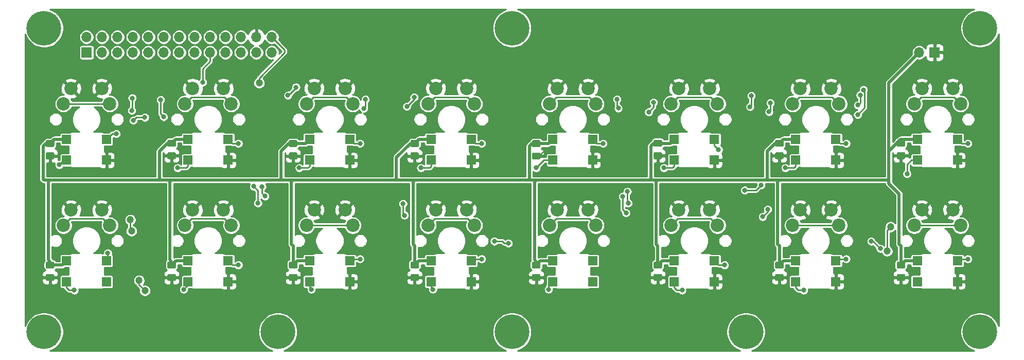
<source format=gbr>
G04 #@! TF.GenerationSoftware,KiCad,Pcbnew,(5.1.5)-3*
G04 #@! TF.CreationDate,2020-07-04T05:03:45+02:00*
G04 #@! TF.ProjectId,buttonboard,62757474-6f6e-4626-9f61-72642e6b6963,rev?*
G04 #@! TF.SameCoordinates,Original*
G04 #@! TF.FileFunction,Copper,L2,Bot*
G04 #@! TF.FilePolarity,Positive*
%FSLAX46Y46*%
G04 Gerber Fmt 4.6, Leading zero omitted, Abs format (unit mm)*
G04 Created by KiCad (PCBNEW (5.1.5)-3) date 2020-07-04 05:03:45*
%MOMM*%
%LPD*%
G04 APERTURE LIST*
%ADD10C,5.700000*%
%ADD11C,2.200000*%
%ADD12R,1.500000X1.500000*%
%ADD13O,1.700000X1.700000*%
%ADD14R,1.700000X1.700000*%
%ADD15C,0.100000*%
%ADD16C,0.800000*%
%ADD17C,1.200000*%
%ADD18C,0.250000*%
%ADD19C,0.500000*%
%ADD20C,0.254000*%
G04 APERTURE END LIST*
D10*
X198500000Y-225000000D03*
X160000000Y-225000000D03*
X121500000Y-225000000D03*
X83000000Y-225000000D03*
X237000000Y-225000000D03*
X160000000Y-175000000D03*
D11*
X107460000Y-184920000D03*
X113810000Y-187460000D03*
D12*
X106698000Y-196731000D03*
X106698000Y-193302000D03*
X113302000Y-196731000D03*
X113302000Y-193302000D03*
D11*
X112540000Y-184920000D03*
X106190000Y-187460000D03*
D10*
X237000000Y-175000000D03*
X83000000Y-175000000D03*
D11*
X147460000Y-204920000D03*
X153810000Y-207460000D03*
D12*
X146698000Y-216731000D03*
X146698000Y-213302000D03*
X153302000Y-216731000D03*
X153302000Y-213302000D03*
D11*
X152540000Y-204920000D03*
X146190000Y-207460000D03*
X187460000Y-204920000D03*
X193810000Y-207460000D03*
D12*
X186698000Y-216731000D03*
X186698000Y-213302000D03*
X193302000Y-216731000D03*
X193302000Y-213302000D03*
D11*
X192540000Y-204920000D03*
X186190000Y-207460000D03*
X167460000Y-204920000D03*
X173810000Y-207460000D03*
D12*
X166698000Y-216731000D03*
X166698000Y-213302000D03*
X173302000Y-216731000D03*
X173302000Y-213302000D03*
D11*
X172540000Y-204920000D03*
X166190000Y-207460000D03*
X207460000Y-204920000D03*
X213810000Y-207460000D03*
D12*
X206698000Y-216731000D03*
X206698000Y-213302000D03*
X213302000Y-216731000D03*
X213302000Y-213302000D03*
D11*
X212540000Y-204920000D03*
X206190000Y-207460000D03*
X227460000Y-204920000D03*
X233810000Y-207460000D03*
D12*
X226698000Y-216731000D03*
X226698000Y-213302000D03*
X233302000Y-216731000D03*
X233302000Y-213302000D03*
D11*
X232540000Y-204920000D03*
X226190000Y-207460000D03*
X227460000Y-184920000D03*
X233810000Y-187460000D03*
D12*
X226698000Y-196731000D03*
X226698000Y-193302000D03*
X233302000Y-196731000D03*
X233302000Y-193302000D03*
D11*
X232540000Y-184920000D03*
X226190000Y-187460000D03*
X207460000Y-184920000D03*
X213810000Y-187460000D03*
D12*
X206698000Y-196731000D03*
X206698000Y-193302000D03*
X213302000Y-196731000D03*
X213302000Y-193302000D03*
D11*
X212540000Y-184920000D03*
X206190000Y-187460000D03*
X187460000Y-184920000D03*
X193810000Y-187460000D03*
D12*
X186698000Y-196731000D03*
X186698000Y-193302000D03*
X193302000Y-196731000D03*
X193302000Y-193302000D03*
D11*
X192540000Y-184920000D03*
X186190000Y-187460000D03*
X167460000Y-184920000D03*
X173810000Y-187460000D03*
D12*
X166698000Y-196731000D03*
X166698000Y-193302000D03*
X173302000Y-196731000D03*
X173302000Y-193302000D03*
D11*
X172540000Y-184920000D03*
X166190000Y-187460000D03*
X147460000Y-184920000D03*
X153810000Y-187460000D03*
D12*
X146698000Y-196731000D03*
X146698000Y-193302000D03*
X153302000Y-196731000D03*
X153302000Y-193302000D03*
D11*
X152540000Y-184920000D03*
X146190000Y-187460000D03*
X127460000Y-204920000D03*
X133810000Y-207460000D03*
D12*
X126698000Y-216731000D03*
X126698000Y-213302000D03*
X133302000Y-216731000D03*
X133302000Y-213302000D03*
D11*
X132540000Y-204920000D03*
X126190000Y-207460000D03*
X127460000Y-184920000D03*
X133810000Y-187460000D03*
D12*
X126698000Y-196731000D03*
X126698000Y-193302000D03*
X133302000Y-196731000D03*
X133302000Y-193302000D03*
D11*
X132540000Y-184920000D03*
X126190000Y-187460000D03*
X107460000Y-204920000D03*
X113810000Y-207460000D03*
D12*
X106698000Y-216731000D03*
X106698000Y-213302000D03*
X113302000Y-216731000D03*
X113302000Y-213302000D03*
D11*
X112540000Y-204920000D03*
X106190000Y-207460000D03*
X87460000Y-204920000D03*
X93810000Y-207460000D03*
D12*
X86698000Y-216731000D03*
X86698000Y-213302000D03*
X93302000Y-216731000D03*
X93302000Y-213302000D03*
D11*
X92540000Y-204920000D03*
X86190000Y-207460000D03*
X87460000Y-184920000D03*
X93810000Y-187460000D03*
D12*
X86698000Y-196731000D03*
X86698000Y-193302000D03*
X93302000Y-196731000D03*
X93302000Y-193302000D03*
D11*
X92540000Y-184920000D03*
X86190000Y-187460000D03*
D13*
X120480000Y-176460000D03*
X120480000Y-179000000D03*
X117940000Y-176460000D03*
X117940000Y-179000000D03*
X115400000Y-176460000D03*
X115400000Y-179000000D03*
X112860000Y-176460000D03*
X112860000Y-179000000D03*
X110320000Y-176460000D03*
X110320000Y-179000000D03*
X107780000Y-176460000D03*
X107780000Y-179000000D03*
X105240000Y-176460000D03*
X105240000Y-179000000D03*
X102700000Y-176460000D03*
X102700000Y-179000000D03*
X100160000Y-176460000D03*
X100160000Y-179000000D03*
X97620000Y-176460000D03*
X97620000Y-179000000D03*
X95080000Y-176460000D03*
X95080000Y-179000000D03*
X92540000Y-176460000D03*
X92540000Y-179000000D03*
X90000000Y-176460000D03*
D14*
X90000000Y-179000000D03*
D13*
X227000000Y-179000000D03*
D14*
X229540000Y-179000000D03*
G04 #@! TA.AperFunction,SMDPad,CuDef*
D15*
G36*
X144474505Y-195451204D02*
G01*
X144498773Y-195454804D01*
X144522572Y-195460765D01*
X144545671Y-195469030D01*
X144567850Y-195479520D01*
X144588893Y-195492132D01*
X144608599Y-195506747D01*
X144626777Y-195523223D01*
X144643253Y-195541401D01*
X144657868Y-195561107D01*
X144670480Y-195582150D01*
X144680970Y-195604329D01*
X144689235Y-195627428D01*
X144695196Y-195651227D01*
X144698796Y-195675495D01*
X144700000Y-195699999D01*
X144700000Y-196350001D01*
X144698796Y-196374505D01*
X144695196Y-196398773D01*
X144689235Y-196422572D01*
X144680970Y-196445671D01*
X144670480Y-196467850D01*
X144657868Y-196488893D01*
X144643253Y-196508599D01*
X144626777Y-196526777D01*
X144608599Y-196543253D01*
X144588893Y-196557868D01*
X144567850Y-196570480D01*
X144545671Y-196580970D01*
X144522572Y-196589235D01*
X144498773Y-196595196D01*
X144474505Y-196598796D01*
X144450001Y-196600000D01*
X143549999Y-196600000D01*
X143525495Y-196598796D01*
X143501227Y-196595196D01*
X143477428Y-196589235D01*
X143454329Y-196580970D01*
X143432150Y-196570480D01*
X143411107Y-196557868D01*
X143391401Y-196543253D01*
X143373223Y-196526777D01*
X143356747Y-196508599D01*
X143342132Y-196488893D01*
X143329520Y-196467850D01*
X143319030Y-196445671D01*
X143310765Y-196422572D01*
X143304804Y-196398773D01*
X143301204Y-196374505D01*
X143300000Y-196350001D01*
X143300000Y-195699999D01*
X143301204Y-195675495D01*
X143304804Y-195651227D01*
X143310765Y-195627428D01*
X143319030Y-195604329D01*
X143329520Y-195582150D01*
X143342132Y-195561107D01*
X143356747Y-195541401D01*
X143373223Y-195523223D01*
X143391401Y-195506747D01*
X143411107Y-195492132D01*
X143432150Y-195479520D01*
X143454329Y-195469030D01*
X143477428Y-195460765D01*
X143501227Y-195454804D01*
X143525495Y-195451204D01*
X143549999Y-195450000D01*
X144450001Y-195450000D01*
X144474505Y-195451204D01*
G37*
G04 #@! TD.AperFunction*
G04 #@! TA.AperFunction,SMDPad,CuDef*
G36*
X144474505Y-193401204D02*
G01*
X144498773Y-193404804D01*
X144522572Y-193410765D01*
X144545671Y-193419030D01*
X144567850Y-193429520D01*
X144588893Y-193442132D01*
X144608599Y-193456747D01*
X144626777Y-193473223D01*
X144643253Y-193491401D01*
X144657868Y-193511107D01*
X144670480Y-193532150D01*
X144680970Y-193554329D01*
X144689235Y-193577428D01*
X144695196Y-193601227D01*
X144698796Y-193625495D01*
X144700000Y-193649999D01*
X144700000Y-194300001D01*
X144698796Y-194324505D01*
X144695196Y-194348773D01*
X144689235Y-194372572D01*
X144680970Y-194395671D01*
X144670480Y-194417850D01*
X144657868Y-194438893D01*
X144643253Y-194458599D01*
X144626777Y-194476777D01*
X144608599Y-194493253D01*
X144588893Y-194507868D01*
X144567850Y-194520480D01*
X144545671Y-194530970D01*
X144522572Y-194539235D01*
X144498773Y-194545196D01*
X144474505Y-194548796D01*
X144450001Y-194550000D01*
X143549999Y-194550000D01*
X143525495Y-194548796D01*
X143501227Y-194545196D01*
X143477428Y-194539235D01*
X143454329Y-194530970D01*
X143432150Y-194520480D01*
X143411107Y-194507868D01*
X143391401Y-194493253D01*
X143373223Y-194476777D01*
X143356747Y-194458599D01*
X143342132Y-194438893D01*
X143329520Y-194417850D01*
X143319030Y-194395671D01*
X143310765Y-194372572D01*
X143304804Y-194348773D01*
X143301204Y-194324505D01*
X143300000Y-194300001D01*
X143300000Y-193649999D01*
X143301204Y-193625495D01*
X143304804Y-193601227D01*
X143310765Y-193577428D01*
X143319030Y-193554329D01*
X143329520Y-193532150D01*
X143342132Y-193511107D01*
X143356747Y-193491401D01*
X143373223Y-193473223D01*
X143391401Y-193456747D01*
X143411107Y-193442132D01*
X143432150Y-193429520D01*
X143454329Y-193419030D01*
X143477428Y-193410765D01*
X143501227Y-193404804D01*
X143525495Y-193401204D01*
X143549999Y-193400000D01*
X144450001Y-193400000D01*
X144474505Y-193401204D01*
G37*
G04 #@! TD.AperFunction*
G04 #@! TA.AperFunction,SMDPad,CuDef*
G36*
X144474505Y-215476204D02*
G01*
X144498773Y-215479804D01*
X144522572Y-215485765D01*
X144545671Y-215494030D01*
X144567850Y-215504520D01*
X144588893Y-215517132D01*
X144608599Y-215531747D01*
X144626777Y-215548223D01*
X144643253Y-215566401D01*
X144657868Y-215586107D01*
X144670480Y-215607150D01*
X144680970Y-215629329D01*
X144689235Y-215652428D01*
X144695196Y-215676227D01*
X144698796Y-215700495D01*
X144700000Y-215724999D01*
X144700000Y-216375001D01*
X144698796Y-216399505D01*
X144695196Y-216423773D01*
X144689235Y-216447572D01*
X144680970Y-216470671D01*
X144670480Y-216492850D01*
X144657868Y-216513893D01*
X144643253Y-216533599D01*
X144626777Y-216551777D01*
X144608599Y-216568253D01*
X144588893Y-216582868D01*
X144567850Y-216595480D01*
X144545671Y-216605970D01*
X144522572Y-216614235D01*
X144498773Y-216620196D01*
X144474505Y-216623796D01*
X144450001Y-216625000D01*
X143549999Y-216625000D01*
X143525495Y-216623796D01*
X143501227Y-216620196D01*
X143477428Y-216614235D01*
X143454329Y-216605970D01*
X143432150Y-216595480D01*
X143411107Y-216582868D01*
X143391401Y-216568253D01*
X143373223Y-216551777D01*
X143356747Y-216533599D01*
X143342132Y-216513893D01*
X143329520Y-216492850D01*
X143319030Y-216470671D01*
X143310765Y-216447572D01*
X143304804Y-216423773D01*
X143301204Y-216399505D01*
X143300000Y-216375001D01*
X143300000Y-215724999D01*
X143301204Y-215700495D01*
X143304804Y-215676227D01*
X143310765Y-215652428D01*
X143319030Y-215629329D01*
X143329520Y-215607150D01*
X143342132Y-215586107D01*
X143356747Y-215566401D01*
X143373223Y-215548223D01*
X143391401Y-215531747D01*
X143411107Y-215517132D01*
X143432150Y-215504520D01*
X143454329Y-215494030D01*
X143477428Y-215485765D01*
X143501227Y-215479804D01*
X143525495Y-215476204D01*
X143549999Y-215475000D01*
X144450001Y-215475000D01*
X144474505Y-215476204D01*
G37*
G04 #@! TD.AperFunction*
G04 #@! TA.AperFunction,SMDPad,CuDef*
G36*
X144474505Y-213426204D02*
G01*
X144498773Y-213429804D01*
X144522572Y-213435765D01*
X144545671Y-213444030D01*
X144567850Y-213454520D01*
X144588893Y-213467132D01*
X144608599Y-213481747D01*
X144626777Y-213498223D01*
X144643253Y-213516401D01*
X144657868Y-213536107D01*
X144670480Y-213557150D01*
X144680970Y-213579329D01*
X144689235Y-213602428D01*
X144695196Y-213626227D01*
X144698796Y-213650495D01*
X144700000Y-213674999D01*
X144700000Y-214325001D01*
X144698796Y-214349505D01*
X144695196Y-214373773D01*
X144689235Y-214397572D01*
X144680970Y-214420671D01*
X144670480Y-214442850D01*
X144657868Y-214463893D01*
X144643253Y-214483599D01*
X144626777Y-214501777D01*
X144608599Y-214518253D01*
X144588893Y-214532868D01*
X144567850Y-214545480D01*
X144545671Y-214555970D01*
X144522572Y-214564235D01*
X144498773Y-214570196D01*
X144474505Y-214573796D01*
X144450001Y-214575000D01*
X143549999Y-214575000D01*
X143525495Y-214573796D01*
X143501227Y-214570196D01*
X143477428Y-214564235D01*
X143454329Y-214555970D01*
X143432150Y-214545480D01*
X143411107Y-214532868D01*
X143391401Y-214518253D01*
X143373223Y-214501777D01*
X143356747Y-214483599D01*
X143342132Y-214463893D01*
X143329520Y-214442850D01*
X143319030Y-214420671D01*
X143310765Y-214397572D01*
X143304804Y-214373773D01*
X143301204Y-214349505D01*
X143300000Y-214325001D01*
X143300000Y-213674999D01*
X143301204Y-213650495D01*
X143304804Y-213626227D01*
X143310765Y-213602428D01*
X143319030Y-213579329D01*
X143329520Y-213557150D01*
X143342132Y-213536107D01*
X143356747Y-213516401D01*
X143373223Y-213498223D01*
X143391401Y-213481747D01*
X143411107Y-213467132D01*
X143432150Y-213454520D01*
X143454329Y-213444030D01*
X143477428Y-213435765D01*
X143501227Y-213429804D01*
X143525495Y-213426204D01*
X143549999Y-213425000D01*
X144450001Y-213425000D01*
X144474505Y-213426204D01*
G37*
G04 #@! TD.AperFunction*
G04 #@! TA.AperFunction,SMDPad,CuDef*
G36*
X84474505Y-195451204D02*
G01*
X84498773Y-195454804D01*
X84522572Y-195460765D01*
X84545671Y-195469030D01*
X84567850Y-195479520D01*
X84588893Y-195492132D01*
X84608599Y-195506747D01*
X84626777Y-195523223D01*
X84643253Y-195541401D01*
X84657868Y-195561107D01*
X84670480Y-195582150D01*
X84680970Y-195604329D01*
X84689235Y-195627428D01*
X84695196Y-195651227D01*
X84698796Y-195675495D01*
X84700000Y-195699999D01*
X84700000Y-196350001D01*
X84698796Y-196374505D01*
X84695196Y-196398773D01*
X84689235Y-196422572D01*
X84680970Y-196445671D01*
X84670480Y-196467850D01*
X84657868Y-196488893D01*
X84643253Y-196508599D01*
X84626777Y-196526777D01*
X84608599Y-196543253D01*
X84588893Y-196557868D01*
X84567850Y-196570480D01*
X84545671Y-196580970D01*
X84522572Y-196589235D01*
X84498773Y-196595196D01*
X84474505Y-196598796D01*
X84450001Y-196600000D01*
X83549999Y-196600000D01*
X83525495Y-196598796D01*
X83501227Y-196595196D01*
X83477428Y-196589235D01*
X83454329Y-196580970D01*
X83432150Y-196570480D01*
X83411107Y-196557868D01*
X83391401Y-196543253D01*
X83373223Y-196526777D01*
X83356747Y-196508599D01*
X83342132Y-196488893D01*
X83329520Y-196467850D01*
X83319030Y-196445671D01*
X83310765Y-196422572D01*
X83304804Y-196398773D01*
X83301204Y-196374505D01*
X83300000Y-196350001D01*
X83300000Y-195699999D01*
X83301204Y-195675495D01*
X83304804Y-195651227D01*
X83310765Y-195627428D01*
X83319030Y-195604329D01*
X83329520Y-195582150D01*
X83342132Y-195561107D01*
X83356747Y-195541401D01*
X83373223Y-195523223D01*
X83391401Y-195506747D01*
X83411107Y-195492132D01*
X83432150Y-195479520D01*
X83454329Y-195469030D01*
X83477428Y-195460765D01*
X83501227Y-195454804D01*
X83525495Y-195451204D01*
X83549999Y-195450000D01*
X84450001Y-195450000D01*
X84474505Y-195451204D01*
G37*
G04 #@! TD.AperFunction*
G04 #@! TA.AperFunction,SMDPad,CuDef*
G36*
X84474505Y-193401204D02*
G01*
X84498773Y-193404804D01*
X84522572Y-193410765D01*
X84545671Y-193419030D01*
X84567850Y-193429520D01*
X84588893Y-193442132D01*
X84608599Y-193456747D01*
X84626777Y-193473223D01*
X84643253Y-193491401D01*
X84657868Y-193511107D01*
X84670480Y-193532150D01*
X84680970Y-193554329D01*
X84689235Y-193577428D01*
X84695196Y-193601227D01*
X84698796Y-193625495D01*
X84700000Y-193649999D01*
X84700000Y-194300001D01*
X84698796Y-194324505D01*
X84695196Y-194348773D01*
X84689235Y-194372572D01*
X84680970Y-194395671D01*
X84670480Y-194417850D01*
X84657868Y-194438893D01*
X84643253Y-194458599D01*
X84626777Y-194476777D01*
X84608599Y-194493253D01*
X84588893Y-194507868D01*
X84567850Y-194520480D01*
X84545671Y-194530970D01*
X84522572Y-194539235D01*
X84498773Y-194545196D01*
X84474505Y-194548796D01*
X84450001Y-194550000D01*
X83549999Y-194550000D01*
X83525495Y-194548796D01*
X83501227Y-194545196D01*
X83477428Y-194539235D01*
X83454329Y-194530970D01*
X83432150Y-194520480D01*
X83411107Y-194507868D01*
X83391401Y-194493253D01*
X83373223Y-194476777D01*
X83356747Y-194458599D01*
X83342132Y-194438893D01*
X83329520Y-194417850D01*
X83319030Y-194395671D01*
X83310765Y-194372572D01*
X83304804Y-194348773D01*
X83301204Y-194324505D01*
X83300000Y-194300001D01*
X83300000Y-193649999D01*
X83301204Y-193625495D01*
X83304804Y-193601227D01*
X83310765Y-193577428D01*
X83319030Y-193554329D01*
X83329520Y-193532150D01*
X83342132Y-193511107D01*
X83356747Y-193491401D01*
X83373223Y-193473223D01*
X83391401Y-193456747D01*
X83411107Y-193442132D01*
X83432150Y-193429520D01*
X83454329Y-193419030D01*
X83477428Y-193410765D01*
X83501227Y-193404804D01*
X83525495Y-193401204D01*
X83549999Y-193400000D01*
X84450001Y-193400000D01*
X84474505Y-193401204D01*
G37*
G04 #@! TD.AperFunction*
G04 #@! TA.AperFunction,SMDPad,CuDef*
G36*
X104474505Y-215476204D02*
G01*
X104498773Y-215479804D01*
X104522572Y-215485765D01*
X104545671Y-215494030D01*
X104567850Y-215504520D01*
X104588893Y-215517132D01*
X104608599Y-215531747D01*
X104626777Y-215548223D01*
X104643253Y-215566401D01*
X104657868Y-215586107D01*
X104670480Y-215607150D01*
X104680970Y-215629329D01*
X104689235Y-215652428D01*
X104695196Y-215676227D01*
X104698796Y-215700495D01*
X104700000Y-215724999D01*
X104700000Y-216375001D01*
X104698796Y-216399505D01*
X104695196Y-216423773D01*
X104689235Y-216447572D01*
X104680970Y-216470671D01*
X104670480Y-216492850D01*
X104657868Y-216513893D01*
X104643253Y-216533599D01*
X104626777Y-216551777D01*
X104608599Y-216568253D01*
X104588893Y-216582868D01*
X104567850Y-216595480D01*
X104545671Y-216605970D01*
X104522572Y-216614235D01*
X104498773Y-216620196D01*
X104474505Y-216623796D01*
X104450001Y-216625000D01*
X103549999Y-216625000D01*
X103525495Y-216623796D01*
X103501227Y-216620196D01*
X103477428Y-216614235D01*
X103454329Y-216605970D01*
X103432150Y-216595480D01*
X103411107Y-216582868D01*
X103391401Y-216568253D01*
X103373223Y-216551777D01*
X103356747Y-216533599D01*
X103342132Y-216513893D01*
X103329520Y-216492850D01*
X103319030Y-216470671D01*
X103310765Y-216447572D01*
X103304804Y-216423773D01*
X103301204Y-216399505D01*
X103300000Y-216375001D01*
X103300000Y-215724999D01*
X103301204Y-215700495D01*
X103304804Y-215676227D01*
X103310765Y-215652428D01*
X103319030Y-215629329D01*
X103329520Y-215607150D01*
X103342132Y-215586107D01*
X103356747Y-215566401D01*
X103373223Y-215548223D01*
X103391401Y-215531747D01*
X103411107Y-215517132D01*
X103432150Y-215504520D01*
X103454329Y-215494030D01*
X103477428Y-215485765D01*
X103501227Y-215479804D01*
X103525495Y-215476204D01*
X103549999Y-215475000D01*
X104450001Y-215475000D01*
X104474505Y-215476204D01*
G37*
G04 #@! TD.AperFunction*
G04 #@! TA.AperFunction,SMDPad,CuDef*
G36*
X104474505Y-213426204D02*
G01*
X104498773Y-213429804D01*
X104522572Y-213435765D01*
X104545671Y-213444030D01*
X104567850Y-213454520D01*
X104588893Y-213467132D01*
X104608599Y-213481747D01*
X104626777Y-213498223D01*
X104643253Y-213516401D01*
X104657868Y-213536107D01*
X104670480Y-213557150D01*
X104680970Y-213579329D01*
X104689235Y-213602428D01*
X104695196Y-213626227D01*
X104698796Y-213650495D01*
X104700000Y-213674999D01*
X104700000Y-214325001D01*
X104698796Y-214349505D01*
X104695196Y-214373773D01*
X104689235Y-214397572D01*
X104680970Y-214420671D01*
X104670480Y-214442850D01*
X104657868Y-214463893D01*
X104643253Y-214483599D01*
X104626777Y-214501777D01*
X104608599Y-214518253D01*
X104588893Y-214532868D01*
X104567850Y-214545480D01*
X104545671Y-214555970D01*
X104522572Y-214564235D01*
X104498773Y-214570196D01*
X104474505Y-214573796D01*
X104450001Y-214575000D01*
X103549999Y-214575000D01*
X103525495Y-214573796D01*
X103501227Y-214570196D01*
X103477428Y-214564235D01*
X103454329Y-214555970D01*
X103432150Y-214545480D01*
X103411107Y-214532868D01*
X103391401Y-214518253D01*
X103373223Y-214501777D01*
X103356747Y-214483599D01*
X103342132Y-214463893D01*
X103329520Y-214442850D01*
X103319030Y-214420671D01*
X103310765Y-214397572D01*
X103304804Y-214373773D01*
X103301204Y-214349505D01*
X103300000Y-214325001D01*
X103300000Y-213674999D01*
X103301204Y-213650495D01*
X103304804Y-213626227D01*
X103310765Y-213602428D01*
X103319030Y-213579329D01*
X103329520Y-213557150D01*
X103342132Y-213536107D01*
X103356747Y-213516401D01*
X103373223Y-213498223D01*
X103391401Y-213481747D01*
X103411107Y-213467132D01*
X103432150Y-213454520D01*
X103454329Y-213444030D01*
X103477428Y-213435765D01*
X103501227Y-213429804D01*
X103525495Y-213426204D01*
X103549999Y-213425000D01*
X104450001Y-213425000D01*
X104474505Y-213426204D01*
G37*
G04 #@! TD.AperFunction*
G04 #@! TA.AperFunction,SMDPad,CuDef*
G36*
X124474505Y-195451204D02*
G01*
X124498773Y-195454804D01*
X124522572Y-195460765D01*
X124545671Y-195469030D01*
X124567850Y-195479520D01*
X124588893Y-195492132D01*
X124608599Y-195506747D01*
X124626777Y-195523223D01*
X124643253Y-195541401D01*
X124657868Y-195561107D01*
X124670480Y-195582150D01*
X124680970Y-195604329D01*
X124689235Y-195627428D01*
X124695196Y-195651227D01*
X124698796Y-195675495D01*
X124700000Y-195699999D01*
X124700000Y-196350001D01*
X124698796Y-196374505D01*
X124695196Y-196398773D01*
X124689235Y-196422572D01*
X124680970Y-196445671D01*
X124670480Y-196467850D01*
X124657868Y-196488893D01*
X124643253Y-196508599D01*
X124626777Y-196526777D01*
X124608599Y-196543253D01*
X124588893Y-196557868D01*
X124567850Y-196570480D01*
X124545671Y-196580970D01*
X124522572Y-196589235D01*
X124498773Y-196595196D01*
X124474505Y-196598796D01*
X124450001Y-196600000D01*
X123549999Y-196600000D01*
X123525495Y-196598796D01*
X123501227Y-196595196D01*
X123477428Y-196589235D01*
X123454329Y-196580970D01*
X123432150Y-196570480D01*
X123411107Y-196557868D01*
X123391401Y-196543253D01*
X123373223Y-196526777D01*
X123356747Y-196508599D01*
X123342132Y-196488893D01*
X123329520Y-196467850D01*
X123319030Y-196445671D01*
X123310765Y-196422572D01*
X123304804Y-196398773D01*
X123301204Y-196374505D01*
X123300000Y-196350001D01*
X123300000Y-195699999D01*
X123301204Y-195675495D01*
X123304804Y-195651227D01*
X123310765Y-195627428D01*
X123319030Y-195604329D01*
X123329520Y-195582150D01*
X123342132Y-195561107D01*
X123356747Y-195541401D01*
X123373223Y-195523223D01*
X123391401Y-195506747D01*
X123411107Y-195492132D01*
X123432150Y-195479520D01*
X123454329Y-195469030D01*
X123477428Y-195460765D01*
X123501227Y-195454804D01*
X123525495Y-195451204D01*
X123549999Y-195450000D01*
X124450001Y-195450000D01*
X124474505Y-195451204D01*
G37*
G04 #@! TD.AperFunction*
G04 #@! TA.AperFunction,SMDPad,CuDef*
G36*
X124474505Y-193401204D02*
G01*
X124498773Y-193404804D01*
X124522572Y-193410765D01*
X124545671Y-193419030D01*
X124567850Y-193429520D01*
X124588893Y-193442132D01*
X124608599Y-193456747D01*
X124626777Y-193473223D01*
X124643253Y-193491401D01*
X124657868Y-193511107D01*
X124670480Y-193532150D01*
X124680970Y-193554329D01*
X124689235Y-193577428D01*
X124695196Y-193601227D01*
X124698796Y-193625495D01*
X124700000Y-193649999D01*
X124700000Y-194300001D01*
X124698796Y-194324505D01*
X124695196Y-194348773D01*
X124689235Y-194372572D01*
X124680970Y-194395671D01*
X124670480Y-194417850D01*
X124657868Y-194438893D01*
X124643253Y-194458599D01*
X124626777Y-194476777D01*
X124608599Y-194493253D01*
X124588893Y-194507868D01*
X124567850Y-194520480D01*
X124545671Y-194530970D01*
X124522572Y-194539235D01*
X124498773Y-194545196D01*
X124474505Y-194548796D01*
X124450001Y-194550000D01*
X123549999Y-194550000D01*
X123525495Y-194548796D01*
X123501227Y-194545196D01*
X123477428Y-194539235D01*
X123454329Y-194530970D01*
X123432150Y-194520480D01*
X123411107Y-194507868D01*
X123391401Y-194493253D01*
X123373223Y-194476777D01*
X123356747Y-194458599D01*
X123342132Y-194438893D01*
X123329520Y-194417850D01*
X123319030Y-194395671D01*
X123310765Y-194372572D01*
X123304804Y-194348773D01*
X123301204Y-194324505D01*
X123300000Y-194300001D01*
X123300000Y-193649999D01*
X123301204Y-193625495D01*
X123304804Y-193601227D01*
X123310765Y-193577428D01*
X123319030Y-193554329D01*
X123329520Y-193532150D01*
X123342132Y-193511107D01*
X123356747Y-193491401D01*
X123373223Y-193473223D01*
X123391401Y-193456747D01*
X123411107Y-193442132D01*
X123432150Y-193429520D01*
X123454329Y-193419030D01*
X123477428Y-193410765D01*
X123501227Y-193404804D01*
X123525495Y-193401204D01*
X123549999Y-193400000D01*
X124450001Y-193400000D01*
X124474505Y-193401204D01*
G37*
G04 #@! TD.AperFunction*
G04 #@! TA.AperFunction,SMDPad,CuDef*
G36*
X84474505Y-215476204D02*
G01*
X84498773Y-215479804D01*
X84522572Y-215485765D01*
X84545671Y-215494030D01*
X84567850Y-215504520D01*
X84588893Y-215517132D01*
X84608599Y-215531747D01*
X84626777Y-215548223D01*
X84643253Y-215566401D01*
X84657868Y-215586107D01*
X84670480Y-215607150D01*
X84680970Y-215629329D01*
X84689235Y-215652428D01*
X84695196Y-215676227D01*
X84698796Y-215700495D01*
X84700000Y-215724999D01*
X84700000Y-216375001D01*
X84698796Y-216399505D01*
X84695196Y-216423773D01*
X84689235Y-216447572D01*
X84680970Y-216470671D01*
X84670480Y-216492850D01*
X84657868Y-216513893D01*
X84643253Y-216533599D01*
X84626777Y-216551777D01*
X84608599Y-216568253D01*
X84588893Y-216582868D01*
X84567850Y-216595480D01*
X84545671Y-216605970D01*
X84522572Y-216614235D01*
X84498773Y-216620196D01*
X84474505Y-216623796D01*
X84450001Y-216625000D01*
X83549999Y-216625000D01*
X83525495Y-216623796D01*
X83501227Y-216620196D01*
X83477428Y-216614235D01*
X83454329Y-216605970D01*
X83432150Y-216595480D01*
X83411107Y-216582868D01*
X83391401Y-216568253D01*
X83373223Y-216551777D01*
X83356747Y-216533599D01*
X83342132Y-216513893D01*
X83329520Y-216492850D01*
X83319030Y-216470671D01*
X83310765Y-216447572D01*
X83304804Y-216423773D01*
X83301204Y-216399505D01*
X83300000Y-216375001D01*
X83300000Y-215724999D01*
X83301204Y-215700495D01*
X83304804Y-215676227D01*
X83310765Y-215652428D01*
X83319030Y-215629329D01*
X83329520Y-215607150D01*
X83342132Y-215586107D01*
X83356747Y-215566401D01*
X83373223Y-215548223D01*
X83391401Y-215531747D01*
X83411107Y-215517132D01*
X83432150Y-215504520D01*
X83454329Y-215494030D01*
X83477428Y-215485765D01*
X83501227Y-215479804D01*
X83525495Y-215476204D01*
X83549999Y-215475000D01*
X84450001Y-215475000D01*
X84474505Y-215476204D01*
G37*
G04 #@! TD.AperFunction*
G04 #@! TA.AperFunction,SMDPad,CuDef*
G36*
X84474505Y-213426204D02*
G01*
X84498773Y-213429804D01*
X84522572Y-213435765D01*
X84545671Y-213444030D01*
X84567850Y-213454520D01*
X84588893Y-213467132D01*
X84608599Y-213481747D01*
X84626777Y-213498223D01*
X84643253Y-213516401D01*
X84657868Y-213536107D01*
X84670480Y-213557150D01*
X84680970Y-213579329D01*
X84689235Y-213602428D01*
X84695196Y-213626227D01*
X84698796Y-213650495D01*
X84700000Y-213674999D01*
X84700000Y-214325001D01*
X84698796Y-214349505D01*
X84695196Y-214373773D01*
X84689235Y-214397572D01*
X84680970Y-214420671D01*
X84670480Y-214442850D01*
X84657868Y-214463893D01*
X84643253Y-214483599D01*
X84626777Y-214501777D01*
X84608599Y-214518253D01*
X84588893Y-214532868D01*
X84567850Y-214545480D01*
X84545671Y-214555970D01*
X84522572Y-214564235D01*
X84498773Y-214570196D01*
X84474505Y-214573796D01*
X84450001Y-214575000D01*
X83549999Y-214575000D01*
X83525495Y-214573796D01*
X83501227Y-214570196D01*
X83477428Y-214564235D01*
X83454329Y-214555970D01*
X83432150Y-214545480D01*
X83411107Y-214532868D01*
X83391401Y-214518253D01*
X83373223Y-214501777D01*
X83356747Y-214483599D01*
X83342132Y-214463893D01*
X83329520Y-214442850D01*
X83319030Y-214420671D01*
X83310765Y-214397572D01*
X83304804Y-214373773D01*
X83301204Y-214349505D01*
X83300000Y-214325001D01*
X83300000Y-213674999D01*
X83301204Y-213650495D01*
X83304804Y-213626227D01*
X83310765Y-213602428D01*
X83319030Y-213579329D01*
X83329520Y-213557150D01*
X83342132Y-213536107D01*
X83356747Y-213516401D01*
X83373223Y-213498223D01*
X83391401Y-213481747D01*
X83411107Y-213467132D01*
X83432150Y-213454520D01*
X83454329Y-213444030D01*
X83477428Y-213435765D01*
X83501227Y-213429804D01*
X83525495Y-213426204D01*
X83549999Y-213425000D01*
X84450001Y-213425000D01*
X84474505Y-213426204D01*
G37*
G04 #@! TD.AperFunction*
G04 #@! TA.AperFunction,SMDPad,CuDef*
G36*
X104474505Y-195426204D02*
G01*
X104498773Y-195429804D01*
X104522572Y-195435765D01*
X104545671Y-195444030D01*
X104567850Y-195454520D01*
X104588893Y-195467132D01*
X104608599Y-195481747D01*
X104626777Y-195498223D01*
X104643253Y-195516401D01*
X104657868Y-195536107D01*
X104670480Y-195557150D01*
X104680970Y-195579329D01*
X104689235Y-195602428D01*
X104695196Y-195626227D01*
X104698796Y-195650495D01*
X104700000Y-195674999D01*
X104700000Y-196325001D01*
X104698796Y-196349505D01*
X104695196Y-196373773D01*
X104689235Y-196397572D01*
X104680970Y-196420671D01*
X104670480Y-196442850D01*
X104657868Y-196463893D01*
X104643253Y-196483599D01*
X104626777Y-196501777D01*
X104608599Y-196518253D01*
X104588893Y-196532868D01*
X104567850Y-196545480D01*
X104545671Y-196555970D01*
X104522572Y-196564235D01*
X104498773Y-196570196D01*
X104474505Y-196573796D01*
X104450001Y-196575000D01*
X103549999Y-196575000D01*
X103525495Y-196573796D01*
X103501227Y-196570196D01*
X103477428Y-196564235D01*
X103454329Y-196555970D01*
X103432150Y-196545480D01*
X103411107Y-196532868D01*
X103391401Y-196518253D01*
X103373223Y-196501777D01*
X103356747Y-196483599D01*
X103342132Y-196463893D01*
X103329520Y-196442850D01*
X103319030Y-196420671D01*
X103310765Y-196397572D01*
X103304804Y-196373773D01*
X103301204Y-196349505D01*
X103300000Y-196325001D01*
X103300000Y-195674999D01*
X103301204Y-195650495D01*
X103304804Y-195626227D01*
X103310765Y-195602428D01*
X103319030Y-195579329D01*
X103329520Y-195557150D01*
X103342132Y-195536107D01*
X103356747Y-195516401D01*
X103373223Y-195498223D01*
X103391401Y-195481747D01*
X103411107Y-195467132D01*
X103432150Y-195454520D01*
X103454329Y-195444030D01*
X103477428Y-195435765D01*
X103501227Y-195429804D01*
X103525495Y-195426204D01*
X103549999Y-195425000D01*
X104450001Y-195425000D01*
X104474505Y-195426204D01*
G37*
G04 #@! TD.AperFunction*
G04 #@! TA.AperFunction,SMDPad,CuDef*
G36*
X104474505Y-193376204D02*
G01*
X104498773Y-193379804D01*
X104522572Y-193385765D01*
X104545671Y-193394030D01*
X104567850Y-193404520D01*
X104588893Y-193417132D01*
X104608599Y-193431747D01*
X104626777Y-193448223D01*
X104643253Y-193466401D01*
X104657868Y-193486107D01*
X104670480Y-193507150D01*
X104680970Y-193529329D01*
X104689235Y-193552428D01*
X104695196Y-193576227D01*
X104698796Y-193600495D01*
X104700000Y-193624999D01*
X104700000Y-194275001D01*
X104698796Y-194299505D01*
X104695196Y-194323773D01*
X104689235Y-194347572D01*
X104680970Y-194370671D01*
X104670480Y-194392850D01*
X104657868Y-194413893D01*
X104643253Y-194433599D01*
X104626777Y-194451777D01*
X104608599Y-194468253D01*
X104588893Y-194482868D01*
X104567850Y-194495480D01*
X104545671Y-194505970D01*
X104522572Y-194514235D01*
X104498773Y-194520196D01*
X104474505Y-194523796D01*
X104450001Y-194525000D01*
X103549999Y-194525000D01*
X103525495Y-194523796D01*
X103501227Y-194520196D01*
X103477428Y-194514235D01*
X103454329Y-194505970D01*
X103432150Y-194495480D01*
X103411107Y-194482868D01*
X103391401Y-194468253D01*
X103373223Y-194451777D01*
X103356747Y-194433599D01*
X103342132Y-194413893D01*
X103329520Y-194392850D01*
X103319030Y-194370671D01*
X103310765Y-194347572D01*
X103304804Y-194323773D01*
X103301204Y-194299505D01*
X103300000Y-194275001D01*
X103300000Y-193624999D01*
X103301204Y-193600495D01*
X103304804Y-193576227D01*
X103310765Y-193552428D01*
X103319030Y-193529329D01*
X103329520Y-193507150D01*
X103342132Y-193486107D01*
X103356747Y-193466401D01*
X103373223Y-193448223D01*
X103391401Y-193431747D01*
X103411107Y-193417132D01*
X103432150Y-193404520D01*
X103454329Y-193394030D01*
X103477428Y-193385765D01*
X103501227Y-193379804D01*
X103525495Y-193376204D01*
X103549999Y-193375000D01*
X104450001Y-193375000D01*
X104474505Y-193376204D01*
G37*
G04 #@! TD.AperFunction*
G04 #@! TA.AperFunction,SMDPad,CuDef*
G36*
X124474505Y-215476204D02*
G01*
X124498773Y-215479804D01*
X124522572Y-215485765D01*
X124545671Y-215494030D01*
X124567850Y-215504520D01*
X124588893Y-215517132D01*
X124608599Y-215531747D01*
X124626777Y-215548223D01*
X124643253Y-215566401D01*
X124657868Y-215586107D01*
X124670480Y-215607150D01*
X124680970Y-215629329D01*
X124689235Y-215652428D01*
X124695196Y-215676227D01*
X124698796Y-215700495D01*
X124700000Y-215724999D01*
X124700000Y-216375001D01*
X124698796Y-216399505D01*
X124695196Y-216423773D01*
X124689235Y-216447572D01*
X124680970Y-216470671D01*
X124670480Y-216492850D01*
X124657868Y-216513893D01*
X124643253Y-216533599D01*
X124626777Y-216551777D01*
X124608599Y-216568253D01*
X124588893Y-216582868D01*
X124567850Y-216595480D01*
X124545671Y-216605970D01*
X124522572Y-216614235D01*
X124498773Y-216620196D01*
X124474505Y-216623796D01*
X124450001Y-216625000D01*
X123549999Y-216625000D01*
X123525495Y-216623796D01*
X123501227Y-216620196D01*
X123477428Y-216614235D01*
X123454329Y-216605970D01*
X123432150Y-216595480D01*
X123411107Y-216582868D01*
X123391401Y-216568253D01*
X123373223Y-216551777D01*
X123356747Y-216533599D01*
X123342132Y-216513893D01*
X123329520Y-216492850D01*
X123319030Y-216470671D01*
X123310765Y-216447572D01*
X123304804Y-216423773D01*
X123301204Y-216399505D01*
X123300000Y-216375001D01*
X123300000Y-215724999D01*
X123301204Y-215700495D01*
X123304804Y-215676227D01*
X123310765Y-215652428D01*
X123319030Y-215629329D01*
X123329520Y-215607150D01*
X123342132Y-215586107D01*
X123356747Y-215566401D01*
X123373223Y-215548223D01*
X123391401Y-215531747D01*
X123411107Y-215517132D01*
X123432150Y-215504520D01*
X123454329Y-215494030D01*
X123477428Y-215485765D01*
X123501227Y-215479804D01*
X123525495Y-215476204D01*
X123549999Y-215475000D01*
X124450001Y-215475000D01*
X124474505Y-215476204D01*
G37*
G04 #@! TD.AperFunction*
G04 #@! TA.AperFunction,SMDPad,CuDef*
G36*
X124474505Y-213426204D02*
G01*
X124498773Y-213429804D01*
X124522572Y-213435765D01*
X124545671Y-213444030D01*
X124567850Y-213454520D01*
X124588893Y-213467132D01*
X124608599Y-213481747D01*
X124626777Y-213498223D01*
X124643253Y-213516401D01*
X124657868Y-213536107D01*
X124670480Y-213557150D01*
X124680970Y-213579329D01*
X124689235Y-213602428D01*
X124695196Y-213626227D01*
X124698796Y-213650495D01*
X124700000Y-213674999D01*
X124700000Y-214325001D01*
X124698796Y-214349505D01*
X124695196Y-214373773D01*
X124689235Y-214397572D01*
X124680970Y-214420671D01*
X124670480Y-214442850D01*
X124657868Y-214463893D01*
X124643253Y-214483599D01*
X124626777Y-214501777D01*
X124608599Y-214518253D01*
X124588893Y-214532868D01*
X124567850Y-214545480D01*
X124545671Y-214555970D01*
X124522572Y-214564235D01*
X124498773Y-214570196D01*
X124474505Y-214573796D01*
X124450001Y-214575000D01*
X123549999Y-214575000D01*
X123525495Y-214573796D01*
X123501227Y-214570196D01*
X123477428Y-214564235D01*
X123454329Y-214555970D01*
X123432150Y-214545480D01*
X123411107Y-214532868D01*
X123391401Y-214518253D01*
X123373223Y-214501777D01*
X123356747Y-214483599D01*
X123342132Y-214463893D01*
X123329520Y-214442850D01*
X123319030Y-214420671D01*
X123310765Y-214397572D01*
X123304804Y-214373773D01*
X123301204Y-214349505D01*
X123300000Y-214325001D01*
X123300000Y-213674999D01*
X123301204Y-213650495D01*
X123304804Y-213626227D01*
X123310765Y-213602428D01*
X123319030Y-213579329D01*
X123329520Y-213557150D01*
X123342132Y-213536107D01*
X123356747Y-213516401D01*
X123373223Y-213498223D01*
X123391401Y-213481747D01*
X123411107Y-213467132D01*
X123432150Y-213454520D01*
X123454329Y-213444030D01*
X123477428Y-213435765D01*
X123501227Y-213429804D01*
X123525495Y-213426204D01*
X123549999Y-213425000D01*
X124450001Y-213425000D01*
X124474505Y-213426204D01*
G37*
G04 #@! TD.AperFunction*
G04 #@! TA.AperFunction,SMDPad,CuDef*
G36*
X164474505Y-195476204D02*
G01*
X164498773Y-195479804D01*
X164522572Y-195485765D01*
X164545671Y-195494030D01*
X164567850Y-195504520D01*
X164588893Y-195517132D01*
X164608599Y-195531747D01*
X164626777Y-195548223D01*
X164643253Y-195566401D01*
X164657868Y-195586107D01*
X164670480Y-195607150D01*
X164680970Y-195629329D01*
X164689235Y-195652428D01*
X164695196Y-195676227D01*
X164698796Y-195700495D01*
X164700000Y-195724999D01*
X164700000Y-196375001D01*
X164698796Y-196399505D01*
X164695196Y-196423773D01*
X164689235Y-196447572D01*
X164680970Y-196470671D01*
X164670480Y-196492850D01*
X164657868Y-196513893D01*
X164643253Y-196533599D01*
X164626777Y-196551777D01*
X164608599Y-196568253D01*
X164588893Y-196582868D01*
X164567850Y-196595480D01*
X164545671Y-196605970D01*
X164522572Y-196614235D01*
X164498773Y-196620196D01*
X164474505Y-196623796D01*
X164450001Y-196625000D01*
X163549999Y-196625000D01*
X163525495Y-196623796D01*
X163501227Y-196620196D01*
X163477428Y-196614235D01*
X163454329Y-196605970D01*
X163432150Y-196595480D01*
X163411107Y-196582868D01*
X163391401Y-196568253D01*
X163373223Y-196551777D01*
X163356747Y-196533599D01*
X163342132Y-196513893D01*
X163329520Y-196492850D01*
X163319030Y-196470671D01*
X163310765Y-196447572D01*
X163304804Y-196423773D01*
X163301204Y-196399505D01*
X163300000Y-196375001D01*
X163300000Y-195724999D01*
X163301204Y-195700495D01*
X163304804Y-195676227D01*
X163310765Y-195652428D01*
X163319030Y-195629329D01*
X163329520Y-195607150D01*
X163342132Y-195586107D01*
X163356747Y-195566401D01*
X163373223Y-195548223D01*
X163391401Y-195531747D01*
X163411107Y-195517132D01*
X163432150Y-195504520D01*
X163454329Y-195494030D01*
X163477428Y-195485765D01*
X163501227Y-195479804D01*
X163525495Y-195476204D01*
X163549999Y-195475000D01*
X164450001Y-195475000D01*
X164474505Y-195476204D01*
G37*
G04 #@! TD.AperFunction*
G04 #@! TA.AperFunction,SMDPad,CuDef*
G36*
X164474505Y-193426204D02*
G01*
X164498773Y-193429804D01*
X164522572Y-193435765D01*
X164545671Y-193444030D01*
X164567850Y-193454520D01*
X164588893Y-193467132D01*
X164608599Y-193481747D01*
X164626777Y-193498223D01*
X164643253Y-193516401D01*
X164657868Y-193536107D01*
X164670480Y-193557150D01*
X164680970Y-193579329D01*
X164689235Y-193602428D01*
X164695196Y-193626227D01*
X164698796Y-193650495D01*
X164700000Y-193674999D01*
X164700000Y-194325001D01*
X164698796Y-194349505D01*
X164695196Y-194373773D01*
X164689235Y-194397572D01*
X164680970Y-194420671D01*
X164670480Y-194442850D01*
X164657868Y-194463893D01*
X164643253Y-194483599D01*
X164626777Y-194501777D01*
X164608599Y-194518253D01*
X164588893Y-194532868D01*
X164567850Y-194545480D01*
X164545671Y-194555970D01*
X164522572Y-194564235D01*
X164498773Y-194570196D01*
X164474505Y-194573796D01*
X164450001Y-194575000D01*
X163549999Y-194575000D01*
X163525495Y-194573796D01*
X163501227Y-194570196D01*
X163477428Y-194564235D01*
X163454329Y-194555970D01*
X163432150Y-194545480D01*
X163411107Y-194532868D01*
X163391401Y-194518253D01*
X163373223Y-194501777D01*
X163356747Y-194483599D01*
X163342132Y-194463893D01*
X163329520Y-194442850D01*
X163319030Y-194420671D01*
X163310765Y-194397572D01*
X163304804Y-194373773D01*
X163301204Y-194349505D01*
X163300000Y-194325001D01*
X163300000Y-193674999D01*
X163301204Y-193650495D01*
X163304804Y-193626227D01*
X163310765Y-193602428D01*
X163319030Y-193579329D01*
X163329520Y-193557150D01*
X163342132Y-193536107D01*
X163356747Y-193516401D01*
X163373223Y-193498223D01*
X163391401Y-193481747D01*
X163411107Y-193467132D01*
X163432150Y-193454520D01*
X163454329Y-193444030D01*
X163477428Y-193435765D01*
X163501227Y-193429804D01*
X163525495Y-193426204D01*
X163549999Y-193425000D01*
X164450001Y-193425000D01*
X164474505Y-193426204D01*
G37*
G04 #@! TD.AperFunction*
G04 #@! TA.AperFunction,SMDPad,CuDef*
G36*
X204474505Y-215476204D02*
G01*
X204498773Y-215479804D01*
X204522572Y-215485765D01*
X204545671Y-215494030D01*
X204567850Y-215504520D01*
X204588893Y-215517132D01*
X204608599Y-215531747D01*
X204626777Y-215548223D01*
X204643253Y-215566401D01*
X204657868Y-215586107D01*
X204670480Y-215607150D01*
X204680970Y-215629329D01*
X204689235Y-215652428D01*
X204695196Y-215676227D01*
X204698796Y-215700495D01*
X204700000Y-215724999D01*
X204700000Y-216375001D01*
X204698796Y-216399505D01*
X204695196Y-216423773D01*
X204689235Y-216447572D01*
X204680970Y-216470671D01*
X204670480Y-216492850D01*
X204657868Y-216513893D01*
X204643253Y-216533599D01*
X204626777Y-216551777D01*
X204608599Y-216568253D01*
X204588893Y-216582868D01*
X204567850Y-216595480D01*
X204545671Y-216605970D01*
X204522572Y-216614235D01*
X204498773Y-216620196D01*
X204474505Y-216623796D01*
X204450001Y-216625000D01*
X203549999Y-216625000D01*
X203525495Y-216623796D01*
X203501227Y-216620196D01*
X203477428Y-216614235D01*
X203454329Y-216605970D01*
X203432150Y-216595480D01*
X203411107Y-216582868D01*
X203391401Y-216568253D01*
X203373223Y-216551777D01*
X203356747Y-216533599D01*
X203342132Y-216513893D01*
X203329520Y-216492850D01*
X203319030Y-216470671D01*
X203310765Y-216447572D01*
X203304804Y-216423773D01*
X203301204Y-216399505D01*
X203300000Y-216375001D01*
X203300000Y-215724999D01*
X203301204Y-215700495D01*
X203304804Y-215676227D01*
X203310765Y-215652428D01*
X203319030Y-215629329D01*
X203329520Y-215607150D01*
X203342132Y-215586107D01*
X203356747Y-215566401D01*
X203373223Y-215548223D01*
X203391401Y-215531747D01*
X203411107Y-215517132D01*
X203432150Y-215504520D01*
X203454329Y-215494030D01*
X203477428Y-215485765D01*
X203501227Y-215479804D01*
X203525495Y-215476204D01*
X203549999Y-215475000D01*
X204450001Y-215475000D01*
X204474505Y-215476204D01*
G37*
G04 #@! TD.AperFunction*
G04 #@! TA.AperFunction,SMDPad,CuDef*
G36*
X204474505Y-213426204D02*
G01*
X204498773Y-213429804D01*
X204522572Y-213435765D01*
X204545671Y-213444030D01*
X204567850Y-213454520D01*
X204588893Y-213467132D01*
X204608599Y-213481747D01*
X204626777Y-213498223D01*
X204643253Y-213516401D01*
X204657868Y-213536107D01*
X204670480Y-213557150D01*
X204680970Y-213579329D01*
X204689235Y-213602428D01*
X204695196Y-213626227D01*
X204698796Y-213650495D01*
X204700000Y-213674999D01*
X204700000Y-214325001D01*
X204698796Y-214349505D01*
X204695196Y-214373773D01*
X204689235Y-214397572D01*
X204680970Y-214420671D01*
X204670480Y-214442850D01*
X204657868Y-214463893D01*
X204643253Y-214483599D01*
X204626777Y-214501777D01*
X204608599Y-214518253D01*
X204588893Y-214532868D01*
X204567850Y-214545480D01*
X204545671Y-214555970D01*
X204522572Y-214564235D01*
X204498773Y-214570196D01*
X204474505Y-214573796D01*
X204450001Y-214575000D01*
X203549999Y-214575000D01*
X203525495Y-214573796D01*
X203501227Y-214570196D01*
X203477428Y-214564235D01*
X203454329Y-214555970D01*
X203432150Y-214545480D01*
X203411107Y-214532868D01*
X203391401Y-214518253D01*
X203373223Y-214501777D01*
X203356747Y-214483599D01*
X203342132Y-214463893D01*
X203329520Y-214442850D01*
X203319030Y-214420671D01*
X203310765Y-214397572D01*
X203304804Y-214373773D01*
X203301204Y-214349505D01*
X203300000Y-214325001D01*
X203300000Y-213674999D01*
X203301204Y-213650495D01*
X203304804Y-213626227D01*
X203310765Y-213602428D01*
X203319030Y-213579329D01*
X203329520Y-213557150D01*
X203342132Y-213536107D01*
X203356747Y-213516401D01*
X203373223Y-213498223D01*
X203391401Y-213481747D01*
X203411107Y-213467132D01*
X203432150Y-213454520D01*
X203454329Y-213444030D01*
X203477428Y-213435765D01*
X203501227Y-213429804D01*
X203525495Y-213426204D01*
X203549999Y-213425000D01*
X204450001Y-213425000D01*
X204474505Y-213426204D01*
G37*
G04 #@! TD.AperFunction*
G04 #@! TA.AperFunction,SMDPad,CuDef*
G36*
X184474505Y-215476204D02*
G01*
X184498773Y-215479804D01*
X184522572Y-215485765D01*
X184545671Y-215494030D01*
X184567850Y-215504520D01*
X184588893Y-215517132D01*
X184608599Y-215531747D01*
X184626777Y-215548223D01*
X184643253Y-215566401D01*
X184657868Y-215586107D01*
X184670480Y-215607150D01*
X184680970Y-215629329D01*
X184689235Y-215652428D01*
X184695196Y-215676227D01*
X184698796Y-215700495D01*
X184700000Y-215724999D01*
X184700000Y-216375001D01*
X184698796Y-216399505D01*
X184695196Y-216423773D01*
X184689235Y-216447572D01*
X184680970Y-216470671D01*
X184670480Y-216492850D01*
X184657868Y-216513893D01*
X184643253Y-216533599D01*
X184626777Y-216551777D01*
X184608599Y-216568253D01*
X184588893Y-216582868D01*
X184567850Y-216595480D01*
X184545671Y-216605970D01*
X184522572Y-216614235D01*
X184498773Y-216620196D01*
X184474505Y-216623796D01*
X184450001Y-216625000D01*
X183549999Y-216625000D01*
X183525495Y-216623796D01*
X183501227Y-216620196D01*
X183477428Y-216614235D01*
X183454329Y-216605970D01*
X183432150Y-216595480D01*
X183411107Y-216582868D01*
X183391401Y-216568253D01*
X183373223Y-216551777D01*
X183356747Y-216533599D01*
X183342132Y-216513893D01*
X183329520Y-216492850D01*
X183319030Y-216470671D01*
X183310765Y-216447572D01*
X183304804Y-216423773D01*
X183301204Y-216399505D01*
X183300000Y-216375001D01*
X183300000Y-215724999D01*
X183301204Y-215700495D01*
X183304804Y-215676227D01*
X183310765Y-215652428D01*
X183319030Y-215629329D01*
X183329520Y-215607150D01*
X183342132Y-215586107D01*
X183356747Y-215566401D01*
X183373223Y-215548223D01*
X183391401Y-215531747D01*
X183411107Y-215517132D01*
X183432150Y-215504520D01*
X183454329Y-215494030D01*
X183477428Y-215485765D01*
X183501227Y-215479804D01*
X183525495Y-215476204D01*
X183549999Y-215475000D01*
X184450001Y-215475000D01*
X184474505Y-215476204D01*
G37*
G04 #@! TD.AperFunction*
G04 #@! TA.AperFunction,SMDPad,CuDef*
G36*
X184474505Y-213426204D02*
G01*
X184498773Y-213429804D01*
X184522572Y-213435765D01*
X184545671Y-213444030D01*
X184567850Y-213454520D01*
X184588893Y-213467132D01*
X184608599Y-213481747D01*
X184626777Y-213498223D01*
X184643253Y-213516401D01*
X184657868Y-213536107D01*
X184670480Y-213557150D01*
X184680970Y-213579329D01*
X184689235Y-213602428D01*
X184695196Y-213626227D01*
X184698796Y-213650495D01*
X184700000Y-213674999D01*
X184700000Y-214325001D01*
X184698796Y-214349505D01*
X184695196Y-214373773D01*
X184689235Y-214397572D01*
X184680970Y-214420671D01*
X184670480Y-214442850D01*
X184657868Y-214463893D01*
X184643253Y-214483599D01*
X184626777Y-214501777D01*
X184608599Y-214518253D01*
X184588893Y-214532868D01*
X184567850Y-214545480D01*
X184545671Y-214555970D01*
X184522572Y-214564235D01*
X184498773Y-214570196D01*
X184474505Y-214573796D01*
X184450001Y-214575000D01*
X183549999Y-214575000D01*
X183525495Y-214573796D01*
X183501227Y-214570196D01*
X183477428Y-214564235D01*
X183454329Y-214555970D01*
X183432150Y-214545480D01*
X183411107Y-214532868D01*
X183391401Y-214518253D01*
X183373223Y-214501777D01*
X183356747Y-214483599D01*
X183342132Y-214463893D01*
X183329520Y-214442850D01*
X183319030Y-214420671D01*
X183310765Y-214397572D01*
X183304804Y-214373773D01*
X183301204Y-214349505D01*
X183300000Y-214325001D01*
X183300000Y-213674999D01*
X183301204Y-213650495D01*
X183304804Y-213626227D01*
X183310765Y-213602428D01*
X183319030Y-213579329D01*
X183329520Y-213557150D01*
X183342132Y-213536107D01*
X183356747Y-213516401D01*
X183373223Y-213498223D01*
X183391401Y-213481747D01*
X183411107Y-213467132D01*
X183432150Y-213454520D01*
X183454329Y-213444030D01*
X183477428Y-213435765D01*
X183501227Y-213429804D01*
X183525495Y-213426204D01*
X183549999Y-213425000D01*
X184450001Y-213425000D01*
X184474505Y-213426204D01*
G37*
G04 #@! TD.AperFunction*
G04 #@! TA.AperFunction,SMDPad,CuDef*
G36*
X164474505Y-215476204D02*
G01*
X164498773Y-215479804D01*
X164522572Y-215485765D01*
X164545671Y-215494030D01*
X164567850Y-215504520D01*
X164588893Y-215517132D01*
X164608599Y-215531747D01*
X164626777Y-215548223D01*
X164643253Y-215566401D01*
X164657868Y-215586107D01*
X164670480Y-215607150D01*
X164680970Y-215629329D01*
X164689235Y-215652428D01*
X164695196Y-215676227D01*
X164698796Y-215700495D01*
X164700000Y-215724999D01*
X164700000Y-216375001D01*
X164698796Y-216399505D01*
X164695196Y-216423773D01*
X164689235Y-216447572D01*
X164680970Y-216470671D01*
X164670480Y-216492850D01*
X164657868Y-216513893D01*
X164643253Y-216533599D01*
X164626777Y-216551777D01*
X164608599Y-216568253D01*
X164588893Y-216582868D01*
X164567850Y-216595480D01*
X164545671Y-216605970D01*
X164522572Y-216614235D01*
X164498773Y-216620196D01*
X164474505Y-216623796D01*
X164450001Y-216625000D01*
X163549999Y-216625000D01*
X163525495Y-216623796D01*
X163501227Y-216620196D01*
X163477428Y-216614235D01*
X163454329Y-216605970D01*
X163432150Y-216595480D01*
X163411107Y-216582868D01*
X163391401Y-216568253D01*
X163373223Y-216551777D01*
X163356747Y-216533599D01*
X163342132Y-216513893D01*
X163329520Y-216492850D01*
X163319030Y-216470671D01*
X163310765Y-216447572D01*
X163304804Y-216423773D01*
X163301204Y-216399505D01*
X163300000Y-216375001D01*
X163300000Y-215724999D01*
X163301204Y-215700495D01*
X163304804Y-215676227D01*
X163310765Y-215652428D01*
X163319030Y-215629329D01*
X163329520Y-215607150D01*
X163342132Y-215586107D01*
X163356747Y-215566401D01*
X163373223Y-215548223D01*
X163391401Y-215531747D01*
X163411107Y-215517132D01*
X163432150Y-215504520D01*
X163454329Y-215494030D01*
X163477428Y-215485765D01*
X163501227Y-215479804D01*
X163525495Y-215476204D01*
X163549999Y-215475000D01*
X164450001Y-215475000D01*
X164474505Y-215476204D01*
G37*
G04 #@! TD.AperFunction*
G04 #@! TA.AperFunction,SMDPad,CuDef*
G36*
X164474505Y-213426204D02*
G01*
X164498773Y-213429804D01*
X164522572Y-213435765D01*
X164545671Y-213444030D01*
X164567850Y-213454520D01*
X164588893Y-213467132D01*
X164608599Y-213481747D01*
X164626777Y-213498223D01*
X164643253Y-213516401D01*
X164657868Y-213536107D01*
X164670480Y-213557150D01*
X164680970Y-213579329D01*
X164689235Y-213602428D01*
X164695196Y-213626227D01*
X164698796Y-213650495D01*
X164700000Y-213674999D01*
X164700000Y-214325001D01*
X164698796Y-214349505D01*
X164695196Y-214373773D01*
X164689235Y-214397572D01*
X164680970Y-214420671D01*
X164670480Y-214442850D01*
X164657868Y-214463893D01*
X164643253Y-214483599D01*
X164626777Y-214501777D01*
X164608599Y-214518253D01*
X164588893Y-214532868D01*
X164567850Y-214545480D01*
X164545671Y-214555970D01*
X164522572Y-214564235D01*
X164498773Y-214570196D01*
X164474505Y-214573796D01*
X164450001Y-214575000D01*
X163549999Y-214575000D01*
X163525495Y-214573796D01*
X163501227Y-214570196D01*
X163477428Y-214564235D01*
X163454329Y-214555970D01*
X163432150Y-214545480D01*
X163411107Y-214532868D01*
X163391401Y-214518253D01*
X163373223Y-214501777D01*
X163356747Y-214483599D01*
X163342132Y-214463893D01*
X163329520Y-214442850D01*
X163319030Y-214420671D01*
X163310765Y-214397572D01*
X163304804Y-214373773D01*
X163301204Y-214349505D01*
X163300000Y-214325001D01*
X163300000Y-213674999D01*
X163301204Y-213650495D01*
X163304804Y-213626227D01*
X163310765Y-213602428D01*
X163319030Y-213579329D01*
X163329520Y-213557150D01*
X163342132Y-213536107D01*
X163356747Y-213516401D01*
X163373223Y-213498223D01*
X163391401Y-213481747D01*
X163411107Y-213467132D01*
X163432150Y-213454520D01*
X163454329Y-213444030D01*
X163477428Y-213435765D01*
X163501227Y-213429804D01*
X163525495Y-213426204D01*
X163549999Y-213425000D01*
X164450001Y-213425000D01*
X164474505Y-213426204D01*
G37*
G04 #@! TD.AperFunction*
G04 #@! TA.AperFunction,SMDPad,CuDef*
G36*
X224474505Y-215476204D02*
G01*
X224498773Y-215479804D01*
X224522572Y-215485765D01*
X224545671Y-215494030D01*
X224567850Y-215504520D01*
X224588893Y-215517132D01*
X224608599Y-215531747D01*
X224626777Y-215548223D01*
X224643253Y-215566401D01*
X224657868Y-215586107D01*
X224670480Y-215607150D01*
X224680970Y-215629329D01*
X224689235Y-215652428D01*
X224695196Y-215676227D01*
X224698796Y-215700495D01*
X224700000Y-215724999D01*
X224700000Y-216375001D01*
X224698796Y-216399505D01*
X224695196Y-216423773D01*
X224689235Y-216447572D01*
X224680970Y-216470671D01*
X224670480Y-216492850D01*
X224657868Y-216513893D01*
X224643253Y-216533599D01*
X224626777Y-216551777D01*
X224608599Y-216568253D01*
X224588893Y-216582868D01*
X224567850Y-216595480D01*
X224545671Y-216605970D01*
X224522572Y-216614235D01*
X224498773Y-216620196D01*
X224474505Y-216623796D01*
X224450001Y-216625000D01*
X223549999Y-216625000D01*
X223525495Y-216623796D01*
X223501227Y-216620196D01*
X223477428Y-216614235D01*
X223454329Y-216605970D01*
X223432150Y-216595480D01*
X223411107Y-216582868D01*
X223391401Y-216568253D01*
X223373223Y-216551777D01*
X223356747Y-216533599D01*
X223342132Y-216513893D01*
X223329520Y-216492850D01*
X223319030Y-216470671D01*
X223310765Y-216447572D01*
X223304804Y-216423773D01*
X223301204Y-216399505D01*
X223300000Y-216375001D01*
X223300000Y-215724999D01*
X223301204Y-215700495D01*
X223304804Y-215676227D01*
X223310765Y-215652428D01*
X223319030Y-215629329D01*
X223329520Y-215607150D01*
X223342132Y-215586107D01*
X223356747Y-215566401D01*
X223373223Y-215548223D01*
X223391401Y-215531747D01*
X223411107Y-215517132D01*
X223432150Y-215504520D01*
X223454329Y-215494030D01*
X223477428Y-215485765D01*
X223501227Y-215479804D01*
X223525495Y-215476204D01*
X223549999Y-215475000D01*
X224450001Y-215475000D01*
X224474505Y-215476204D01*
G37*
G04 #@! TD.AperFunction*
G04 #@! TA.AperFunction,SMDPad,CuDef*
G36*
X224474505Y-213426204D02*
G01*
X224498773Y-213429804D01*
X224522572Y-213435765D01*
X224545671Y-213444030D01*
X224567850Y-213454520D01*
X224588893Y-213467132D01*
X224608599Y-213481747D01*
X224626777Y-213498223D01*
X224643253Y-213516401D01*
X224657868Y-213536107D01*
X224670480Y-213557150D01*
X224680970Y-213579329D01*
X224689235Y-213602428D01*
X224695196Y-213626227D01*
X224698796Y-213650495D01*
X224700000Y-213674999D01*
X224700000Y-214325001D01*
X224698796Y-214349505D01*
X224695196Y-214373773D01*
X224689235Y-214397572D01*
X224680970Y-214420671D01*
X224670480Y-214442850D01*
X224657868Y-214463893D01*
X224643253Y-214483599D01*
X224626777Y-214501777D01*
X224608599Y-214518253D01*
X224588893Y-214532868D01*
X224567850Y-214545480D01*
X224545671Y-214555970D01*
X224522572Y-214564235D01*
X224498773Y-214570196D01*
X224474505Y-214573796D01*
X224450001Y-214575000D01*
X223549999Y-214575000D01*
X223525495Y-214573796D01*
X223501227Y-214570196D01*
X223477428Y-214564235D01*
X223454329Y-214555970D01*
X223432150Y-214545480D01*
X223411107Y-214532868D01*
X223391401Y-214518253D01*
X223373223Y-214501777D01*
X223356747Y-214483599D01*
X223342132Y-214463893D01*
X223329520Y-214442850D01*
X223319030Y-214420671D01*
X223310765Y-214397572D01*
X223304804Y-214373773D01*
X223301204Y-214349505D01*
X223300000Y-214325001D01*
X223300000Y-213674999D01*
X223301204Y-213650495D01*
X223304804Y-213626227D01*
X223310765Y-213602428D01*
X223319030Y-213579329D01*
X223329520Y-213557150D01*
X223342132Y-213536107D01*
X223356747Y-213516401D01*
X223373223Y-213498223D01*
X223391401Y-213481747D01*
X223411107Y-213467132D01*
X223432150Y-213454520D01*
X223454329Y-213444030D01*
X223477428Y-213435765D01*
X223501227Y-213429804D01*
X223525495Y-213426204D01*
X223549999Y-213425000D01*
X224450001Y-213425000D01*
X224474505Y-213426204D01*
G37*
G04 #@! TD.AperFunction*
G04 #@! TA.AperFunction,SMDPad,CuDef*
G36*
X224474505Y-195426204D02*
G01*
X224498773Y-195429804D01*
X224522572Y-195435765D01*
X224545671Y-195444030D01*
X224567850Y-195454520D01*
X224588893Y-195467132D01*
X224608599Y-195481747D01*
X224626777Y-195498223D01*
X224643253Y-195516401D01*
X224657868Y-195536107D01*
X224670480Y-195557150D01*
X224680970Y-195579329D01*
X224689235Y-195602428D01*
X224695196Y-195626227D01*
X224698796Y-195650495D01*
X224700000Y-195674999D01*
X224700000Y-196325001D01*
X224698796Y-196349505D01*
X224695196Y-196373773D01*
X224689235Y-196397572D01*
X224680970Y-196420671D01*
X224670480Y-196442850D01*
X224657868Y-196463893D01*
X224643253Y-196483599D01*
X224626777Y-196501777D01*
X224608599Y-196518253D01*
X224588893Y-196532868D01*
X224567850Y-196545480D01*
X224545671Y-196555970D01*
X224522572Y-196564235D01*
X224498773Y-196570196D01*
X224474505Y-196573796D01*
X224450001Y-196575000D01*
X223549999Y-196575000D01*
X223525495Y-196573796D01*
X223501227Y-196570196D01*
X223477428Y-196564235D01*
X223454329Y-196555970D01*
X223432150Y-196545480D01*
X223411107Y-196532868D01*
X223391401Y-196518253D01*
X223373223Y-196501777D01*
X223356747Y-196483599D01*
X223342132Y-196463893D01*
X223329520Y-196442850D01*
X223319030Y-196420671D01*
X223310765Y-196397572D01*
X223304804Y-196373773D01*
X223301204Y-196349505D01*
X223300000Y-196325001D01*
X223300000Y-195674999D01*
X223301204Y-195650495D01*
X223304804Y-195626227D01*
X223310765Y-195602428D01*
X223319030Y-195579329D01*
X223329520Y-195557150D01*
X223342132Y-195536107D01*
X223356747Y-195516401D01*
X223373223Y-195498223D01*
X223391401Y-195481747D01*
X223411107Y-195467132D01*
X223432150Y-195454520D01*
X223454329Y-195444030D01*
X223477428Y-195435765D01*
X223501227Y-195429804D01*
X223525495Y-195426204D01*
X223549999Y-195425000D01*
X224450001Y-195425000D01*
X224474505Y-195426204D01*
G37*
G04 #@! TD.AperFunction*
G04 #@! TA.AperFunction,SMDPad,CuDef*
G36*
X224474505Y-193376204D02*
G01*
X224498773Y-193379804D01*
X224522572Y-193385765D01*
X224545671Y-193394030D01*
X224567850Y-193404520D01*
X224588893Y-193417132D01*
X224608599Y-193431747D01*
X224626777Y-193448223D01*
X224643253Y-193466401D01*
X224657868Y-193486107D01*
X224670480Y-193507150D01*
X224680970Y-193529329D01*
X224689235Y-193552428D01*
X224695196Y-193576227D01*
X224698796Y-193600495D01*
X224700000Y-193624999D01*
X224700000Y-194275001D01*
X224698796Y-194299505D01*
X224695196Y-194323773D01*
X224689235Y-194347572D01*
X224680970Y-194370671D01*
X224670480Y-194392850D01*
X224657868Y-194413893D01*
X224643253Y-194433599D01*
X224626777Y-194451777D01*
X224608599Y-194468253D01*
X224588893Y-194482868D01*
X224567850Y-194495480D01*
X224545671Y-194505970D01*
X224522572Y-194514235D01*
X224498773Y-194520196D01*
X224474505Y-194523796D01*
X224450001Y-194525000D01*
X223549999Y-194525000D01*
X223525495Y-194523796D01*
X223501227Y-194520196D01*
X223477428Y-194514235D01*
X223454329Y-194505970D01*
X223432150Y-194495480D01*
X223411107Y-194482868D01*
X223391401Y-194468253D01*
X223373223Y-194451777D01*
X223356747Y-194433599D01*
X223342132Y-194413893D01*
X223329520Y-194392850D01*
X223319030Y-194370671D01*
X223310765Y-194347572D01*
X223304804Y-194323773D01*
X223301204Y-194299505D01*
X223300000Y-194275001D01*
X223300000Y-193624999D01*
X223301204Y-193600495D01*
X223304804Y-193576227D01*
X223310765Y-193552428D01*
X223319030Y-193529329D01*
X223329520Y-193507150D01*
X223342132Y-193486107D01*
X223356747Y-193466401D01*
X223373223Y-193448223D01*
X223391401Y-193431747D01*
X223411107Y-193417132D01*
X223432150Y-193404520D01*
X223454329Y-193394030D01*
X223477428Y-193385765D01*
X223501227Y-193379804D01*
X223525495Y-193376204D01*
X223549999Y-193375000D01*
X224450001Y-193375000D01*
X224474505Y-193376204D01*
G37*
G04 #@! TD.AperFunction*
G04 #@! TA.AperFunction,SMDPad,CuDef*
G36*
X184474505Y-195426204D02*
G01*
X184498773Y-195429804D01*
X184522572Y-195435765D01*
X184545671Y-195444030D01*
X184567850Y-195454520D01*
X184588893Y-195467132D01*
X184608599Y-195481747D01*
X184626777Y-195498223D01*
X184643253Y-195516401D01*
X184657868Y-195536107D01*
X184670480Y-195557150D01*
X184680970Y-195579329D01*
X184689235Y-195602428D01*
X184695196Y-195626227D01*
X184698796Y-195650495D01*
X184700000Y-195674999D01*
X184700000Y-196325001D01*
X184698796Y-196349505D01*
X184695196Y-196373773D01*
X184689235Y-196397572D01*
X184680970Y-196420671D01*
X184670480Y-196442850D01*
X184657868Y-196463893D01*
X184643253Y-196483599D01*
X184626777Y-196501777D01*
X184608599Y-196518253D01*
X184588893Y-196532868D01*
X184567850Y-196545480D01*
X184545671Y-196555970D01*
X184522572Y-196564235D01*
X184498773Y-196570196D01*
X184474505Y-196573796D01*
X184450001Y-196575000D01*
X183549999Y-196575000D01*
X183525495Y-196573796D01*
X183501227Y-196570196D01*
X183477428Y-196564235D01*
X183454329Y-196555970D01*
X183432150Y-196545480D01*
X183411107Y-196532868D01*
X183391401Y-196518253D01*
X183373223Y-196501777D01*
X183356747Y-196483599D01*
X183342132Y-196463893D01*
X183329520Y-196442850D01*
X183319030Y-196420671D01*
X183310765Y-196397572D01*
X183304804Y-196373773D01*
X183301204Y-196349505D01*
X183300000Y-196325001D01*
X183300000Y-195674999D01*
X183301204Y-195650495D01*
X183304804Y-195626227D01*
X183310765Y-195602428D01*
X183319030Y-195579329D01*
X183329520Y-195557150D01*
X183342132Y-195536107D01*
X183356747Y-195516401D01*
X183373223Y-195498223D01*
X183391401Y-195481747D01*
X183411107Y-195467132D01*
X183432150Y-195454520D01*
X183454329Y-195444030D01*
X183477428Y-195435765D01*
X183501227Y-195429804D01*
X183525495Y-195426204D01*
X183549999Y-195425000D01*
X184450001Y-195425000D01*
X184474505Y-195426204D01*
G37*
G04 #@! TD.AperFunction*
G04 #@! TA.AperFunction,SMDPad,CuDef*
G36*
X184474505Y-193376204D02*
G01*
X184498773Y-193379804D01*
X184522572Y-193385765D01*
X184545671Y-193394030D01*
X184567850Y-193404520D01*
X184588893Y-193417132D01*
X184608599Y-193431747D01*
X184626777Y-193448223D01*
X184643253Y-193466401D01*
X184657868Y-193486107D01*
X184670480Y-193507150D01*
X184680970Y-193529329D01*
X184689235Y-193552428D01*
X184695196Y-193576227D01*
X184698796Y-193600495D01*
X184700000Y-193624999D01*
X184700000Y-194275001D01*
X184698796Y-194299505D01*
X184695196Y-194323773D01*
X184689235Y-194347572D01*
X184680970Y-194370671D01*
X184670480Y-194392850D01*
X184657868Y-194413893D01*
X184643253Y-194433599D01*
X184626777Y-194451777D01*
X184608599Y-194468253D01*
X184588893Y-194482868D01*
X184567850Y-194495480D01*
X184545671Y-194505970D01*
X184522572Y-194514235D01*
X184498773Y-194520196D01*
X184474505Y-194523796D01*
X184450001Y-194525000D01*
X183549999Y-194525000D01*
X183525495Y-194523796D01*
X183501227Y-194520196D01*
X183477428Y-194514235D01*
X183454329Y-194505970D01*
X183432150Y-194495480D01*
X183411107Y-194482868D01*
X183391401Y-194468253D01*
X183373223Y-194451777D01*
X183356747Y-194433599D01*
X183342132Y-194413893D01*
X183329520Y-194392850D01*
X183319030Y-194370671D01*
X183310765Y-194347572D01*
X183304804Y-194323773D01*
X183301204Y-194299505D01*
X183300000Y-194275001D01*
X183300000Y-193624999D01*
X183301204Y-193600495D01*
X183304804Y-193576227D01*
X183310765Y-193552428D01*
X183319030Y-193529329D01*
X183329520Y-193507150D01*
X183342132Y-193486107D01*
X183356747Y-193466401D01*
X183373223Y-193448223D01*
X183391401Y-193431747D01*
X183411107Y-193417132D01*
X183432150Y-193404520D01*
X183454329Y-193394030D01*
X183477428Y-193385765D01*
X183501227Y-193379804D01*
X183525495Y-193376204D01*
X183549999Y-193375000D01*
X184450001Y-193375000D01*
X184474505Y-193376204D01*
G37*
G04 #@! TD.AperFunction*
G04 #@! TA.AperFunction,SMDPad,CuDef*
G36*
X204474505Y-195426204D02*
G01*
X204498773Y-195429804D01*
X204522572Y-195435765D01*
X204545671Y-195444030D01*
X204567850Y-195454520D01*
X204588893Y-195467132D01*
X204608599Y-195481747D01*
X204626777Y-195498223D01*
X204643253Y-195516401D01*
X204657868Y-195536107D01*
X204670480Y-195557150D01*
X204680970Y-195579329D01*
X204689235Y-195602428D01*
X204695196Y-195626227D01*
X204698796Y-195650495D01*
X204700000Y-195674999D01*
X204700000Y-196325001D01*
X204698796Y-196349505D01*
X204695196Y-196373773D01*
X204689235Y-196397572D01*
X204680970Y-196420671D01*
X204670480Y-196442850D01*
X204657868Y-196463893D01*
X204643253Y-196483599D01*
X204626777Y-196501777D01*
X204608599Y-196518253D01*
X204588893Y-196532868D01*
X204567850Y-196545480D01*
X204545671Y-196555970D01*
X204522572Y-196564235D01*
X204498773Y-196570196D01*
X204474505Y-196573796D01*
X204450001Y-196575000D01*
X203549999Y-196575000D01*
X203525495Y-196573796D01*
X203501227Y-196570196D01*
X203477428Y-196564235D01*
X203454329Y-196555970D01*
X203432150Y-196545480D01*
X203411107Y-196532868D01*
X203391401Y-196518253D01*
X203373223Y-196501777D01*
X203356747Y-196483599D01*
X203342132Y-196463893D01*
X203329520Y-196442850D01*
X203319030Y-196420671D01*
X203310765Y-196397572D01*
X203304804Y-196373773D01*
X203301204Y-196349505D01*
X203300000Y-196325001D01*
X203300000Y-195674999D01*
X203301204Y-195650495D01*
X203304804Y-195626227D01*
X203310765Y-195602428D01*
X203319030Y-195579329D01*
X203329520Y-195557150D01*
X203342132Y-195536107D01*
X203356747Y-195516401D01*
X203373223Y-195498223D01*
X203391401Y-195481747D01*
X203411107Y-195467132D01*
X203432150Y-195454520D01*
X203454329Y-195444030D01*
X203477428Y-195435765D01*
X203501227Y-195429804D01*
X203525495Y-195426204D01*
X203549999Y-195425000D01*
X204450001Y-195425000D01*
X204474505Y-195426204D01*
G37*
G04 #@! TD.AperFunction*
G04 #@! TA.AperFunction,SMDPad,CuDef*
G36*
X204474505Y-193376204D02*
G01*
X204498773Y-193379804D01*
X204522572Y-193385765D01*
X204545671Y-193394030D01*
X204567850Y-193404520D01*
X204588893Y-193417132D01*
X204608599Y-193431747D01*
X204626777Y-193448223D01*
X204643253Y-193466401D01*
X204657868Y-193486107D01*
X204670480Y-193507150D01*
X204680970Y-193529329D01*
X204689235Y-193552428D01*
X204695196Y-193576227D01*
X204698796Y-193600495D01*
X204700000Y-193624999D01*
X204700000Y-194275001D01*
X204698796Y-194299505D01*
X204695196Y-194323773D01*
X204689235Y-194347572D01*
X204680970Y-194370671D01*
X204670480Y-194392850D01*
X204657868Y-194413893D01*
X204643253Y-194433599D01*
X204626777Y-194451777D01*
X204608599Y-194468253D01*
X204588893Y-194482868D01*
X204567850Y-194495480D01*
X204545671Y-194505970D01*
X204522572Y-194514235D01*
X204498773Y-194520196D01*
X204474505Y-194523796D01*
X204450001Y-194525000D01*
X203549999Y-194525000D01*
X203525495Y-194523796D01*
X203501227Y-194520196D01*
X203477428Y-194514235D01*
X203454329Y-194505970D01*
X203432150Y-194495480D01*
X203411107Y-194482868D01*
X203391401Y-194468253D01*
X203373223Y-194451777D01*
X203356747Y-194433599D01*
X203342132Y-194413893D01*
X203329520Y-194392850D01*
X203319030Y-194370671D01*
X203310765Y-194347572D01*
X203304804Y-194323773D01*
X203301204Y-194299505D01*
X203300000Y-194275001D01*
X203300000Y-193624999D01*
X203301204Y-193600495D01*
X203304804Y-193576227D01*
X203310765Y-193552428D01*
X203319030Y-193529329D01*
X203329520Y-193507150D01*
X203342132Y-193486107D01*
X203356747Y-193466401D01*
X203373223Y-193448223D01*
X203391401Y-193431747D01*
X203411107Y-193417132D01*
X203432150Y-193404520D01*
X203454329Y-193394030D01*
X203477428Y-193385765D01*
X203501227Y-193379804D01*
X203525495Y-193376204D01*
X203549999Y-193375000D01*
X204450001Y-193375000D01*
X204474505Y-193376204D01*
G37*
G04 #@! TD.AperFunction*
D16*
X165500000Y-195000000D03*
X161500000Y-195000000D03*
D17*
X97200000Y-206535000D03*
X97400000Y-208385000D03*
X98650909Y-216550909D03*
X99609057Y-218209057D03*
X221727754Y-211710092D03*
X222300000Y-207700000D03*
X118400000Y-184025000D03*
D16*
X118212653Y-203812653D03*
X117500000Y-201050000D03*
X102200000Y-186800000D03*
X102700000Y-189610001D03*
X135900000Y-186735000D03*
X135600000Y-188200000D03*
X177300000Y-186700000D03*
X177500000Y-188185000D03*
X178200000Y-202700000D03*
X178770514Y-205412029D03*
X202500000Y-187325000D03*
X202300000Y-188775000D03*
X202079810Y-204820190D03*
X201254505Y-206045495D03*
X216879352Y-189220648D03*
X217830109Y-185151820D03*
X109100000Y-183900000D03*
X99600789Y-189699211D03*
X97700000Y-190200000D03*
X94900000Y-192400000D03*
X217300153Y-185999847D03*
X216924847Y-187675153D03*
X219100000Y-210100000D03*
X220600000Y-211300000D03*
X143897389Y-186359998D03*
X142700000Y-187900000D03*
X142087347Y-203887347D03*
X142300000Y-205800000D03*
X199400000Y-186100000D03*
X199162347Y-187937653D03*
X124477653Y-184722347D03*
X118887347Y-201087347D03*
X119362653Y-202662653D03*
X123134142Y-186065858D03*
X97500000Y-186500000D03*
X97441573Y-188565301D03*
X183300000Y-187200000D03*
X182500000Y-188800000D03*
X179000846Y-201900846D03*
X179126152Y-203826152D03*
X157100000Y-210100000D03*
X159400000Y-210400000D03*
X85500000Y-197500000D03*
X93500000Y-212000000D03*
X88000000Y-218160000D03*
X115000000Y-194000000D03*
X105000000Y-198000000D03*
X115000000Y-214000000D03*
X106000000Y-218000000D03*
X135000000Y-194000000D03*
X125000000Y-198000000D03*
X135000000Y-213000000D03*
X127000000Y-218000000D03*
X155000000Y-194000000D03*
X145000000Y-198000000D03*
X155000000Y-213000000D03*
X147000000Y-218000000D03*
X175000000Y-194000000D03*
X164000000Y-198000000D03*
X173302000Y-213302000D03*
X194000000Y-195000000D03*
X166000000Y-218000000D03*
X195000000Y-214000000D03*
X185000000Y-198000000D03*
X188000000Y-218160000D03*
X215000000Y-194000000D03*
X198307340Y-201668440D03*
X201000000Y-200850000D03*
X205000000Y-198000000D03*
X215000000Y-213000000D03*
X208000000Y-218160000D03*
X235000000Y-194000000D03*
X225000000Y-199000000D03*
X235000000Y-213000000D03*
D18*
X164000000Y-196050000D02*
X164450000Y-196050000D01*
X164450000Y-196050000D02*
X165500000Y-195000000D01*
X97200000Y-206535000D02*
X97200000Y-208185000D01*
X97200000Y-208185000D02*
X97400000Y-208385000D01*
X98650909Y-216550909D02*
X98650909Y-217250909D01*
X98650909Y-217250909D02*
X99609057Y-218209057D01*
X221727754Y-211710092D02*
X221727754Y-208272246D01*
X221727754Y-208272246D02*
X222300000Y-207700000D01*
X121655001Y-177635001D02*
X121655001Y-177655001D01*
X120480000Y-176460000D02*
X121655001Y-177635001D01*
X121655001Y-177655001D02*
X122600000Y-178600000D01*
X122600000Y-178600000D02*
X122600000Y-179000000D01*
X122600000Y-179000000D02*
X118400000Y-183200000D01*
X118400000Y-183200000D02*
X118400000Y-184025000D01*
X117500000Y-201050000D02*
X118212653Y-201762653D01*
X118212653Y-201762653D02*
X118212653Y-203812653D01*
X102200000Y-186800000D02*
X102200000Y-189110001D01*
X102200000Y-189110001D02*
X102700000Y-189610001D01*
X135900000Y-186735000D02*
X135900000Y-187900000D01*
X135900000Y-187900000D02*
X135600000Y-188200000D01*
X177300000Y-186700000D02*
X177300000Y-187985000D01*
X177300000Y-187985000D02*
X177500000Y-188185000D01*
X178200000Y-202700000D02*
X178200000Y-204841515D01*
X178200000Y-204841515D02*
X178770514Y-205412029D01*
X202500000Y-187325000D02*
X202500000Y-188575000D01*
X202500000Y-188575000D02*
X202300000Y-188775000D01*
X202079810Y-204820190D02*
X202079810Y-205220190D01*
X202079810Y-205220190D02*
X201254505Y-206045495D01*
X218025154Y-185346865D02*
X217830109Y-185151820D01*
X216879352Y-189220648D02*
X218025154Y-188074846D01*
X218025154Y-188074846D02*
X218025154Y-185346865D01*
D19*
X84673000Y-193302000D02*
X84000000Y-193975000D01*
X86698000Y-193302000D02*
X84673000Y-193302000D01*
X104648000Y-193302000D02*
X104000000Y-193950000D01*
X106698000Y-193302000D02*
X104648000Y-193302000D01*
X126025000Y-193975000D02*
X126698000Y-193302000D01*
X124000000Y-193975000D02*
X126025000Y-193975000D01*
X143300000Y-193975000D02*
X144000000Y-193975000D01*
X141000000Y-196275000D02*
X143300000Y-193975000D01*
X141000000Y-199000000D02*
X141000000Y-196275000D01*
X144673000Y-193302000D02*
X144000000Y-193975000D01*
X146698000Y-193302000D02*
X144673000Y-193302000D01*
X166000000Y-194000000D02*
X166698000Y-193302000D01*
X164000000Y-194000000D02*
X166000000Y-194000000D01*
X186050000Y-193950000D02*
X186698000Y-193302000D01*
X184000000Y-193950000D02*
X186050000Y-193950000D01*
X202000000Y-199000000D02*
X202000000Y-195250000D01*
X203300000Y-193950000D02*
X204000000Y-193950000D01*
X202000000Y-195250000D02*
X203300000Y-193950000D01*
X204648000Y-193302000D02*
X204000000Y-193950000D01*
X206698000Y-193302000D02*
X204648000Y-193302000D01*
X225448000Y-193302000D02*
X226698000Y-193302000D01*
X223948000Y-193302000D02*
X225448000Y-193302000D01*
X222000000Y-195250000D02*
X223948000Y-193302000D01*
X222000000Y-199000000D02*
X222000000Y-195250000D01*
X224000000Y-194000000D02*
X224000000Y-193950000D01*
X222000000Y-184000000D02*
X227000000Y-179000000D01*
X222000000Y-195250000D02*
X222000000Y-184000000D01*
X86000000Y-214000000D02*
X86698000Y-213302000D01*
X84000000Y-214000000D02*
X86000000Y-214000000D01*
X104698000Y-213302000D02*
X104000000Y-214000000D01*
X106698000Y-213302000D02*
X104698000Y-213302000D01*
X124698000Y-213302000D02*
X124000000Y-214000000D01*
X126698000Y-213302000D02*
X124698000Y-213302000D01*
X144698000Y-213302000D02*
X144000000Y-214000000D01*
X146698000Y-213302000D02*
X144698000Y-213302000D01*
X144000000Y-210854966D02*
X143720699Y-210575665D01*
X144000000Y-214000000D02*
X144000000Y-210854966D01*
X164698000Y-213302000D02*
X164000000Y-214000000D01*
X166698000Y-213302000D02*
X164698000Y-213302000D01*
X184698000Y-213302000D02*
X184000000Y-214000000D01*
X186698000Y-213302000D02*
X184698000Y-213302000D01*
X204698000Y-213302000D02*
X204000000Y-214000000D01*
X206698000Y-213302000D02*
X204698000Y-213302000D01*
X224698000Y-213302000D02*
X224000000Y-214000000D01*
X226698000Y-213302000D02*
X224698000Y-213302000D01*
X223720699Y-210575665D02*
X223720699Y-202279301D01*
X224000000Y-214000000D02*
X224000000Y-210854966D01*
X224000000Y-210854966D02*
X223720699Y-210575665D01*
X222000000Y-200558602D02*
X222000000Y-199000000D01*
X223720699Y-202279301D02*
X222000000Y-200558602D01*
X204000000Y-200000000D02*
X222000000Y-200000000D01*
X83300000Y-193975000D02*
X82849990Y-194425010D01*
X84000000Y-193975000D02*
X83300000Y-193975000D01*
X82849990Y-194425010D02*
X82849990Y-199849990D01*
X82849990Y-199849990D02*
X83000000Y-200000000D01*
X202000000Y-199000000D02*
X202000000Y-200000000D01*
X202000000Y-200000000D02*
X204000000Y-200000000D01*
X203720699Y-200279301D02*
X204000000Y-200000000D01*
X204000000Y-210854966D02*
X203720699Y-210575665D01*
X203720699Y-210575665D02*
X203720699Y-200279301D01*
X204000000Y-214000000D02*
X204000000Y-210854966D01*
X183720699Y-210575665D02*
X183720699Y-200279301D01*
X184000000Y-210854966D02*
X183720699Y-210575665D01*
X183720699Y-200279301D02*
X184000000Y-200000000D01*
X184000000Y-214000000D02*
X184000000Y-210854966D01*
X184000000Y-200000000D02*
X202000000Y-200000000D01*
X163720699Y-213145699D02*
X163720699Y-200279301D01*
X164000000Y-213425000D02*
X163720699Y-213145699D01*
X163720699Y-200279301D02*
X164000000Y-200000000D01*
X164000000Y-214000000D02*
X164000000Y-213425000D01*
X123720699Y-210575665D02*
X123720699Y-200279301D01*
X123720699Y-200279301D02*
X124000000Y-200000000D01*
X124000000Y-210854966D02*
X123720699Y-210575665D01*
X124000000Y-214000000D02*
X124000000Y-210854966D01*
X103720699Y-200279301D02*
X104000000Y-200000000D01*
X104000000Y-213425000D02*
X103720699Y-213145699D01*
X104000000Y-214000000D02*
X104000000Y-213425000D01*
X103720699Y-213145699D02*
X103720699Y-200279301D01*
X83720699Y-213145699D02*
X83720699Y-200279301D01*
X84000000Y-213425000D02*
X83720699Y-213145699D01*
X84000000Y-214000000D02*
X84000000Y-213425000D01*
X83720699Y-200279301D02*
X84000000Y-200000000D01*
X83000000Y-200000000D02*
X84000000Y-200000000D01*
X162849990Y-194450010D02*
X162849990Y-199849990D01*
X163300000Y-194000000D02*
X162849990Y-194450010D01*
X164000000Y-194000000D02*
X163300000Y-194000000D01*
X163000000Y-200000000D02*
X164000000Y-200000000D01*
X162849990Y-199849990D02*
X163000000Y-200000000D01*
X124000000Y-193975000D02*
X123300000Y-193975000D01*
X104000000Y-200000000D02*
X122000000Y-200000000D01*
X122000000Y-195275000D02*
X122000000Y-200000000D01*
X123300000Y-193975000D02*
X122000000Y-195275000D01*
X122000000Y-200000000D02*
X124000000Y-200000000D01*
X102000000Y-195250000D02*
X102000000Y-200000000D01*
X104000000Y-193950000D02*
X103300000Y-193950000D01*
X84000000Y-200000000D02*
X102000000Y-200000000D01*
X103300000Y-193950000D02*
X102000000Y-195250000D01*
X102000000Y-200000000D02*
X104000000Y-200000000D01*
X141000000Y-199000000D02*
X141000000Y-200000000D01*
X124000000Y-200000000D02*
X141000000Y-200000000D01*
X143720699Y-200279301D02*
X144000000Y-200000000D01*
X143720699Y-210575665D02*
X143720699Y-200279301D01*
X141000000Y-200000000D02*
X144000000Y-200000000D01*
X144000000Y-200000000D02*
X163000000Y-200000000D01*
X182849990Y-199849990D02*
X183000000Y-200000000D01*
X182849990Y-194400010D02*
X182849990Y-199849990D01*
X183300000Y-193950000D02*
X182849990Y-194400010D01*
X184000000Y-193950000D02*
X183300000Y-193950000D01*
X183000000Y-200000000D02*
X184000000Y-200000000D01*
X164000000Y-200000000D02*
X183000000Y-200000000D01*
D18*
X224000000Y-193354000D02*
X223948000Y-193302000D01*
X224000000Y-193950000D02*
X224000000Y-193354000D01*
X99600789Y-189699211D02*
X98200789Y-189699211D01*
X98200789Y-189699211D02*
X97700000Y-190200000D01*
X94204000Y-192400000D02*
X93302000Y-193302000D01*
X94900000Y-192400000D02*
X94204000Y-192400000D01*
X110320000Y-180467615D02*
X110320000Y-179000000D01*
X109100000Y-183900000D02*
X109100000Y-181687615D01*
X109100000Y-181687615D02*
X110320000Y-180467615D01*
X227745634Y-207460000D02*
X233810000Y-207460000D01*
X226190000Y-207460000D02*
X227745634Y-207460000D01*
X217300153Y-185999847D02*
X217300153Y-187299847D01*
X217300153Y-187299847D02*
X216924847Y-187675153D01*
X219100000Y-210100000D02*
X219400000Y-210100000D01*
X219400000Y-210100000D02*
X220600000Y-211300000D01*
X152710001Y-206360001D02*
X153810000Y-207460000D01*
X147289999Y-206360001D02*
X152710001Y-206360001D01*
X146190000Y-207460000D02*
X147289999Y-206360001D01*
X143897389Y-186359998D02*
X143897389Y-186702611D01*
X143897389Y-186702611D02*
X142700000Y-187900000D01*
X142087347Y-203887347D02*
X142087347Y-205587347D01*
X142087347Y-205587347D02*
X142300000Y-205800000D01*
X227289999Y-186360001D02*
X232710001Y-186360001D01*
X232710001Y-186360001D02*
X233810000Y-187460000D01*
X226190000Y-187460000D02*
X227289999Y-186360001D01*
X152710001Y-186360001D02*
X153810000Y-187460000D01*
X147289999Y-186360001D02*
X152710001Y-186360001D01*
X146190000Y-187460000D02*
X147289999Y-186360001D01*
X206190000Y-207460000D02*
X213810000Y-207460000D01*
X199400000Y-186100000D02*
X199400000Y-187700000D01*
X199400000Y-187700000D02*
X199162347Y-187937653D01*
X127745634Y-207460000D02*
X133810000Y-207460000D01*
X126190000Y-207460000D02*
X127745634Y-207460000D01*
X124477653Y-184722347D02*
X124477653Y-184822347D01*
X124477653Y-184822347D02*
X123502347Y-185797653D01*
X118887347Y-201087347D02*
X118887347Y-202187347D01*
X118887347Y-202187347D02*
X119362653Y-202662653D01*
X123502347Y-185797653D02*
X123402347Y-185797653D01*
X123402347Y-185797653D02*
X123134142Y-186065858D01*
X207289999Y-186360001D02*
X212710001Y-186360001D01*
X212710001Y-186360001D02*
X213810000Y-187460000D01*
X206190000Y-187460000D02*
X207289999Y-186360001D01*
X112710001Y-206360001D02*
X113810000Y-207460000D01*
X107289999Y-206360001D02*
X112710001Y-206360001D01*
X106190000Y-207460000D02*
X107289999Y-206360001D01*
X97500000Y-186500000D02*
X97500000Y-188506874D01*
X97500000Y-188506874D02*
X97441573Y-188565301D01*
X192710001Y-206360001D02*
X193810000Y-207460000D01*
X187289999Y-206360001D02*
X192710001Y-206360001D01*
X186190000Y-207460000D02*
X187289999Y-206360001D01*
X183300000Y-187200000D02*
X183300000Y-188000000D01*
X183300000Y-188000000D02*
X182500000Y-188800000D01*
X179000846Y-201900846D02*
X179000846Y-203700846D01*
X179000846Y-203700846D02*
X179126152Y-203826152D01*
X192710001Y-186360001D02*
X193810000Y-187460000D01*
X187289999Y-186360001D02*
X192710001Y-186360001D01*
X186190000Y-187460000D02*
X187289999Y-186360001D01*
X107289999Y-186360001D02*
X112710001Y-186360001D01*
X112710001Y-186360001D02*
X113810000Y-187460000D01*
X106190000Y-187460000D02*
X107289999Y-186360001D01*
X172710001Y-206360001D02*
X173810000Y-207460000D01*
X167289999Y-206360001D02*
X172710001Y-206360001D01*
X166190000Y-207460000D02*
X167289999Y-206360001D01*
X157100000Y-210100000D02*
X158425000Y-210100000D01*
X158425000Y-210100000D02*
X158725000Y-210400000D01*
X158725000Y-210400000D02*
X159400000Y-210400000D01*
X92710001Y-206360001D02*
X93810000Y-207460000D01*
X87289999Y-206360001D02*
X92710001Y-206360001D01*
X86190000Y-207460000D02*
X87289999Y-206360001D01*
X172710001Y-186360001D02*
X173810000Y-187460000D01*
X167289999Y-186360001D02*
X172710001Y-186360001D01*
X166190000Y-187460000D02*
X167289999Y-186360001D01*
X86190000Y-187460000D02*
X93810000Y-187460000D01*
X132710001Y-186360001D02*
X133810000Y-187460000D01*
X127289999Y-186360001D02*
X132710001Y-186360001D01*
X126190000Y-187460000D02*
X127289999Y-186360001D01*
X86698000Y-196731000D02*
X86269000Y-196731000D01*
X86269000Y-196731000D02*
X85500000Y-197500000D01*
X93500000Y-213104000D02*
X93302000Y-213302000D01*
X93500000Y-212000000D02*
X93500000Y-213104000D01*
X87127000Y-218160000D02*
X88000000Y-218160000D01*
X86698000Y-216731000D02*
X86698000Y-217731000D01*
X86698000Y-217731000D02*
X87127000Y-218160000D01*
X114000000Y-194000000D02*
X113302000Y-193302000D01*
X115000000Y-194000000D02*
X114000000Y-194000000D01*
X106429000Y-198000000D02*
X105000000Y-198000000D01*
X106698000Y-196731000D02*
X106698000Y-197731000D01*
X106698000Y-197731000D02*
X106429000Y-198000000D01*
X114000000Y-214000000D02*
X113302000Y-213302000D01*
X115000000Y-214000000D02*
X114000000Y-214000000D01*
X106698000Y-216731000D02*
X106698000Y-217302000D01*
X106698000Y-217302000D02*
X106000000Y-218000000D01*
X134000000Y-194000000D02*
X133302000Y-193302000D01*
X135000000Y-194000000D02*
X134000000Y-194000000D01*
X126429000Y-198000000D02*
X125000000Y-198000000D01*
X126698000Y-196731000D02*
X126698000Y-197731000D01*
X126698000Y-197731000D02*
X126429000Y-198000000D01*
X133604000Y-213000000D02*
X133302000Y-213302000D01*
X135000000Y-213000000D02*
X133604000Y-213000000D01*
X126698000Y-216731000D02*
X126698000Y-217698000D01*
X126698000Y-217698000D02*
X127000000Y-218000000D01*
X154000000Y-194000000D02*
X153302000Y-193302000D01*
X155000000Y-194000000D02*
X154000000Y-194000000D01*
X146429000Y-198000000D02*
X145000000Y-198000000D01*
X146698000Y-196731000D02*
X146698000Y-197731000D01*
X146698000Y-197731000D02*
X146429000Y-198000000D01*
X153604000Y-213000000D02*
X153302000Y-213302000D01*
X155000000Y-213000000D02*
X153604000Y-213000000D01*
X146698000Y-216731000D02*
X146698000Y-217698000D01*
X146698000Y-217698000D02*
X147000000Y-218000000D01*
X174000000Y-194000000D02*
X173302000Y-193302000D01*
X175000000Y-194000000D02*
X174000000Y-194000000D01*
X166698000Y-196731000D02*
X165269000Y-196731000D01*
X165269000Y-196731000D02*
X164000000Y-198000000D01*
X193302000Y-193302000D02*
X193302000Y-194302000D01*
X193302000Y-194302000D02*
X194000000Y-195000000D01*
X166000000Y-217429000D02*
X166698000Y-216731000D01*
X166000000Y-218000000D02*
X166000000Y-217429000D01*
X186698000Y-196731000D02*
X186698000Y-197698000D01*
X194000000Y-214000000D02*
X193302000Y-213302000D01*
X195000000Y-214000000D02*
X194000000Y-214000000D01*
X186429000Y-198000000D02*
X185000000Y-198000000D01*
X186698000Y-196731000D02*
X186698000Y-197731000D01*
X186698000Y-197731000D02*
X186429000Y-198000000D01*
X187127000Y-218160000D02*
X188000000Y-218160000D01*
X186698000Y-216731000D02*
X186698000Y-217731000D01*
X186698000Y-217731000D02*
X187127000Y-218160000D01*
X214000000Y-194000000D02*
X213302000Y-193302000D01*
X215000000Y-194000000D02*
X214000000Y-194000000D01*
X198307340Y-201668440D02*
X200181560Y-201668440D01*
X200181560Y-201668440D02*
X201000000Y-200850000D01*
X206429000Y-198000000D02*
X205000000Y-198000000D01*
X206698000Y-196731000D02*
X206698000Y-197731000D01*
X206698000Y-197731000D02*
X206429000Y-198000000D01*
X213604000Y-213000000D02*
X213302000Y-213302000D01*
X215000000Y-213000000D02*
X213604000Y-213000000D01*
X206698000Y-216731000D02*
X206698000Y-217731000D01*
X207127000Y-218160000D02*
X208000000Y-218160000D01*
X206698000Y-217731000D02*
X207127000Y-218160000D01*
X234000000Y-194000000D02*
X233302000Y-193302000D01*
X235000000Y-194000000D02*
X234000000Y-194000000D01*
X225000000Y-197429000D02*
X225000000Y-199000000D01*
X226698000Y-196731000D02*
X225698000Y-196731000D01*
X225698000Y-196731000D02*
X225000000Y-197429000D01*
X233604000Y-213000000D02*
X233302000Y-213302000D01*
X235000000Y-213000000D02*
X233604000Y-213000000D01*
D20*
G36*
X158469548Y-172136725D02*
G01*
X157940358Y-172490319D01*
X157490319Y-172940358D01*
X157136725Y-173469548D01*
X156893166Y-174057552D01*
X156769000Y-174681774D01*
X156769000Y-175318226D01*
X156893166Y-175942448D01*
X157136725Y-176530452D01*
X157490319Y-177059642D01*
X157940358Y-177509681D01*
X158469548Y-177863275D01*
X159057552Y-178106834D01*
X159681774Y-178231000D01*
X160318226Y-178231000D01*
X160942448Y-178106834D01*
X161530452Y-177863275D01*
X162059642Y-177509681D01*
X162509681Y-177059642D01*
X162863275Y-176530452D01*
X163106834Y-175942448D01*
X163231000Y-175318226D01*
X163231000Y-174681774D01*
X163106834Y-174057552D01*
X162863275Y-173469548D01*
X162509681Y-172940358D01*
X162059642Y-172490319D01*
X161530452Y-172136725D01*
X160973432Y-171906000D01*
X236026568Y-171906000D01*
X235469548Y-172136725D01*
X234940358Y-172490319D01*
X234490319Y-172940358D01*
X234136725Y-173469548D01*
X233893166Y-174057552D01*
X233769000Y-174681774D01*
X233769000Y-175318226D01*
X233893166Y-175942448D01*
X234136725Y-176530452D01*
X234490319Y-177059642D01*
X234940358Y-177509681D01*
X235469548Y-177863275D01*
X236057552Y-178106834D01*
X236681774Y-178231000D01*
X237318226Y-178231000D01*
X237942448Y-178106834D01*
X238530452Y-177863275D01*
X239059642Y-177509681D01*
X239509681Y-177059642D01*
X239863275Y-176530452D01*
X240094001Y-175973430D01*
X240094000Y-224026568D01*
X239863275Y-223469548D01*
X239509681Y-222940358D01*
X239059642Y-222490319D01*
X238530452Y-222136725D01*
X237942448Y-221893166D01*
X237318226Y-221769000D01*
X236681774Y-221769000D01*
X236057552Y-221893166D01*
X235469548Y-222136725D01*
X234940358Y-222490319D01*
X234490319Y-222940358D01*
X234136725Y-223469548D01*
X233893166Y-224057552D01*
X233769000Y-224681774D01*
X233769000Y-225318226D01*
X233893166Y-225942448D01*
X234136725Y-226530452D01*
X234490319Y-227059642D01*
X234940358Y-227509681D01*
X235469548Y-227863275D01*
X236026568Y-228094000D01*
X199473432Y-228094000D01*
X200030452Y-227863275D01*
X200559642Y-227509681D01*
X201009681Y-227059642D01*
X201363275Y-226530452D01*
X201606834Y-225942448D01*
X201731000Y-225318226D01*
X201731000Y-224681774D01*
X201606834Y-224057552D01*
X201363275Y-223469548D01*
X201009681Y-222940358D01*
X200559642Y-222490319D01*
X200030452Y-222136725D01*
X199442448Y-221893166D01*
X198818226Y-221769000D01*
X198181774Y-221769000D01*
X197557552Y-221893166D01*
X196969548Y-222136725D01*
X196440358Y-222490319D01*
X195990319Y-222940358D01*
X195636725Y-223469548D01*
X195393166Y-224057552D01*
X195269000Y-224681774D01*
X195269000Y-225318226D01*
X195393166Y-225942448D01*
X195636725Y-226530452D01*
X195990319Y-227059642D01*
X196440358Y-227509681D01*
X196969548Y-227863275D01*
X197526568Y-228094000D01*
X160973432Y-228094000D01*
X161530452Y-227863275D01*
X162059642Y-227509681D01*
X162509681Y-227059642D01*
X162863275Y-226530452D01*
X163106834Y-225942448D01*
X163231000Y-225318226D01*
X163231000Y-224681774D01*
X163106834Y-224057552D01*
X162863275Y-223469548D01*
X162509681Y-222940358D01*
X162059642Y-222490319D01*
X161530452Y-222136725D01*
X160942448Y-221893166D01*
X160318226Y-221769000D01*
X159681774Y-221769000D01*
X159057552Y-221893166D01*
X158469548Y-222136725D01*
X157940358Y-222490319D01*
X157490319Y-222940358D01*
X157136725Y-223469548D01*
X156893166Y-224057552D01*
X156769000Y-224681774D01*
X156769000Y-225318226D01*
X156893166Y-225942448D01*
X157136725Y-226530452D01*
X157490319Y-227059642D01*
X157940358Y-227509681D01*
X158469548Y-227863275D01*
X159026568Y-228094000D01*
X122473432Y-228094000D01*
X123030452Y-227863275D01*
X123559642Y-227509681D01*
X124009681Y-227059642D01*
X124363275Y-226530452D01*
X124606834Y-225942448D01*
X124731000Y-225318226D01*
X124731000Y-224681774D01*
X124606834Y-224057552D01*
X124363275Y-223469548D01*
X124009681Y-222940358D01*
X123559642Y-222490319D01*
X123030452Y-222136725D01*
X122442448Y-221893166D01*
X121818226Y-221769000D01*
X121181774Y-221769000D01*
X120557552Y-221893166D01*
X119969548Y-222136725D01*
X119440358Y-222490319D01*
X118990319Y-222940358D01*
X118636725Y-223469548D01*
X118393166Y-224057552D01*
X118269000Y-224681774D01*
X118269000Y-225318226D01*
X118393166Y-225942448D01*
X118636725Y-226530452D01*
X118990319Y-227059642D01*
X119440358Y-227509681D01*
X119969548Y-227863275D01*
X120526568Y-228094000D01*
X83973432Y-228094000D01*
X84530452Y-227863275D01*
X85059642Y-227509681D01*
X85509681Y-227059642D01*
X85863275Y-226530452D01*
X86106834Y-225942448D01*
X86231000Y-225318226D01*
X86231000Y-224681774D01*
X86106834Y-224057552D01*
X85863275Y-223469548D01*
X85509681Y-222940358D01*
X85059642Y-222490319D01*
X84530452Y-222136725D01*
X83942448Y-221893166D01*
X83318226Y-221769000D01*
X82681774Y-221769000D01*
X82057552Y-221893166D01*
X81469548Y-222136725D01*
X80940358Y-222490319D01*
X80490319Y-222940358D01*
X80136725Y-223469548D01*
X79906000Y-224026568D01*
X79906000Y-216625000D01*
X82661928Y-216625000D01*
X82674188Y-216749482D01*
X82710498Y-216869180D01*
X82769463Y-216979494D01*
X82848815Y-217076185D01*
X82945506Y-217155537D01*
X83055820Y-217214502D01*
X83175518Y-217250812D01*
X83300000Y-217263072D01*
X83714250Y-217260000D01*
X83873000Y-217101250D01*
X83873000Y-216177000D01*
X84127000Y-216177000D01*
X84127000Y-217101250D01*
X84285750Y-217260000D01*
X84700000Y-217263072D01*
X84824482Y-217250812D01*
X84944180Y-217214502D01*
X85054494Y-217155537D01*
X85151185Y-217076185D01*
X85230537Y-216979494D01*
X85289502Y-216869180D01*
X85325812Y-216749482D01*
X85338072Y-216625000D01*
X85335000Y-216335750D01*
X85176250Y-216177000D01*
X84127000Y-216177000D01*
X83873000Y-216177000D01*
X82823750Y-216177000D01*
X82665000Y-216335750D01*
X82661928Y-216625000D01*
X79906000Y-216625000D01*
X79906000Y-194425010D01*
X82215938Y-194425010D01*
X82218990Y-194456000D01*
X82218991Y-199818990D01*
X82215938Y-199849990D01*
X82228120Y-199973687D01*
X82264201Y-200092631D01*
X82322794Y-200202250D01*
X82381887Y-200274255D01*
X82381890Y-200274258D01*
X82401648Y-200298333D01*
X82425723Y-200318091D01*
X82531895Y-200424263D01*
X82551657Y-200448343D01*
X82647739Y-200527196D01*
X82757358Y-200585789D01*
X82876302Y-200621870D01*
X82969002Y-200631000D01*
X82969011Y-200631000D01*
X82999999Y-200634052D01*
X83030987Y-200631000D01*
X83089700Y-200631000D01*
X83089699Y-213114709D01*
X83086647Y-213145699D01*
X83089699Y-213176689D01*
X83089699Y-213176696D01*
X83095541Y-213236007D01*
X83023810Y-213323411D01*
X82965329Y-213432821D01*
X82929317Y-213551538D01*
X82917157Y-213674999D01*
X82917157Y-214325001D01*
X82929317Y-214448462D01*
X82965329Y-214567179D01*
X83023810Y-214676589D01*
X83102512Y-214772488D01*
X83193780Y-214847389D01*
X83175518Y-214849188D01*
X83055820Y-214885498D01*
X82945506Y-214944463D01*
X82848815Y-215023815D01*
X82769463Y-215120506D01*
X82710498Y-215230820D01*
X82674188Y-215350518D01*
X82661928Y-215475000D01*
X82665000Y-215764250D01*
X82823750Y-215923000D01*
X83873000Y-215923000D01*
X83873000Y-215903000D01*
X84127000Y-215903000D01*
X84127000Y-215923000D01*
X85176250Y-215923000D01*
X85335000Y-215764250D01*
X85338072Y-215475000D01*
X85325812Y-215350518D01*
X85289502Y-215230820D01*
X85230537Y-215120506D01*
X85151185Y-215023815D01*
X85054494Y-214944463D01*
X84944180Y-214885498D01*
X84824482Y-214849188D01*
X84806220Y-214847389D01*
X84897488Y-214772488D01*
X84976190Y-214676589D01*
X85000558Y-214631000D01*
X85969010Y-214631000D01*
X86000000Y-214634052D01*
X86030990Y-214631000D01*
X86030998Y-214631000D01*
X86123698Y-214621870D01*
X86242642Y-214585789D01*
X86352261Y-214527196D01*
X86448343Y-214448343D01*
X86459422Y-214434843D01*
X87059001Y-214434843D01*
X87059000Y-215598157D01*
X85948000Y-215598157D01*
X85873311Y-215605513D01*
X85801492Y-215627299D01*
X85735304Y-215662678D01*
X85677289Y-215710289D01*
X85629678Y-215768304D01*
X85594299Y-215834492D01*
X85572513Y-215906311D01*
X85565157Y-215981000D01*
X85565157Y-217481000D01*
X85572513Y-217555689D01*
X85594299Y-217627508D01*
X85629678Y-217693696D01*
X85677289Y-217751711D01*
X85735304Y-217799322D01*
X85801492Y-217834701D01*
X85873311Y-217856487D01*
X85948000Y-217863843D01*
X86209530Y-217863843D01*
X86228255Y-217925574D01*
X86236501Y-217941000D01*
X86275242Y-218013479D01*
X86338474Y-218090527D01*
X86357780Y-218106371D01*
X86751628Y-218500220D01*
X86767473Y-218519527D01*
X86844521Y-218582759D01*
X86932425Y-218629745D01*
X87027807Y-218658678D01*
X87127000Y-218668448D01*
X87151854Y-218666000D01*
X87401499Y-218666000D01*
X87502141Y-218766642D01*
X87630058Y-218852113D01*
X87772191Y-218910987D01*
X87923078Y-218941000D01*
X88076922Y-218941000D01*
X88227809Y-218910987D01*
X88369942Y-218852113D01*
X88497859Y-218766642D01*
X88606642Y-218657859D01*
X88692113Y-218529942D01*
X88750987Y-218387809D01*
X88781000Y-218236922D01*
X88781000Y-218083078D01*
X88752739Y-217941000D01*
X92478344Y-217941000D01*
X92500000Y-217943133D01*
X92586451Y-217934618D01*
X92669580Y-217909402D01*
X92746192Y-217868452D01*
X92751808Y-217863843D01*
X94052000Y-217863843D01*
X94126689Y-217856487D01*
X94198508Y-217834701D01*
X94264696Y-217799322D01*
X94322711Y-217751711D01*
X94370322Y-217693696D01*
X94405701Y-217627508D01*
X94427487Y-217555689D01*
X94434843Y-217481000D01*
X94434843Y-216454289D01*
X97669909Y-216454289D01*
X97669909Y-216647529D01*
X97707608Y-216837056D01*
X97781558Y-217015587D01*
X97888916Y-217176260D01*
X98025558Y-217312902D01*
X98170280Y-217409602D01*
X98181164Y-217445483D01*
X98193140Y-217467887D01*
X98228151Y-217533388D01*
X98291383Y-217610436D01*
X98310689Y-217626280D01*
X98656061Y-217971652D01*
X98628057Y-218112437D01*
X98628057Y-218305677D01*
X98665756Y-218495204D01*
X98739706Y-218673735D01*
X98847064Y-218834408D01*
X98983706Y-218971050D01*
X99144379Y-219078408D01*
X99322910Y-219152358D01*
X99512437Y-219190057D01*
X99705677Y-219190057D01*
X99895204Y-219152358D01*
X100073735Y-219078408D01*
X100234408Y-218971050D01*
X100371050Y-218834408D01*
X100478408Y-218673735D01*
X100552358Y-218495204D01*
X100590057Y-218305677D01*
X100590057Y-218112437D01*
X100552358Y-217922910D01*
X100478408Y-217744379D01*
X100371050Y-217583706D01*
X100234408Y-217447064D01*
X100073735Y-217339706D01*
X99895204Y-217265756D01*
X99705677Y-217228057D01*
X99512437Y-217228057D01*
X99371652Y-217256061D01*
X99352377Y-217236785D01*
X99412902Y-217176260D01*
X99520260Y-217015587D01*
X99594210Y-216837056D01*
X99631909Y-216647529D01*
X99631909Y-216625000D01*
X102661928Y-216625000D01*
X102674188Y-216749482D01*
X102710498Y-216869180D01*
X102769463Y-216979494D01*
X102848815Y-217076185D01*
X102945506Y-217155537D01*
X103055820Y-217214502D01*
X103175518Y-217250812D01*
X103300000Y-217263072D01*
X103714250Y-217260000D01*
X103873000Y-217101250D01*
X103873000Y-216177000D01*
X104127000Y-216177000D01*
X104127000Y-217101250D01*
X104285750Y-217260000D01*
X104700000Y-217263072D01*
X104824482Y-217250812D01*
X104944180Y-217214502D01*
X105054494Y-217155537D01*
X105151185Y-217076185D01*
X105230537Y-216979494D01*
X105289502Y-216869180D01*
X105325812Y-216749482D01*
X105338072Y-216625000D01*
X105335000Y-216335750D01*
X105176250Y-216177000D01*
X104127000Y-216177000D01*
X103873000Y-216177000D01*
X102823750Y-216177000D01*
X102665000Y-216335750D01*
X102661928Y-216625000D01*
X99631909Y-216625000D01*
X99631909Y-216454289D01*
X99594210Y-216264762D01*
X99520260Y-216086231D01*
X99412902Y-215925558D01*
X99276260Y-215788916D01*
X99115587Y-215681558D01*
X98937056Y-215607608D01*
X98747529Y-215569909D01*
X98554289Y-215569909D01*
X98364762Y-215607608D01*
X98186231Y-215681558D01*
X98025558Y-215788916D01*
X97888916Y-215925558D01*
X97781558Y-216086231D01*
X97707608Y-216264762D01*
X97669909Y-216454289D01*
X94434843Y-216454289D01*
X94434843Y-215981000D01*
X94427487Y-215906311D01*
X94405701Y-215834492D01*
X94370322Y-215768304D01*
X94322711Y-215710289D01*
X94264696Y-215662678D01*
X94198508Y-215627299D01*
X94126689Y-215605513D01*
X94052000Y-215598157D01*
X92941000Y-215598157D01*
X92941000Y-214434843D01*
X94052000Y-214434843D01*
X94126689Y-214427487D01*
X94198508Y-214405701D01*
X94264696Y-214370322D01*
X94322711Y-214322711D01*
X94370322Y-214264696D01*
X94405701Y-214198508D01*
X94427487Y-214126689D01*
X94434843Y-214052000D01*
X94434843Y-212552000D01*
X94427487Y-212477311D01*
X94405701Y-212405492D01*
X94370322Y-212339304D01*
X94322711Y-212281289D01*
X94264696Y-212233678D01*
X94251249Y-212226490D01*
X94281000Y-212076922D01*
X94281000Y-211923078D01*
X94250987Y-211772191D01*
X94192113Y-211630058D01*
X94106642Y-211502141D01*
X93997859Y-211393358D01*
X93869942Y-211307887D01*
X93727809Y-211249013D01*
X93576922Y-211219000D01*
X93423078Y-211219000D01*
X93272191Y-211249013D01*
X93130058Y-211307887D01*
X93002141Y-211393358D01*
X92893358Y-211502141D01*
X92807887Y-211630058D01*
X92749013Y-211772191D01*
X92719000Y-211923078D01*
X92719000Y-212076922D01*
X92727923Y-212121783D01*
X92669580Y-212090598D01*
X92586451Y-212065382D01*
X92521656Y-212059000D01*
X92500000Y-212056867D01*
X92478344Y-212059000D01*
X91193196Y-212059000D01*
X91513910Y-211844705D01*
X91844705Y-211513910D01*
X92104609Y-211124937D01*
X92283634Y-210692733D01*
X92374900Y-210233907D01*
X92374900Y-209888675D01*
X93949700Y-209888675D01*
X93949700Y-210111325D01*
X93993137Y-210329696D01*
X94078341Y-210535398D01*
X94202039Y-210720524D01*
X94359476Y-210877961D01*
X94544602Y-211001659D01*
X94750304Y-211086863D01*
X94968675Y-211130300D01*
X95191325Y-211130300D01*
X95409696Y-211086863D01*
X95615398Y-211001659D01*
X95800524Y-210877961D01*
X95957961Y-210720524D01*
X96081659Y-210535398D01*
X96166863Y-210329696D01*
X96210300Y-210111325D01*
X96210300Y-209888675D01*
X96166863Y-209670304D01*
X96081659Y-209464602D01*
X95957961Y-209279476D01*
X95800524Y-209122039D01*
X95615398Y-208998341D01*
X95409696Y-208913137D01*
X95191325Y-208869700D01*
X94968675Y-208869700D01*
X94750304Y-208913137D01*
X94544602Y-208998341D01*
X94359476Y-209122039D01*
X94202039Y-209279476D01*
X94078341Y-209464602D01*
X93993137Y-209670304D01*
X93949700Y-209888675D01*
X92374900Y-209888675D01*
X92374900Y-209766093D01*
X92283634Y-209307267D01*
X92104609Y-208875063D01*
X91844705Y-208486090D01*
X91513910Y-208155295D01*
X91124937Y-207895391D01*
X90692733Y-207716366D01*
X90233907Y-207625100D01*
X89766093Y-207625100D01*
X89307267Y-207716366D01*
X88875063Y-207895391D01*
X88486090Y-208155295D01*
X88155295Y-208486090D01*
X87895391Y-208875063D01*
X87716366Y-209307267D01*
X87625100Y-209766093D01*
X87625100Y-210233907D01*
X87716366Y-210692733D01*
X87895391Y-211124937D01*
X88155295Y-211513910D01*
X88486090Y-211844705D01*
X88806804Y-212059000D01*
X87521656Y-212059000D01*
X87500000Y-212056867D01*
X87478344Y-212059000D01*
X87413549Y-212065382D01*
X87330420Y-212090598D01*
X87253808Y-212131548D01*
X87207982Y-212169157D01*
X85948000Y-212169157D01*
X85873311Y-212176513D01*
X85801492Y-212198299D01*
X85735304Y-212233678D01*
X85677289Y-212281289D01*
X85629678Y-212339304D01*
X85594299Y-212405492D01*
X85572513Y-212477311D01*
X85565157Y-212552000D01*
X85565157Y-213369000D01*
X85000558Y-213369000D01*
X84976190Y-213323411D01*
X84897488Y-213227512D01*
X84801589Y-213148810D01*
X84692179Y-213090329D01*
X84573462Y-213054317D01*
X84506679Y-213047739D01*
X84448343Y-212976657D01*
X84424263Y-212956895D01*
X84351699Y-212884331D01*
X84351699Y-210979674D01*
X84384602Y-211001659D01*
X84590304Y-211086863D01*
X84808675Y-211130300D01*
X85031325Y-211130300D01*
X85249696Y-211086863D01*
X85455398Y-211001659D01*
X85640524Y-210877961D01*
X85797961Y-210720524D01*
X85921659Y-210535398D01*
X86006863Y-210329696D01*
X86050300Y-210111325D01*
X86050300Y-209888675D01*
X86006863Y-209670304D01*
X85921659Y-209464602D01*
X85797961Y-209279476D01*
X85640524Y-209122039D01*
X85455398Y-208998341D01*
X85249696Y-208913137D01*
X85031325Y-208869700D01*
X84808675Y-208869700D01*
X84590304Y-208913137D01*
X84384602Y-208998341D01*
X84351699Y-209020326D01*
X84351699Y-207314134D01*
X84709000Y-207314134D01*
X84709000Y-207605866D01*
X84765914Y-207891992D01*
X84877555Y-208161517D01*
X85039632Y-208404083D01*
X85245917Y-208610368D01*
X85488483Y-208772445D01*
X85758008Y-208884086D01*
X86044134Y-208941000D01*
X86335866Y-208941000D01*
X86621992Y-208884086D01*
X86891517Y-208772445D01*
X87134083Y-208610368D01*
X87340368Y-208404083D01*
X87502445Y-208161517D01*
X87614086Y-207891992D01*
X87671000Y-207605866D01*
X87671000Y-207314134D01*
X87614086Y-207028008D01*
X87546980Y-206866001D01*
X92453020Y-206866001D01*
X92385914Y-207028008D01*
X92329000Y-207314134D01*
X92329000Y-207605866D01*
X92385914Y-207891992D01*
X92497555Y-208161517D01*
X92659632Y-208404083D01*
X92865917Y-208610368D01*
X93108483Y-208772445D01*
X93378008Y-208884086D01*
X93664134Y-208941000D01*
X93955866Y-208941000D01*
X94241992Y-208884086D01*
X94511517Y-208772445D01*
X94754083Y-208610368D01*
X94960368Y-208404083D01*
X95122445Y-208161517D01*
X95234086Y-207891992D01*
X95291000Y-207605866D01*
X95291000Y-207314134D01*
X95234086Y-207028008D01*
X95122445Y-206758483D01*
X94960368Y-206515917D01*
X94882831Y-206438380D01*
X96219000Y-206438380D01*
X96219000Y-206631620D01*
X96256699Y-206821147D01*
X96330649Y-206999678D01*
X96438007Y-207160351D01*
X96574649Y-207296993D01*
X96694001Y-207376741D01*
X96694001Y-207703655D01*
X96638007Y-207759649D01*
X96530649Y-207920322D01*
X96456699Y-208098853D01*
X96419000Y-208288380D01*
X96419000Y-208481620D01*
X96456699Y-208671147D01*
X96530649Y-208849678D01*
X96638007Y-209010351D01*
X96774649Y-209146993D01*
X96935322Y-209254351D01*
X97113853Y-209328301D01*
X97303380Y-209366000D01*
X97496620Y-209366000D01*
X97686147Y-209328301D01*
X97864678Y-209254351D01*
X98025351Y-209146993D01*
X98161993Y-209010351D01*
X98269351Y-208849678D01*
X98343301Y-208671147D01*
X98381000Y-208481620D01*
X98381000Y-208288380D01*
X98343301Y-208098853D01*
X98269351Y-207920322D01*
X98161993Y-207759649D01*
X98025351Y-207623007D01*
X97864678Y-207515649D01*
X97706000Y-207449922D01*
X97706000Y-207376741D01*
X97825351Y-207296993D01*
X97961993Y-207160351D01*
X98069351Y-206999678D01*
X98143301Y-206821147D01*
X98181000Y-206631620D01*
X98181000Y-206438380D01*
X98143301Y-206248853D01*
X98069351Y-206070322D01*
X97961993Y-205909649D01*
X97825351Y-205773007D01*
X97664678Y-205665649D01*
X97486147Y-205591699D01*
X97296620Y-205554000D01*
X97103380Y-205554000D01*
X96913853Y-205591699D01*
X96735322Y-205665649D01*
X96574649Y-205773007D01*
X96438007Y-205909649D01*
X96330649Y-206070322D01*
X96256699Y-206248853D01*
X96219000Y-206438380D01*
X94882831Y-206438380D01*
X94754083Y-206309632D01*
X94511517Y-206147555D01*
X94241992Y-206035914D01*
X93955866Y-205979000D01*
X93778608Y-205979000D01*
X93746714Y-205947106D01*
X94021338Y-205839274D01*
X94172216Y-205532616D01*
X94260369Y-205202415D01*
X94282409Y-204861361D01*
X94237489Y-204522561D01*
X94127336Y-204199034D01*
X94021338Y-204000726D01*
X93746712Y-203892893D01*
X92719605Y-204920000D01*
X92733748Y-204934143D01*
X92554143Y-205113748D01*
X92540000Y-205099605D01*
X92525858Y-205113748D01*
X92346253Y-204934143D01*
X92360395Y-204920000D01*
X91333288Y-203892893D01*
X91058662Y-204000726D01*
X90907784Y-204307384D01*
X90819631Y-204637585D01*
X90797591Y-204978639D01*
X90842511Y-205317439D01*
X90952664Y-205640966D01*
X91058662Y-205839274D01*
X91096168Y-205854001D01*
X88903832Y-205854001D01*
X88941338Y-205839274D01*
X89092216Y-205532616D01*
X89180369Y-205202415D01*
X89202409Y-204861361D01*
X89157489Y-204522561D01*
X89047336Y-204199034D01*
X88941338Y-204000726D01*
X88666712Y-203892893D01*
X87639605Y-204920000D01*
X87653748Y-204934143D01*
X87474143Y-205113748D01*
X87460000Y-205099605D01*
X87445858Y-205113748D01*
X87266253Y-204934143D01*
X87280395Y-204920000D01*
X86253288Y-203892893D01*
X85978662Y-204000726D01*
X85827784Y-204307384D01*
X85739631Y-204637585D01*
X85717591Y-204978639D01*
X85762511Y-205317439D01*
X85872664Y-205640966D01*
X85978662Y-205839274D01*
X86253286Y-205947106D01*
X86221392Y-205979000D01*
X86044134Y-205979000D01*
X85758008Y-206035914D01*
X85488483Y-206147555D01*
X85245917Y-206309632D01*
X85039632Y-206515917D01*
X84877555Y-206758483D01*
X84765914Y-207028008D01*
X84709000Y-207314134D01*
X84351699Y-207314134D01*
X84351699Y-203713288D01*
X86432893Y-203713288D01*
X87460000Y-204740395D01*
X88487107Y-203713288D01*
X91512893Y-203713288D01*
X92540000Y-204740395D01*
X93567107Y-203713288D01*
X93459274Y-203438662D01*
X93152616Y-203287784D01*
X92822415Y-203199631D01*
X92481361Y-203177591D01*
X92142561Y-203222511D01*
X91819034Y-203332664D01*
X91620726Y-203438662D01*
X91512893Y-203713288D01*
X88487107Y-203713288D01*
X88379274Y-203438662D01*
X88072616Y-203287784D01*
X87742415Y-203199631D01*
X87401361Y-203177591D01*
X87062561Y-203222511D01*
X86739034Y-203332664D01*
X86540726Y-203438662D01*
X86432893Y-203713288D01*
X84351699Y-203713288D01*
X84351699Y-200631000D01*
X101969002Y-200631000D01*
X102000000Y-200634053D01*
X102030998Y-200631000D01*
X103089700Y-200631000D01*
X103089699Y-213114709D01*
X103086647Y-213145699D01*
X103089699Y-213176689D01*
X103089699Y-213176696D01*
X103095541Y-213236007D01*
X103023810Y-213323411D01*
X102965329Y-213432821D01*
X102929317Y-213551538D01*
X102917157Y-213674999D01*
X102917157Y-214325001D01*
X102929317Y-214448462D01*
X102965329Y-214567179D01*
X103023810Y-214676589D01*
X103102512Y-214772488D01*
X103193780Y-214847389D01*
X103175518Y-214849188D01*
X103055820Y-214885498D01*
X102945506Y-214944463D01*
X102848815Y-215023815D01*
X102769463Y-215120506D01*
X102710498Y-215230820D01*
X102674188Y-215350518D01*
X102661928Y-215475000D01*
X102665000Y-215764250D01*
X102823750Y-215923000D01*
X103873000Y-215923000D01*
X103873000Y-215903000D01*
X104127000Y-215903000D01*
X104127000Y-215923000D01*
X105176250Y-215923000D01*
X105335000Y-215764250D01*
X105338072Y-215475000D01*
X105325812Y-215350518D01*
X105289502Y-215230820D01*
X105230537Y-215120506D01*
X105151185Y-215023815D01*
X105054494Y-214944463D01*
X104944180Y-214885498D01*
X104824482Y-214849188D01*
X104806220Y-214847389D01*
X104897488Y-214772488D01*
X104976190Y-214676589D01*
X105034671Y-214567179D01*
X105070683Y-214448462D01*
X105082843Y-214325001D01*
X105082843Y-213933000D01*
X105565157Y-213933000D01*
X105565157Y-214052000D01*
X105572513Y-214126689D01*
X105594299Y-214198508D01*
X105629678Y-214264696D01*
X105677289Y-214322711D01*
X105735304Y-214370322D01*
X105801492Y-214405701D01*
X105873311Y-214427487D01*
X105948000Y-214434843D01*
X107059001Y-214434843D01*
X107059000Y-215598157D01*
X105948000Y-215598157D01*
X105873311Y-215605513D01*
X105801492Y-215627299D01*
X105735304Y-215662678D01*
X105677289Y-215710289D01*
X105629678Y-215768304D01*
X105594299Y-215834492D01*
X105572513Y-215906311D01*
X105565157Y-215981000D01*
X105565157Y-217351252D01*
X105502141Y-217393358D01*
X105393358Y-217502141D01*
X105307887Y-217630058D01*
X105249013Y-217772191D01*
X105219000Y-217923078D01*
X105219000Y-218076922D01*
X105249013Y-218227809D01*
X105307887Y-218369942D01*
X105393358Y-218497859D01*
X105502141Y-218606642D01*
X105630058Y-218692113D01*
X105772191Y-218750987D01*
X105923078Y-218781000D01*
X106076922Y-218781000D01*
X106227809Y-218750987D01*
X106369942Y-218692113D01*
X106497859Y-218606642D01*
X106606642Y-218497859D01*
X106692113Y-218369942D01*
X106750987Y-218227809D01*
X106781000Y-218076922D01*
X106781000Y-217934592D01*
X106851749Y-217863843D01*
X107248192Y-217863843D01*
X107253808Y-217868452D01*
X107330420Y-217909402D01*
X107413549Y-217934618D01*
X107500000Y-217943133D01*
X107521656Y-217941000D01*
X112111556Y-217941000D01*
X112197506Y-218011537D01*
X112307820Y-218070502D01*
X112427518Y-218106812D01*
X112552000Y-218119072D01*
X113016250Y-218116000D01*
X113175000Y-217957250D01*
X113175000Y-216858000D01*
X113429000Y-216858000D01*
X113429000Y-217957250D01*
X113587750Y-218116000D01*
X114052000Y-218119072D01*
X114176482Y-218106812D01*
X114296180Y-218070502D01*
X114406494Y-218011537D01*
X114503185Y-217932185D01*
X114582537Y-217835494D01*
X114641502Y-217725180D01*
X114677812Y-217605482D01*
X114690072Y-217481000D01*
X114687000Y-217016750D01*
X114528250Y-216858000D01*
X113429000Y-216858000D01*
X113175000Y-216858000D01*
X112941000Y-216858000D01*
X112941000Y-216625000D01*
X122661928Y-216625000D01*
X122674188Y-216749482D01*
X122710498Y-216869180D01*
X122769463Y-216979494D01*
X122848815Y-217076185D01*
X122945506Y-217155537D01*
X123055820Y-217214502D01*
X123175518Y-217250812D01*
X123300000Y-217263072D01*
X123714250Y-217260000D01*
X123873000Y-217101250D01*
X123873000Y-216177000D01*
X124127000Y-216177000D01*
X124127000Y-217101250D01*
X124285750Y-217260000D01*
X124700000Y-217263072D01*
X124824482Y-217250812D01*
X124944180Y-217214502D01*
X125054494Y-217155537D01*
X125151185Y-217076185D01*
X125230537Y-216979494D01*
X125289502Y-216869180D01*
X125325812Y-216749482D01*
X125338072Y-216625000D01*
X125335000Y-216335750D01*
X125176250Y-216177000D01*
X124127000Y-216177000D01*
X123873000Y-216177000D01*
X122823750Y-216177000D01*
X122665000Y-216335750D01*
X122661928Y-216625000D01*
X112941000Y-216625000D01*
X112941000Y-216604000D01*
X113175000Y-216604000D01*
X113175000Y-215504750D01*
X113429000Y-215504750D01*
X113429000Y-216604000D01*
X114528250Y-216604000D01*
X114687000Y-216445250D01*
X114690072Y-215981000D01*
X114677812Y-215856518D01*
X114641502Y-215736820D01*
X114582537Y-215626506D01*
X114503185Y-215529815D01*
X114406494Y-215450463D01*
X114296180Y-215391498D01*
X114176482Y-215355188D01*
X114052000Y-215342928D01*
X113587750Y-215346000D01*
X113429000Y-215504750D01*
X113175000Y-215504750D01*
X113016250Y-215346000D01*
X112941000Y-215345502D01*
X112941000Y-214434843D01*
X113740128Y-214434843D01*
X113805425Y-214469745D01*
X113900807Y-214498678D01*
X113975146Y-214506000D01*
X113975153Y-214506000D01*
X113999999Y-214508447D01*
X114024845Y-214506000D01*
X114401499Y-214506000D01*
X114502141Y-214606642D01*
X114630058Y-214692113D01*
X114772191Y-214750987D01*
X114923078Y-214781000D01*
X115076922Y-214781000D01*
X115227809Y-214750987D01*
X115369942Y-214692113D01*
X115497859Y-214606642D01*
X115606642Y-214497859D01*
X115692113Y-214369942D01*
X115750987Y-214227809D01*
X115781000Y-214076922D01*
X115781000Y-213923078D01*
X115750987Y-213772191D01*
X115692113Y-213630058D01*
X115606642Y-213502141D01*
X115497859Y-213393358D01*
X115369942Y-213307887D01*
X115227809Y-213249013D01*
X115076922Y-213219000D01*
X114923078Y-213219000D01*
X114772191Y-213249013D01*
X114630058Y-213307887D01*
X114502141Y-213393358D01*
X114434843Y-213460656D01*
X114434843Y-212552000D01*
X114427487Y-212477311D01*
X114405701Y-212405492D01*
X114370322Y-212339304D01*
X114322711Y-212281289D01*
X114264696Y-212233678D01*
X114198508Y-212198299D01*
X114126689Y-212176513D01*
X114052000Y-212169157D01*
X112792018Y-212169157D01*
X112746192Y-212131548D01*
X112669580Y-212090598D01*
X112586451Y-212065382D01*
X112521656Y-212059000D01*
X112500000Y-212056867D01*
X112478344Y-212059000D01*
X111193196Y-212059000D01*
X111513910Y-211844705D01*
X111844705Y-211513910D01*
X112104609Y-211124937D01*
X112283634Y-210692733D01*
X112374900Y-210233907D01*
X112374900Y-209888675D01*
X113949700Y-209888675D01*
X113949700Y-210111325D01*
X113993137Y-210329696D01*
X114078341Y-210535398D01*
X114202039Y-210720524D01*
X114359476Y-210877961D01*
X114544602Y-211001659D01*
X114750304Y-211086863D01*
X114968675Y-211130300D01*
X115191325Y-211130300D01*
X115409696Y-211086863D01*
X115615398Y-211001659D01*
X115800524Y-210877961D01*
X115957961Y-210720524D01*
X116081659Y-210535398D01*
X116166863Y-210329696D01*
X116210300Y-210111325D01*
X116210300Y-209888675D01*
X116166863Y-209670304D01*
X116081659Y-209464602D01*
X115957961Y-209279476D01*
X115800524Y-209122039D01*
X115615398Y-208998341D01*
X115409696Y-208913137D01*
X115191325Y-208869700D01*
X114968675Y-208869700D01*
X114750304Y-208913137D01*
X114544602Y-208998341D01*
X114359476Y-209122039D01*
X114202039Y-209279476D01*
X114078341Y-209464602D01*
X113993137Y-209670304D01*
X113949700Y-209888675D01*
X112374900Y-209888675D01*
X112374900Y-209766093D01*
X112283634Y-209307267D01*
X112104609Y-208875063D01*
X111844705Y-208486090D01*
X111513910Y-208155295D01*
X111124937Y-207895391D01*
X110692733Y-207716366D01*
X110233907Y-207625100D01*
X109766093Y-207625100D01*
X109307267Y-207716366D01*
X108875063Y-207895391D01*
X108486090Y-208155295D01*
X108155295Y-208486090D01*
X107895391Y-208875063D01*
X107716366Y-209307267D01*
X107625100Y-209766093D01*
X107625100Y-210233907D01*
X107716366Y-210692733D01*
X107895391Y-211124937D01*
X108155295Y-211513910D01*
X108486090Y-211844705D01*
X108806804Y-212059000D01*
X107521656Y-212059000D01*
X107500000Y-212056867D01*
X107478344Y-212059000D01*
X107413549Y-212065382D01*
X107330420Y-212090598D01*
X107253808Y-212131548D01*
X107207982Y-212169157D01*
X105948000Y-212169157D01*
X105873311Y-212176513D01*
X105801492Y-212198299D01*
X105735304Y-212233678D01*
X105677289Y-212281289D01*
X105629678Y-212339304D01*
X105594299Y-212405492D01*
X105572513Y-212477311D01*
X105565157Y-212552000D01*
X105565157Y-212671000D01*
X104728987Y-212671000D01*
X104697999Y-212667948D01*
X104667011Y-212671000D01*
X104667002Y-212671000D01*
X104574302Y-212680130D01*
X104455358Y-212716211D01*
X104351699Y-212771618D01*
X104351699Y-210979674D01*
X104384602Y-211001659D01*
X104590304Y-211086863D01*
X104808675Y-211130300D01*
X105031325Y-211130300D01*
X105249696Y-211086863D01*
X105455398Y-211001659D01*
X105640524Y-210877961D01*
X105797961Y-210720524D01*
X105921659Y-210535398D01*
X106006863Y-210329696D01*
X106050300Y-210111325D01*
X106050300Y-209888675D01*
X106006863Y-209670304D01*
X105921659Y-209464602D01*
X105797961Y-209279476D01*
X105640524Y-209122039D01*
X105455398Y-208998341D01*
X105249696Y-208913137D01*
X105031325Y-208869700D01*
X104808675Y-208869700D01*
X104590304Y-208913137D01*
X104384602Y-208998341D01*
X104351699Y-209020326D01*
X104351699Y-207314134D01*
X104709000Y-207314134D01*
X104709000Y-207605866D01*
X104765914Y-207891992D01*
X104877555Y-208161517D01*
X105039632Y-208404083D01*
X105245917Y-208610368D01*
X105488483Y-208772445D01*
X105758008Y-208884086D01*
X106044134Y-208941000D01*
X106335866Y-208941000D01*
X106621992Y-208884086D01*
X106891517Y-208772445D01*
X107134083Y-208610368D01*
X107340368Y-208404083D01*
X107502445Y-208161517D01*
X107614086Y-207891992D01*
X107671000Y-207605866D01*
X107671000Y-207314134D01*
X107614086Y-207028008D01*
X107546980Y-206866001D01*
X112453020Y-206866001D01*
X112385914Y-207028008D01*
X112329000Y-207314134D01*
X112329000Y-207605866D01*
X112385914Y-207891992D01*
X112497555Y-208161517D01*
X112659632Y-208404083D01*
X112865917Y-208610368D01*
X113108483Y-208772445D01*
X113378008Y-208884086D01*
X113664134Y-208941000D01*
X113955866Y-208941000D01*
X114241992Y-208884086D01*
X114511517Y-208772445D01*
X114754083Y-208610368D01*
X114960368Y-208404083D01*
X115122445Y-208161517D01*
X115234086Y-207891992D01*
X115291000Y-207605866D01*
X115291000Y-207314134D01*
X115234086Y-207028008D01*
X115122445Y-206758483D01*
X114960368Y-206515917D01*
X114754083Y-206309632D01*
X114511517Y-206147555D01*
X114241992Y-206035914D01*
X113955866Y-205979000D01*
X113778608Y-205979000D01*
X113746714Y-205947106D01*
X114021338Y-205839274D01*
X114172216Y-205532616D01*
X114260369Y-205202415D01*
X114282409Y-204861361D01*
X114237489Y-204522561D01*
X114127336Y-204199034D01*
X114021338Y-204000726D01*
X113746712Y-203892893D01*
X112719605Y-204920000D01*
X112733748Y-204934143D01*
X112554143Y-205113748D01*
X112540000Y-205099605D01*
X112525858Y-205113748D01*
X112346253Y-204934143D01*
X112360395Y-204920000D01*
X111333288Y-203892893D01*
X111058662Y-204000726D01*
X110907784Y-204307384D01*
X110819631Y-204637585D01*
X110797591Y-204978639D01*
X110842511Y-205317439D01*
X110952664Y-205640966D01*
X111058662Y-205839274D01*
X111096168Y-205854001D01*
X108903832Y-205854001D01*
X108941338Y-205839274D01*
X109092216Y-205532616D01*
X109180369Y-205202415D01*
X109202409Y-204861361D01*
X109157489Y-204522561D01*
X109047336Y-204199034D01*
X108941338Y-204000726D01*
X108666712Y-203892893D01*
X107639605Y-204920000D01*
X107653748Y-204934143D01*
X107474143Y-205113748D01*
X107460000Y-205099605D01*
X107445858Y-205113748D01*
X107266253Y-204934143D01*
X107280395Y-204920000D01*
X106253288Y-203892893D01*
X105978662Y-204000726D01*
X105827784Y-204307384D01*
X105739631Y-204637585D01*
X105717591Y-204978639D01*
X105762511Y-205317439D01*
X105872664Y-205640966D01*
X105978662Y-205839274D01*
X106253286Y-205947106D01*
X106221392Y-205979000D01*
X106044134Y-205979000D01*
X105758008Y-206035914D01*
X105488483Y-206147555D01*
X105245917Y-206309632D01*
X105039632Y-206515917D01*
X104877555Y-206758483D01*
X104765914Y-207028008D01*
X104709000Y-207314134D01*
X104351699Y-207314134D01*
X104351699Y-203713288D01*
X106432893Y-203713288D01*
X107460000Y-204740395D01*
X108487107Y-203713288D01*
X111512893Y-203713288D01*
X112540000Y-204740395D01*
X113567107Y-203713288D01*
X113459274Y-203438662D01*
X113152616Y-203287784D01*
X112822415Y-203199631D01*
X112481361Y-203177591D01*
X112142561Y-203222511D01*
X111819034Y-203332664D01*
X111620726Y-203438662D01*
X111512893Y-203713288D01*
X108487107Y-203713288D01*
X108379274Y-203438662D01*
X108072616Y-203287784D01*
X107742415Y-203199631D01*
X107401361Y-203177591D01*
X107062561Y-203222511D01*
X106739034Y-203332664D01*
X106540726Y-203438662D01*
X106432893Y-203713288D01*
X104351699Y-203713288D01*
X104351699Y-200631000D01*
X116840666Y-200631000D01*
X116807887Y-200680058D01*
X116749013Y-200822191D01*
X116719000Y-200973078D01*
X116719000Y-201126922D01*
X116749013Y-201277809D01*
X116807887Y-201419942D01*
X116893358Y-201547859D01*
X117002141Y-201656642D01*
X117130058Y-201742113D01*
X117272191Y-201800987D01*
X117423078Y-201831000D01*
X117565408Y-201831000D01*
X117706653Y-201972245D01*
X117706654Y-203214151D01*
X117606011Y-203314794D01*
X117520540Y-203442711D01*
X117461666Y-203584844D01*
X117431653Y-203735731D01*
X117431653Y-203889575D01*
X117461666Y-204040462D01*
X117520540Y-204182595D01*
X117606011Y-204310512D01*
X117714794Y-204419295D01*
X117842711Y-204504766D01*
X117984844Y-204563640D01*
X118135731Y-204593653D01*
X118289575Y-204593653D01*
X118440462Y-204563640D01*
X118582595Y-204504766D01*
X118710512Y-204419295D01*
X118819295Y-204310512D01*
X118904766Y-204182595D01*
X118963640Y-204040462D01*
X118993653Y-203889575D01*
X118993653Y-203735731D01*
X118963640Y-203584844D01*
X118904766Y-203442711D01*
X118819295Y-203314794D01*
X118718653Y-203214152D01*
X118718653Y-203104602D01*
X118756011Y-203160512D01*
X118864794Y-203269295D01*
X118992711Y-203354766D01*
X119134844Y-203413640D01*
X119285731Y-203443653D01*
X119439575Y-203443653D01*
X119590462Y-203413640D01*
X119732595Y-203354766D01*
X119860512Y-203269295D01*
X119969295Y-203160512D01*
X120054766Y-203032595D01*
X120113640Y-202890462D01*
X120143653Y-202739575D01*
X120143653Y-202585731D01*
X120113640Y-202434844D01*
X120054766Y-202292711D01*
X119969295Y-202164794D01*
X119860512Y-202056011D01*
X119732595Y-201970540D01*
X119590462Y-201911666D01*
X119439575Y-201881653D01*
X119393347Y-201881653D01*
X119393347Y-201685848D01*
X119493989Y-201585206D01*
X119579460Y-201457289D01*
X119638334Y-201315156D01*
X119668347Y-201164269D01*
X119668347Y-201010425D01*
X119638334Y-200859538D01*
X119579460Y-200717405D01*
X119521726Y-200631000D01*
X121969002Y-200631000D01*
X122000000Y-200634053D01*
X122030998Y-200631000D01*
X123089700Y-200631000D01*
X123089699Y-210544675D01*
X123086647Y-210575665D01*
X123089699Y-210606655D01*
X123089699Y-210606662D01*
X123098829Y-210699362D01*
X123134910Y-210818306D01*
X123193503Y-210927925D01*
X123272356Y-211024008D01*
X123296436Y-211043770D01*
X123369001Y-211116335D01*
X123369000Y-213071771D01*
X123307821Y-213090329D01*
X123198411Y-213148810D01*
X123102512Y-213227512D01*
X123023810Y-213323411D01*
X122965329Y-213432821D01*
X122929317Y-213551538D01*
X122917157Y-213674999D01*
X122917157Y-214325001D01*
X122929317Y-214448462D01*
X122965329Y-214567179D01*
X123023810Y-214676589D01*
X123102512Y-214772488D01*
X123193780Y-214847389D01*
X123175518Y-214849188D01*
X123055820Y-214885498D01*
X122945506Y-214944463D01*
X122848815Y-215023815D01*
X122769463Y-215120506D01*
X122710498Y-215230820D01*
X122674188Y-215350518D01*
X122661928Y-215475000D01*
X122665000Y-215764250D01*
X122823750Y-215923000D01*
X123873000Y-215923000D01*
X123873000Y-215903000D01*
X124127000Y-215903000D01*
X124127000Y-215923000D01*
X125176250Y-215923000D01*
X125335000Y-215764250D01*
X125338072Y-215475000D01*
X125325812Y-215350518D01*
X125289502Y-215230820D01*
X125230537Y-215120506D01*
X125151185Y-215023815D01*
X125054494Y-214944463D01*
X124944180Y-214885498D01*
X124824482Y-214849188D01*
X124806220Y-214847389D01*
X124897488Y-214772488D01*
X124976190Y-214676589D01*
X125034671Y-214567179D01*
X125070683Y-214448462D01*
X125082843Y-214325001D01*
X125082843Y-213933000D01*
X125565157Y-213933000D01*
X125565157Y-214052000D01*
X125572513Y-214126689D01*
X125594299Y-214198508D01*
X125629678Y-214264696D01*
X125677289Y-214322711D01*
X125735304Y-214370322D01*
X125801492Y-214405701D01*
X125873311Y-214427487D01*
X125948000Y-214434843D01*
X127059001Y-214434843D01*
X127059000Y-215598157D01*
X125948000Y-215598157D01*
X125873311Y-215605513D01*
X125801492Y-215627299D01*
X125735304Y-215662678D01*
X125677289Y-215710289D01*
X125629678Y-215768304D01*
X125594299Y-215834492D01*
X125572513Y-215906311D01*
X125565157Y-215981000D01*
X125565157Y-217481000D01*
X125572513Y-217555689D01*
X125594299Y-217627508D01*
X125629678Y-217693696D01*
X125677289Y-217751711D01*
X125735304Y-217799322D01*
X125801492Y-217834701D01*
X125873311Y-217856487D01*
X125948000Y-217863843D01*
X126219540Y-217863843D01*
X126226330Y-217886228D01*
X126219000Y-217923078D01*
X126219000Y-218076922D01*
X126249013Y-218227809D01*
X126307887Y-218369942D01*
X126393358Y-218497859D01*
X126502141Y-218606642D01*
X126630058Y-218692113D01*
X126772191Y-218750987D01*
X126923078Y-218781000D01*
X127076922Y-218781000D01*
X127227809Y-218750987D01*
X127369942Y-218692113D01*
X127497859Y-218606642D01*
X127606642Y-218497859D01*
X127692113Y-218369942D01*
X127750987Y-218227809D01*
X127781000Y-218076922D01*
X127781000Y-217941000D01*
X132111556Y-217941000D01*
X132197506Y-218011537D01*
X132307820Y-218070502D01*
X132427518Y-218106812D01*
X132552000Y-218119072D01*
X133016250Y-218116000D01*
X133175000Y-217957250D01*
X133175000Y-216858000D01*
X133429000Y-216858000D01*
X133429000Y-217957250D01*
X133587750Y-218116000D01*
X134052000Y-218119072D01*
X134176482Y-218106812D01*
X134296180Y-218070502D01*
X134406494Y-218011537D01*
X134503185Y-217932185D01*
X134582537Y-217835494D01*
X134641502Y-217725180D01*
X134677812Y-217605482D01*
X134690072Y-217481000D01*
X134687000Y-217016750D01*
X134528250Y-216858000D01*
X133429000Y-216858000D01*
X133175000Y-216858000D01*
X132941000Y-216858000D01*
X132941000Y-216625000D01*
X142661928Y-216625000D01*
X142674188Y-216749482D01*
X142710498Y-216869180D01*
X142769463Y-216979494D01*
X142848815Y-217076185D01*
X142945506Y-217155537D01*
X143055820Y-217214502D01*
X143175518Y-217250812D01*
X143300000Y-217263072D01*
X143714250Y-217260000D01*
X143873000Y-217101250D01*
X143873000Y-216177000D01*
X144127000Y-216177000D01*
X144127000Y-217101250D01*
X144285750Y-217260000D01*
X144700000Y-217263072D01*
X144824482Y-217250812D01*
X144944180Y-217214502D01*
X145054494Y-217155537D01*
X145151185Y-217076185D01*
X145230537Y-216979494D01*
X145289502Y-216869180D01*
X145325812Y-216749482D01*
X145338072Y-216625000D01*
X145335000Y-216335750D01*
X145176250Y-216177000D01*
X144127000Y-216177000D01*
X143873000Y-216177000D01*
X142823750Y-216177000D01*
X142665000Y-216335750D01*
X142661928Y-216625000D01*
X132941000Y-216625000D01*
X132941000Y-216604000D01*
X133175000Y-216604000D01*
X133175000Y-215504750D01*
X133429000Y-215504750D01*
X133429000Y-216604000D01*
X134528250Y-216604000D01*
X134687000Y-216445250D01*
X134690072Y-215981000D01*
X134677812Y-215856518D01*
X134641502Y-215736820D01*
X134582537Y-215626506D01*
X134503185Y-215529815D01*
X134406494Y-215450463D01*
X134296180Y-215391498D01*
X134176482Y-215355188D01*
X134052000Y-215342928D01*
X133587750Y-215346000D01*
X133429000Y-215504750D01*
X133175000Y-215504750D01*
X133016250Y-215346000D01*
X132941000Y-215345502D01*
X132941000Y-214434843D01*
X134052000Y-214434843D01*
X134126689Y-214427487D01*
X134198508Y-214405701D01*
X134264696Y-214370322D01*
X134322711Y-214322711D01*
X134370322Y-214264696D01*
X134405701Y-214198508D01*
X134427487Y-214126689D01*
X134434843Y-214052000D01*
X134434843Y-213539344D01*
X134502141Y-213606642D01*
X134630058Y-213692113D01*
X134772191Y-213750987D01*
X134923078Y-213781000D01*
X135076922Y-213781000D01*
X135227809Y-213750987D01*
X135369942Y-213692113D01*
X135497859Y-213606642D01*
X135606642Y-213497859D01*
X135692113Y-213369942D01*
X135750987Y-213227809D01*
X135781000Y-213076922D01*
X135781000Y-212923078D01*
X135750987Y-212772191D01*
X135692113Y-212630058D01*
X135606642Y-212502141D01*
X135497859Y-212393358D01*
X135369942Y-212307887D01*
X135227809Y-212249013D01*
X135076922Y-212219000D01*
X134923078Y-212219000D01*
X134772191Y-212249013D01*
X134630058Y-212307887D01*
X134502141Y-212393358D01*
X134425323Y-212470176D01*
X134405701Y-212405492D01*
X134370322Y-212339304D01*
X134322711Y-212281289D01*
X134264696Y-212233678D01*
X134198508Y-212198299D01*
X134126689Y-212176513D01*
X134052000Y-212169157D01*
X132792018Y-212169157D01*
X132746192Y-212131548D01*
X132669580Y-212090598D01*
X132586451Y-212065382D01*
X132521656Y-212059000D01*
X132500000Y-212056867D01*
X132478344Y-212059000D01*
X131193196Y-212059000D01*
X131513910Y-211844705D01*
X131844705Y-211513910D01*
X132104609Y-211124937D01*
X132283634Y-210692733D01*
X132374900Y-210233907D01*
X132374900Y-209888675D01*
X133949700Y-209888675D01*
X133949700Y-210111325D01*
X133993137Y-210329696D01*
X134078341Y-210535398D01*
X134202039Y-210720524D01*
X134359476Y-210877961D01*
X134544602Y-211001659D01*
X134750304Y-211086863D01*
X134968675Y-211130300D01*
X135191325Y-211130300D01*
X135409696Y-211086863D01*
X135615398Y-211001659D01*
X135800524Y-210877961D01*
X135957961Y-210720524D01*
X136081659Y-210535398D01*
X136166863Y-210329696D01*
X136210300Y-210111325D01*
X136210300Y-209888675D01*
X136166863Y-209670304D01*
X136081659Y-209464602D01*
X135957961Y-209279476D01*
X135800524Y-209122039D01*
X135615398Y-208998341D01*
X135409696Y-208913137D01*
X135191325Y-208869700D01*
X134968675Y-208869700D01*
X134750304Y-208913137D01*
X134544602Y-208998341D01*
X134359476Y-209122039D01*
X134202039Y-209279476D01*
X134078341Y-209464602D01*
X133993137Y-209670304D01*
X133949700Y-209888675D01*
X132374900Y-209888675D01*
X132374900Y-209766093D01*
X132283634Y-209307267D01*
X132104609Y-208875063D01*
X131844705Y-208486090D01*
X131513910Y-208155295D01*
X131230611Y-207966000D01*
X132416569Y-207966000D01*
X132497555Y-208161517D01*
X132659632Y-208404083D01*
X132865917Y-208610368D01*
X133108483Y-208772445D01*
X133378008Y-208884086D01*
X133664134Y-208941000D01*
X133955866Y-208941000D01*
X134241992Y-208884086D01*
X134511517Y-208772445D01*
X134754083Y-208610368D01*
X134960368Y-208404083D01*
X135122445Y-208161517D01*
X135234086Y-207891992D01*
X135291000Y-207605866D01*
X135291000Y-207314134D01*
X135234086Y-207028008D01*
X135122445Y-206758483D01*
X134960368Y-206515917D01*
X134754083Y-206309632D01*
X134511517Y-206147555D01*
X134241992Y-206035914D01*
X133955866Y-205979000D01*
X133778608Y-205979000D01*
X133746714Y-205947106D01*
X134021338Y-205839274D01*
X134172216Y-205532616D01*
X134260369Y-205202415D01*
X134282409Y-204861361D01*
X134237489Y-204522561D01*
X134127336Y-204199034D01*
X134021338Y-204000726D01*
X133746712Y-203892893D01*
X132719605Y-204920000D01*
X132733748Y-204934143D01*
X132554143Y-205113748D01*
X132540000Y-205099605D01*
X131512893Y-206126712D01*
X131620726Y-206401338D01*
X131927384Y-206552216D01*
X132257585Y-206640369D01*
X132563276Y-206660124D01*
X132497555Y-206758483D01*
X132416569Y-206954000D01*
X127583431Y-206954000D01*
X127502445Y-206758483D01*
X127434623Y-206656980D01*
X127518639Y-206662409D01*
X127857439Y-206617489D01*
X128180966Y-206507336D01*
X128379274Y-206401338D01*
X128487107Y-206126712D01*
X127460000Y-205099605D01*
X127445858Y-205113748D01*
X127266253Y-204934143D01*
X127280395Y-204920000D01*
X127639605Y-204920000D01*
X128666712Y-205947107D01*
X128941338Y-205839274D01*
X129092216Y-205532616D01*
X129180369Y-205202415D01*
X129194830Y-204978639D01*
X130797591Y-204978639D01*
X130842511Y-205317439D01*
X130952664Y-205640966D01*
X131058662Y-205839274D01*
X131333288Y-205947107D01*
X132360395Y-204920000D01*
X131333288Y-203892893D01*
X131058662Y-204000726D01*
X130907784Y-204307384D01*
X130819631Y-204637585D01*
X130797591Y-204978639D01*
X129194830Y-204978639D01*
X129202409Y-204861361D01*
X129157489Y-204522561D01*
X129047336Y-204199034D01*
X128941338Y-204000726D01*
X128666712Y-203892893D01*
X127639605Y-204920000D01*
X127280395Y-204920000D01*
X126253288Y-203892893D01*
X125978662Y-204000726D01*
X125827784Y-204307384D01*
X125739631Y-204637585D01*
X125717591Y-204978639D01*
X125762511Y-205317439D01*
X125872664Y-205640966D01*
X125978662Y-205839274D01*
X126253286Y-205947106D01*
X126221392Y-205979000D01*
X126044134Y-205979000D01*
X125758008Y-206035914D01*
X125488483Y-206147555D01*
X125245917Y-206309632D01*
X125039632Y-206515917D01*
X124877555Y-206758483D01*
X124765914Y-207028008D01*
X124709000Y-207314134D01*
X124709000Y-207605866D01*
X124765914Y-207891992D01*
X124877555Y-208161517D01*
X125039632Y-208404083D01*
X125245917Y-208610368D01*
X125488483Y-208772445D01*
X125758008Y-208884086D01*
X126044134Y-208941000D01*
X126335866Y-208941000D01*
X126621992Y-208884086D01*
X126891517Y-208772445D01*
X127134083Y-208610368D01*
X127340368Y-208404083D01*
X127502445Y-208161517D01*
X127583431Y-207966000D01*
X128769389Y-207966000D01*
X128486090Y-208155295D01*
X128155295Y-208486090D01*
X127895391Y-208875063D01*
X127716366Y-209307267D01*
X127625100Y-209766093D01*
X127625100Y-210233907D01*
X127716366Y-210692733D01*
X127895391Y-211124937D01*
X128155295Y-211513910D01*
X128486090Y-211844705D01*
X128806804Y-212059000D01*
X127521656Y-212059000D01*
X127500000Y-212056867D01*
X127478344Y-212059000D01*
X127413549Y-212065382D01*
X127330420Y-212090598D01*
X127253808Y-212131548D01*
X127207982Y-212169157D01*
X125948000Y-212169157D01*
X125873311Y-212176513D01*
X125801492Y-212198299D01*
X125735304Y-212233678D01*
X125677289Y-212281289D01*
X125629678Y-212339304D01*
X125594299Y-212405492D01*
X125572513Y-212477311D01*
X125565157Y-212552000D01*
X125565157Y-212671000D01*
X124728987Y-212671000D01*
X124697999Y-212667948D01*
X124667011Y-212671000D01*
X124667002Y-212671000D01*
X124631000Y-212674546D01*
X124631000Y-211094958D01*
X124808675Y-211130300D01*
X125031325Y-211130300D01*
X125249696Y-211086863D01*
X125455398Y-211001659D01*
X125640524Y-210877961D01*
X125797961Y-210720524D01*
X125921659Y-210535398D01*
X126006863Y-210329696D01*
X126050300Y-210111325D01*
X126050300Y-209888675D01*
X126006863Y-209670304D01*
X125921659Y-209464602D01*
X125797961Y-209279476D01*
X125640524Y-209122039D01*
X125455398Y-208998341D01*
X125249696Y-208913137D01*
X125031325Y-208869700D01*
X124808675Y-208869700D01*
X124590304Y-208913137D01*
X124384602Y-208998341D01*
X124351699Y-209020326D01*
X124351699Y-203713288D01*
X126432893Y-203713288D01*
X127460000Y-204740395D01*
X128487107Y-203713288D01*
X131512893Y-203713288D01*
X132540000Y-204740395D01*
X133469970Y-203810425D01*
X141306347Y-203810425D01*
X141306347Y-203964269D01*
X141336360Y-204115156D01*
X141395234Y-204257289D01*
X141480705Y-204385206D01*
X141581347Y-204485848D01*
X141581348Y-205494128D01*
X141549013Y-205572191D01*
X141519000Y-205723078D01*
X141519000Y-205876922D01*
X141549013Y-206027809D01*
X141607887Y-206169942D01*
X141693358Y-206297859D01*
X141802141Y-206406642D01*
X141930058Y-206492113D01*
X142072191Y-206550987D01*
X142223078Y-206581000D01*
X142376922Y-206581000D01*
X142527809Y-206550987D01*
X142669942Y-206492113D01*
X142797859Y-206406642D01*
X142906642Y-206297859D01*
X142992113Y-206169942D01*
X143050987Y-206027809D01*
X143081000Y-205876922D01*
X143081000Y-205723078D01*
X143050987Y-205572191D01*
X142992113Y-205430058D01*
X142906642Y-205302141D01*
X142797859Y-205193358D01*
X142669942Y-205107887D01*
X142593347Y-205076160D01*
X142593347Y-204485848D01*
X142693989Y-204385206D01*
X142779460Y-204257289D01*
X142838334Y-204115156D01*
X142868347Y-203964269D01*
X142868347Y-203810425D01*
X142838334Y-203659538D01*
X142779460Y-203517405D01*
X142693989Y-203389488D01*
X142585206Y-203280705D01*
X142457289Y-203195234D01*
X142315156Y-203136360D01*
X142164269Y-203106347D01*
X142010425Y-203106347D01*
X141859538Y-203136360D01*
X141717405Y-203195234D01*
X141589488Y-203280705D01*
X141480705Y-203389488D01*
X141395234Y-203517405D01*
X141336360Y-203659538D01*
X141306347Y-203810425D01*
X133469970Y-203810425D01*
X133567107Y-203713288D01*
X133459274Y-203438662D01*
X133152616Y-203287784D01*
X132822415Y-203199631D01*
X132481361Y-203177591D01*
X132142561Y-203222511D01*
X131819034Y-203332664D01*
X131620726Y-203438662D01*
X131512893Y-203713288D01*
X128487107Y-203713288D01*
X128379274Y-203438662D01*
X128072616Y-203287784D01*
X127742415Y-203199631D01*
X127401361Y-203177591D01*
X127062561Y-203222511D01*
X126739034Y-203332664D01*
X126540726Y-203438662D01*
X126432893Y-203713288D01*
X124351699Y-203713288D01*
X124351699Y-200631000D01*
X140969002Y-200631000D01*
X141000000Y-200634053D01*
X141030998Y-200631000D01*
X143089700Y-200631000D01*
X143089699Y-210544675D01*
X143086647Y-210575665D01*
X143089699Y-210606655D01*
X143089699Y-210606662D01*
X143098829Y-210699362D01*
X143134910Y-210818306D01*
X143193503Y-210927925D01*
X143272356Y-211024008D01*
X143296436Y-211043770D01*
X143369001Y-211116335D01*
X143369000Y-213071771D01*
X143307821Y-213090329D01*
X143198411Y-213148810D01*
X143102512Y-213227512D01*
X143023810Y-213323411D01*
X142965329Y-213432821D01*
X142929317Y-213551538D01*
X142917157Y-213674999D01*
X142917157Y-214325001D01*
X142929317Y-214448462D01*
X142965329Y-214567179D01*
X143023810Y-214676589D01*
X143102512Y-214772488D01*
X143193780Y-214847389D01*
X143175518Y-214849188D01*
X143055820Y-214885498D01*
X142945506Y-214944463D01*
X142848815Y-215023815D01*
X142769463Y-215120506D01*
X142710498Y-215230820D01*
X142674188Y-215350518D01*
X142661928Y-215475000D01*
X142665000Y-215764250D01*
X142823750Y-215923000D01*
X143873000Y-215923000D01*
X143873000Y-215903000D01*
X144127000Y-215903000D01*
X144127000Y-215923000D01*
X145176250Y-215923000D01*
X145335000Y-215764250D01*
X145338072Y-215475000D01*
X145325812Y-215350518D01*
X145289502Y-215230820D01*
X145230537Y-215120506D01*
X145151185Y-215023815D01*
X145054494Y-214944463D01*
X144944180Y-214885498D01*
X144824482Y-214849188D01*
X144806220Y-214847389D01*
X144897488Y-214772488D01*
X144976190Y-214676589D01*
X145034671Y-214567179D01*
X145070683Y-214448462D01*
X145082843Y-214325001D01*
X145082843Y-213933000D01*
X145565157Y-213933000D01*
X145565157Y-214052000D01*
X145572513Y-214126689D01*
X145594299Y-214198508D01*
X145629678Y-214264696D01*
X145677289Y-214322711D01*
X145735304Y-214370322D01*
X145801492Y-214405701D01*
X145873311Y-214427487D01*
X145948000Y-214434843D01*
X147059001Y-214434843D01*
X147059000Y-215598157D01*
X145948000Y-215598157D01*
X145873311Y-215605513D01*
X145801492Y-215627299D01*
X145735304Y-215662678D01*
X145677289Y-215710289D01*
X145629678Y-215768304D01*
X145594299Y-215834492D01*
X145572513Y-215906311D01*
X145565157Y-215981000D01*
X145565157Y-217481000D01*
X145572513Y-217555689D01*
X145594299Y-217627508D01*
X145629678Y-217693696D01*
X145677289Y-217751711D01*
X145735304Y-217799322D01*
X145801492Y-217834701D01*
X145873311Y-217856487D01*
X145948000Y-217863843D01*
X146219540Y-217863843D01*
X146226330Y-217886228D01*
X146219000Y-217923078D01*
X146219000Y-218076922D01*
X146249013Y-218227809D01*
X146307887Y-218369942D01*
X146393358Y-218497859D01*
X146502141Y-218606642D01*
X146630058Y-218692113D01*
X146772191Y-218750987D01*
X146923078Y-218781000D01*
X147076922Y-218781000D01*
X147227809Y-218750987D01*
X147369942Y-218692113D01*
X147497859Y-218606642D01*
X147606642Y-218497859D01*
X147692113Y-218369942D01*
X147750987Y-218227809D01*
X147781000Y-218076922D01*
X147781000Y-217941000D01*
X152111556Y-217941000D01*
X152197506Y-218011537D01*
X152307820Y-218070502D01*
X152427518Y-218106812D01*
X152552000Y-218119072D01*
X153016250Y-218116000D01*
X153175000Y-217957250D01*
X153175000Y-216858000D01*
X153429000Y-216858000D01*
X153429000Y-217957250D01*
X153587750Y-218116000D01*
X154052000Y-218119072D01*
X154176482Y-218106812D01*
X154296180Y-218070502D01*
X154406494Y-218011537D01*
X154503185Y-217932185D01*
X154582537Y-217835494D01*
X154641502Y-217725180D01*
X154677812Y-217605482D01*
X154690072Y-217481000D01*
X154687000Y-217016750D01*
X154528250Y-216858000D01*
X153429000Y-216858000D01*
X153175000Y-216858000D01*
X152941000Y-216858000D01*
X152941000Y-216625000D01*
X162661928Y-216625000D01*
X162674188Y-216749482D01*
X162710498Y-216869180D01*
X162769463Y-216979494D01*
X162848815Y-217076185D01*
X162945506Y-217155537D01*
X163055820Y-217214502D01*
X163175518Y-217250812D01*
X163300000Y-217263072D01*
X163714250Y-217260000D01*
X163873000Y-217101250D01*
X163873000Y-216177000D01*
X164127000Y-216177000D01*
X164127000Y-217101250D01*
X164285750Y-217260000D01*
X164700000Y-217263072D01*
X164824482Y-217250812D01*
X164944180Y-217214502D01*
X165054494Y-217155537D01*
X165151185Y-217076185D01*
X165230537Y-216979494D01*
X165289502Y-216869180D01*
X165325812Y-216749482D01*
X165338072Y-216625000D01*
X165335000Y-216335750D01*
X165176250Y-216177000D01*
X164127000Y-216177000D01*
X163873000Y-216177000D01*
X162823750Y-216177000D01*
X162665000Y-216335750D01*
X162661928Y-216625000D01*
X152941000Y-216625000D01*
X152941000Y-216604000D01*
X153175000Y-216604000D01*
X153175000Y-215504750D01*
X153429000Y-215504750D01*
X153429000Y-216604000D01*
X154528250Y-216604000D01*
X154687000Y-216445250D01*
X154690072Y-215981000D01*
X154677812Y-215856518D01*
X154641502Y-215736820D01*
X154582537Y-215626506D01*
X154503185Y-215529815D01*
X154406494Y-215450463D01*
X154296180Y-215391498D01*
X154176482Y-215355188D01*
X154052000Y-215342928D01*
X153587750Y-215346000D01*
X153429000Y-215504750D01*
X153175000Y-215504750D01*
X153016250Y-215346000D01*
X152941000Y-215345502D01*
X152941000Y-214434843D01*
X154052000Y-214434843D01*
X154126689Y-214427487D01*
X154198508Y-214405701D01*
X154264696Y-214370322D01*
X154322711Y-214322711D01*
X154370322Y-214264696D01*
X154405701Y-214198508D01*
X154427487Y-214126689D01*
X154434843Y-214052000D01*
X154434843Y-213539344D01*
X154502141Y-213606642D01*
X154630058Y-213692113D01*
X154772191Y-213750987D01*
X154923078Y-213781000D01*
X155076922Y-213781000D01*
X155227809Y-213750987D01*
X155369942Y-213692113D01*
X155497859Y-213606642D01*
X155606642Y-213497859D01*
X155692113Y-213369942D01*
X155750987Y-213227809D01*
X155781000Y-213076922D01*
X155781000Y-212923078D01*
X155750987Y-212772191D01*
X155692113Y-212630058D01*
X155606642Y-212502141D01*
X155497859Y-212393358D01*
X155369942Y-212307887D01*
X155227809Y-212249013D01*
X155076922Y-212219000D01*
X154923078Y-212219000D01*
X154772191Y-212249013D01*
X154630058Y-212307887D01*
X154502141Y-212393358D01*
X154425323Y-212470176D01*
X154405701Y-212405492D01*
X154370322Y-212339304D01*
X154322711Y-212281289D01*
X154264696Y-212233678D01*
X154198508Y-212198299D01*
X154126689Y-212176513D01*
X154052000Y-212169157D01*
X152792018Y-212169157D01*
X152746192Y-212131548D01*
X152669580Y-212090598D01*
X152586451Y-212065382D01*
X152521656Y-212059000D01*
X152500000Y-212056867D01*
X152478344Y-212059000D01*
X151193196Y-212059000D01*
X151513910Y-211844705D01*
X151844705Y-211513910D01*
X152104609Y-211124937D01*
X152283634Y-210692733D01*
X152374900Y-210233907D01*
X152374900Y-209888675D01*
X153949700Y-209888675D01*
X153949700Y-210111325D01*
X153993137Y-210329696D01*
X154078341Y-210535398D01*
X154202039Y-210720524D01*
X154359476Y-210877961D01*
X154544602Y-211001659D01*
X154750304Y-211086863D01*
X154968675Y-211130300D01*
X155191325Y-211130300D01*
X155409696Y-211086863D01*
X155615398Y-211001659D01*
X155800524Y-210877961D01*
X155957961Y-210720524D01*
X156081659Y-210535398D01*
X156166863Y-210329696D01*
X156210300Y-210111325D01*
X156210300Y-210023078D01*
X156319000Y-210023078D01*
X156319000Y-210176922D01*
X156349013Y-210327809D01*
X156407887Y-210469942D01*
X156493358Y-210597859D01*
X156602141Y-210706642D01*
X156730058Y-210792113D01*
X156872191Y-210850987D01*
X157023078Y-210881000D01*
X157176922Y-210881000D01*
X157327809Y-210850987D01*
X157469942Y-210792113D01*
X157597859Y-210706642D01*
X157698501Y-210606000D01*
X158215409Y-210606000D01*
X158349624Y-210740215D01*
X158365473Y-210759527D01*
X158442521Y-210822759D01*
X158530425Y-210869745D01*
X158625807Y-210898678D01*
X158700146Y-210906000D01*
X158700153Y-210906000D01*
X158724999Y-210908447D01*
X158749845Y-210906000D01*
X158801499Y-210906000D01*
X158902141Y-211006642D01*
X159030058Y-211092113D01*
X159172191Y-211150987D01*
X159323078Y-211181000D01*
X159476922Y-211181000D01*
X159627809Y-211150987D01*
X159769942Y-211092113D01*
X159897859Y-211006642D01*
X160006642Y-210897859D01*
X160092113Y-210769942D01*
X160150987Y-210627809D01*
X160181000Y-210476922D01*
X160181000Y-210323078D01*
X160150987Y-210172191D01*
X160092113Y-210030058D01*
X160006642Y-209902141D01*
X159897859Y-209793358D01*
X159769942Y-209707887D01*
X159627809Y-209649013D01*
X159476922Y-209619000D01*
X159323078Y-209619000D01*
X159172191Y-209649013D01*
X159030058Y-209707887D01*
X158902141Y-209793358D01*
X158868045Y-209827454D01*
X158800376Y-209759785D01*
X158784527Y-209740473D01*
X158707479Y-209677241D01*
X158619575Y-209630255D01*
X158524193Y-209601322D01*
X158449854Y-209594000D01*
X158449846Y-209594000D01*
X158425000Y-209591553D01*
X158400154Y-209594000D01*
X157698501Y-209594000D01*
X157597859Y-209493358D01*
X157469942Y-209407887D01*
X157327809Y-209349013D01*
X157176922Y-209319000D01*
X157023078Y-209319000D01*
X156872191Y-209349013D01*
X156730058Y-209407887D01*
X156602141Y-209493358D01*
X156493358Y-209602141D01*
X156407887Y-209730058D01*
X156349013Y-209872191D01*
X156319000Y-210023078D01*
X156210300Y-210023078D01*
X156210300Y-209888675D01*
X156166863Y-209670304D01*
X156081659Y-209464602D01*
X155957961Y-209279476D01*
X155800524Y-209122039D01*
X155615398Y-208998341D01*
X155409696Y-208913137D01*
X155191325Y-208869700D01*
X154968675Y-208869700D01*
X154750304Y-208913137D01*
X154544602Y-208998341D01*
X154359476Y-209122039D01*
X154202039Y-209279476D01*
X154078341Y-209464602D01*
X153993137Y-209670304D01*
X153949700Y-209888675D01*
X152374900Y-209888675D01*
X152374900Y-209766093D01*
X152283634Y-209307267D01*
X152104609Y-208875063D01*
X151844705Y-208486090D01*
X151513910Y-208155295D01*
X151124937Y-207895391D01*
X150692733Y-207716366D01*
X150233907Y-207625100D01*
X149766093Y-207625100D01*
X149307267Y-207716366D01*
X148875063Y-207895391D01*
X148486090Y-208155295D01*
X148155295Y-208486090D01*
X147895391Y-208875063D01*
X147716366Y-209307267D01*
X147625100Y-209766093D01*
X147625100Y-210233907D01*
X147716366Y-210692733D01*
X147895391Y-211124937D01*
X148155295Y-211513910D01*
X148486090Y-211844705D01*
X148806804Y-212059000D01*
X147521656Y-212059000D01*
X147500000Y-212056867D01*
X147478344Y-212059000D01*
X147413549Y-212065382D01*
X147330420Y-212090598D01*
X147253808Y-212131548D01*
X147207982Y-212169157D01*
X145948000Y-212169157D01*
X145873311Y-212176513D01*
X145801492Y-212198299D01*
X145735304Y-212233678D01*
X145677289Y-212281289D01*
X145629678Y-212339304D01*
X145594299Y-212405492D01*
X145572513Y-212477311D01*
X145565157Y-212552000D01*
X145565157Y-212671000D01*
X144728987Y-212671000D01*
X144697999Y-212667948D01*
X144667011Y-212671000D01*
X144667002Y-212671000D01*
X144631000Y-212674546D01*
X144631000Y-211094958D01*
X144808675Y-211130300D01*
X145031325Y-211130300D01*
X145249696Y-211086863D01*
X145455398Y-211001659D01*
X145640524Y-210877961D01*
X145797961Y-210720524D01*
X145921659Y-210535398D01*
X146006863Y-210329696D01*
X146050300Y-210111325D01*
X146050300Y-209888675D01*
X146006863Y-209670304D01*
X145921659Y-209464602D01*
X145797961Y-209279476D01*
X145640524Y-209122039D01*
X145455398Y-208998341D01*
X145249696Y-208913137D01*
X145031325Y-208869700D01*
X144808675Y-208869700D01*
X144590304Y-208913137D01*
X144384602Y-208998341D01*
X144351699Y-209020326D01*
X144351699Y-207314134D01*
X144709000Y-207314134D01*
X144709000Y-207605866D01*
X144765914Y-207891992D01*
X144877555Y-208161517D01*
X145039632Y-208404083D01*
X145245917Y-208610368D01*
X145488483Y-208772445D01*
X145758008Y-208884086D01*
X146044134Y-208941000D01*
X146335866Y-208941000D01*
X146621992Y-208884086D01*
X146891517Y-208772445D01*
X147134083Y-208610368D01*
X147340368Y-208404083D01*
X147502445Y-208161517D01*
X147614086Y-207891992D01*
X147671000Y-207605866D01*
X147671000Y-207314134D01*
X147614086Y-207028008D01*
X147546980Y-206866001D01*
X152453020Y-206866001D01*
X152385914Y-207028008D01*
X152329000Y-207314134D01*
X152329000Y-207605866D01*
X152385914Y-207891992D01*
X152497555Y-208161517D01*
X152659632Y-208404083D01*
X152865917Y-208610368D01*
X153108483Y-208772445D01*
X153378008Y-208884086D01*
X153664134Y-208941000D01*
X153955866Y-208941000D01*
X154241992Y-208884086D01*
X154511517Y-208772445D01*
X154754083Y-208610368D01*
X154960368Y-208404083D01*
X155122445Y-208161517D01*
X155234086Y-207891992D01*
X155291000Y-207605866D01*
X155291000Y-207314134D01*
X155234086Y-207028008D01*
X155122445Y-206758483D01*
X154960368Y-206515917D01*
X154754083Y-206309632D01*
X154511517Y-206147555D01*
X154241992Y-206035914D01*
X153955866Y-205979000D01*
X153778608Y-205979000D01*
X153746714Y-205947106D01*
X154021338Y-205839274D01*
X154172216Y-205532616D01*
X154260369Y-205202415D01*
X154282409Y-204861361D01*
X154237489Y-204522561D01*
X154127336Y-204199034D01*
X154021338Y-204000726D01*
X153746712Y-203892893D01*
X152719605Y-204920000D01*
X152733748Y-204934143D01*
X152554143Y-205113748D01*
X152540000Y-205099605D01*
X152525858Y-205113748D01*
X152346253Y-204934143D01*
X152360395Y-204920000D01*
X151333288Y-203892893D01*
X151058662Y-204000726D01*
X150907784Y-204307384D01*
X150819631Y-204637585D01*
X150797591Y-204978639D01*
X150842511Y-205317439D01*
X150952664Y-205640966D01*
X151058662Y-205839274D01*
X151096168Y-205854001D01*
X148903832Y-205854001D01*
X148941338Y-205839274D01*
X149092216Y-205532616D01*
X149180369Y-205202415D01*
X149202409Y-204861361D01*
X149157489Y-204522561D01*
X149047336Y-204199034D01*
X148941338Y-204000726D01*
X148666712Y-203892893D01*
X147639605Y-204920000D01*
X147653748Y-204934143D01*
X147474143Y-205113748D01*
X147460000Y-205099605D01*
X147445858Y-205113748D01*
X147266253Y-204934143D01*
X147280395Y-204920000D01*
X146253288Y-203892893D01*
X145978662Y-204000726D01*
X145827784Y-204307384D01*
X145739631Y-204637585D01*
X145717591Y-204978639D01*
X145762511Y-205317439D01*
X145872664Y-205640966D01*
X145978662Y-205839274D01*
X146253286Y-205947106D01*
X146221392Y-205979000D01*
X146044134Y-205979000D01*
X145758008Y-206035914D01*
X145488483Y-206147555D01*
X145245917Y-206309632D01*
X145039632Y-206515917D01*
X144877555Y-206758483D01*
X144765914Y-207028008D01*
X144709000Y-207314134D01*
X144351699Y-207314134D01*
X144351699Y-203713288D01*
X146432893Y-203713288D01*
X147460000Y-204740395D01*
X148487107Y-203713288D01*
X151512893Y-203713288D01*
X152540000Y-204740395D01*
X153567107Y-203713288D01*
X153459274Y-203438662D01*
X153152616Y-203287784D01*
X152822415Y-203199631D01*
X152481361Y-203177591D01*
X152142561Y-203222511D01*
X151819034Y-203332664D01*
X151620726Y-203438662D01*
X151512893Y-203713288D01*
X148487107Y-203713288D01*
X148379274Y-203438662D01*
X148072616Y-203287784D01*
X147742415Y-203199631D01*
X147401361Y-203177591D01*
X147062561Y-203222511D01*
X146739034Y-203332664D01*
X146540726Y-203438662D01*
X146432893Y-203713288D01*
X144351699Y-203713288D01*
X144351699Y-200631000D01*
X162969011Y-200631000D01*
X162999999Y-200634052D01*
X163030987Y-200631000D01*
X163089700Y-200631000D01*
X163089699Y-213114709D01*
X163086647Y-213145699D01*
X163089699Y-213176689D01*
X163089699Y-213176696D01*
X163095541Y-213236007D01*
X163023810Y-213323411D01*
X162965329Y-213432821D01*
X162929317Y-213551538D01*
X162917157Y-213674999D01*
X162917157Y-214325001D01*
X162929317Y-214448462D01*
X162965329Y-214567179D01*
X163023810Y-214676589D01*
X163102512Y-214772488D01*
X163193780Y-214847389D01*
X163175518Y-214849188D01*
X163055820Y-214885498D01*
X162945506Y-214944463D01*
X162848815Y-215023815D01*
X162769463Y-215120506D01*
X162710498Y-215230820D01*
X162674188Y-215350518D01*
X162661928Y-215475000D01*
X162665000Y-215764250D01*
X162823750Y-215923000D01*
X163873000Y-215923000D01*
X163873000Y-215903000D01*
X164127000Y-215903000D01*
X164127000Y-215923000D01*
X165176250Y-215923000D01*
X165335000Y-215764250D01*
X165338072Y-215475000D01*
X165325812Y-215350518D01*
X165289502Y-215230820D01*
X165230537Y-215120506D01*
X165151185Y-215023815D01*
X165054494Y-214944463D01*
X164944180Y-214885498D01*
X164824482Y-214849188D01*
X164806220Y-214847389D01*
X164897488Y-214772488D01*
X164976190Y-214676589D01*
X165034671Y-214567179D01*
X165070683Y-214448462D01*
X165082843Y-214325001D01*
X165082843Y-213933000D01*
X165565157Y-213933000D01*
X165565157Y-214052000D01*
X165572513Y-214126689D01*
X165594299Y-214198508D01*
X165629678Y-214264696D01*
X165677289Y-214322711D01*
X165735304Y-214370322D01*
X165801492Y-214405701D01*
X165873311Y-214427487D01*
X165948000Y-214434843D01*
X167059001Y-214434843D01*
X167059000Y-215598157D01*
X165948000Y-215598157D01*
X165873311Y-215605513D01*
X165801492Y-215627299D01*
X165735304Y-215662678D01*
X165677289Y-215710289D01*
X165629678Y-215768304D01*
X165594299Y-215834492D01*
X165572513Y-215906311D01*
X165565157Y-215981000D01*
X165565157Y-217169131D01*
X165530255Y-217234426D01*
X165501322Y-217329808D01*
X165494290Y-217401209D01*
X165393358Y-217502141D01*
X165307887Y-217630058D01*
X165249013Y-217772191D01*
X165219000Y-217923078D01*
X165219000Y-218076922D01*
X165249013Y-218227809D01*
X165307887Y-218369942D01*
X165393358Y-218497859D01*
X165502141Y-218606642D01*
X165630058Y-218692113D01*
X165772191Y-218750987D01*
X165923078Y-218781000D01*
X166076922Y-218781000D01*
X166227809Y-218750987D01*
X166369942Y-218692113D01*
X166497859Y-218606642D01*
X166606642Y-218497859D01*
X166692113Y-218369942D01*
X166750987Y-218227809D01*
X166781000Y-218076922D01*
X166781000Y-217923078D01*
X166769218Y-217863843D01*
X167248192Y-217863843D01*
X167253808Y-217868452D01*
X167330420Y-217909402D01*
X167413549Y-217934618D01*
X167500000Y-217943133D01*
X167521656Y-217941000D01*
X172478344Y-217941000D01*
X172500000Y-217943133D01*
X172586451Y-217934618D01*
X172669580Y-217909402D01*
X172746192Y-217868452D01*
X172751808Y-217863843D01*
X174052000Y-217863843D01*
X174126689Y-217856487D01*
X174198508Y-217834701D01*
X174264696Y-217799322D01*
X174322711Y-217751711D01*
X174370322Y-217693696D01*
X174405701Y-217627508D01*
X174427487Y-217555689D01*
X174434843Y-217481000D01*
X174434843Y-216625000D01*
X182661928Y-216625000D01*
X182674188Y-216749482D01*
X182710498Y-216869180D01*
X182769463Y-216979494D01*
X182848815Y-217076185D01*
X182945506Y-217155537D01*
X183055820Y-217214502D01*
X183175518Y-217250812D01*
X183300000Y-217263072D01*
X183714250Y-217260000D01*
X183873000Y-217101250D01*
X183873000Y-216177000D01*
X184127000Y-216177000D01*
X184127000Y-217101250D01*
X184285750Y-217260000D01*
X184700000Y-217263072D01*
X184824482Y-217250812D01*
X184944180Y-217214502D01*
X185054494Y-217155537D01*
X185151185Y-217076185D01*
X185230537Y-216979494D01*
X185289502Y-216869180D01*
X185325812Y-216749482D01*
X185338072Y-216625000D01*
X185335000Y-216335750D01*
X185176250Y-216177000D01*
X184127000Y-216177000D01*
X183873000Y-216177000D01*
X182823750Y-216177000D01*
X182665000Y-216335750D01*
X182661928Y-216625000D01*
X174434843Y-216625000D01*
X174434843Y-215981000D01*
X174427487Y-215906311D01*
X174405701Y-215834492D01*
X174370322Y-215768304D01*
X174322711Y-215710289D01*
X174264696Y-215662678D01*
X174198508Y-215627299D01*
X174126689Y-215605513D01*
X174052000Y-215598157D01*
X172941000Y-215598157D01*
X172941000Y-214434843D01*
X174052000Y-214434843D01*
X174126689Y-214427487D01*
X174198508Y-214405701D01*
X174264696Y-214370322D01*
X174322711Y-214322711D01*
X174370322Y-214264696D01*
X174405701Y-214198508D01*
X174427487Y-214126689D01*
X174434843Y-214052000D01*
X174434843Y-212552000D01*
X174427487Y-212477311D01*
X174405701Y-212405492D01*
X174370322Y-212339304D01*
X174322711Y-212281289D01*
X174264696Y-212233678D01*
X174198508Y-212198299D01*
X174126689Y-212176513D01*
X174052000Y-212169157D01*
X172792018Y-212169157D01*
X172746192Y-212131548D01*
X172669580Y-212090598D01*
X172586451Y-212065382D01*
X172521656Y-212059000D01*
X172500000Y-212056867D01*
X172478344Y-212059000D01*
X171193196Y-212059000D01*
X171513910Y-211844705D01*
X171844705Y-211513910D01*
X172104609Y-211124937D01*
X172283634Y-210692733D01*
X172374900Y-210233907D01*
X172374900Y-209888675D01*
X173949700Y-209888675D01*
X173949700Y-210111325D01*
X173993137Y-210329696D01*
X174078341Y-210535398D01*
X174202039Y-210720524D01*
X174359476Y-210877961D01*
X174544602Y-211001659D01*
X174750304Y-211086863D01*
X174968675Y-211130300D01*
X175191325Y-211130300D01*
X175409696Y-211086863D01*
X175615398Y-211001659D01*
X175800524Y-210877961D01*
X175957961Y-210720524D01*
X176081659Y-210535398D01*
X176166863Y-210329696D01*
X176210300Y-210111325D01*
X176210300Y-209888675D01*
X176166863Y-209670304D01*
X176081659Y-209464602D01*
X175957961Y-209279476D01*
X175800524Y-209122039D01*
X175615398Y-208998341D01*
X175409696Y-208913137D01*
X175191325Y-208869700D01*
X174968675Y-208869700D01*
X174750304Y-208913137D01*
X174544602Y-208998341D01*
X174359476Y-209122039D01*
X174202039Y-209279476D01*
X174078341Y-209464602D01*
X173993137Y-209670304D01*
X173949700Y-209888675D01*
X172374900Y-209888675D01*
X172374900Y-209766093D01*
X172283634Y-209307267D01*
X172104609Y-208875063D01*
X171844705Y-208486090D01*
X171513910Y-208155295D01*
X171124937Y-207895391D01*
X170692733Y-207716366D01*
X170233907Y-207625100D01*
X169766093Y-207625100D01*
X169307267Y-207716366D01*
X168875063Y-207895391D01*
X168486090Y-208155295D01*
X168155295Y-208486090D01*
X167895391Y-208875063D01*
X167716366Y-209307267D01*
X167625100Y-209766093D01*
X167625100Y-210233907D01*
X167716366Y-210692733D01*
X167895391Y-211124937D01*
X168155295Y-211513910D01*
X168486090Y-211844705D01*
X168806804Y-212059000D01*
X167521656Y-212059000D01*
X167500000Y-212056867D01*
X167478344Y-212059000D01*
X167413549Y-212065382D01*
X167330420Y-212090598D01*
X167253808Y-212131548D01*
X167207982Y-212169157D01*
X165948000Y-212169157D01*
X165873311Y-212176513D01*
X165801492Y-212198299D01*
X165735304Y-212233678D01*
X165677289Y-212281289D01*
X165629678Y-212339304D01*
X165594299Y-212405492D01*
X165572513Y-212477311D01*
X165565157Y-212552000D01*
X165565157Y-212671000D01*
X164728987Y-212671000D01*
X164697999Y-212667948D01*
X164667011Y-212671000D01*
X164667002Y-212671000D01*
X164574302Y-212680130D01*
X164455358Y-212716211D01*
X164351699Y-212771618D01*
X164351699Y-210979674D01*
X164384602Y-211001659D01*
X164590304Y-211086863D01*
X164808675Y-211130300D01*
X165031325Y-211130300D01*
X165249696Y-211086863D01*
X165455398Y-211001659D01*
X165640524Y-210877961D01*
X165797961Y-210720524D01*
X165921659Y-210535398D01*
X166006863Y-210329696D01*
X166050300Y-210111325D01*
X166050300Y-209888675D01*
X166006863Y-209670304D01*
X165921659Y-209464602D01*
X165797961Y-209279476D01*
X165640524Y-209122039D01*
X165455398Y-208998341D01*
X165249696Y-208913137D01*
X165031325Y-208869700D01*
X164808675Y-208869700D01*
X164590304Y-208913137D01*
X164384602Y-208998341D01*
X164351699Y-209020326D01*
X164351699Y-207314134D01*
X164709000Y-207314134D01*
X164709000Y-207605866D01*
X164765914Y-207891992D01*
X164877555Y-208161517D01*
X165039632Y-208404083D01*
X165245917Y-208610368D01*
X165488483Y-208772445D01*
X165758008Y-208884086D01*
X166044134Y-208941000D01*
X166335866Y-208941000D01*
X166621992Y-208884086D01*
X166891517Y-208772445D01*
X167134083Y-208610368D01*
X167340368Y-208404083D01*
X167502445Y-208161517D01*
X167614086Y-207891992D01*
X167671000Y-207605866D01*
X167671000Y-207314134D01*
X167614086Y-207028008D01*
X167546980Y-206866001D01*
X172453020Y-206866001D01*
X172385914Y-207028008D01*
X172329000Y-207314134D01*
X172329000Y-207605866D01*
X172385914Y-207891992D01*
X172497555Y-208161517D01*
X172659632Y-208404083D01*
X172865917Y-208610368D01*
X173108483Y-208772445D01*
X173378008Y-208884086D01*
X173664134Y-208941000D01*
X173955866Y-208941000D01*
X174241992Y-208884086D01*
X174511517Y-208772445D01*
X174754083Y-208610368D01*
X174960368Y-208404083D01*
X175122445Y-208161517D01*
X175234086Y-207891992D01*
X175291000Y-207605866D01*
X175291000Y-207314134D01*
X175234086Y-207028008D01*
X175122445Y-206758483D01*
X174960368Y-206515917D01*
X174754083Y-206309632D01*
X174511517Y-206147555D01*
X174241992Y-206035914D01*
X173955866Y-205979000D01*
X173778608Y-205979000D01*
X173746714Y-205947106D01*
X174021338Y-205839274D01*
X174172216Y-205532616D01*
X174260369Y-205202415D01*
X174282409Y-204861361D01*
X174237489Y-204522561D01*
X174127336Y-204199034D01*
X174021338Y-204000726D01*
X173746712Y-203892893D01*
X172719605Y-204920000D01*
X172733748Y-204934143D01*
X172554143Y-205113748D01*
X172540000Y-205099605D01*
X172525858Y-205113748D01*
X172346253Y-204934143D01*
X172360395Y-204920000D01*
X171333288Y-203892893D01*
X171058662Y-204000726D01*
X170907784Y-204307384D01*
X170819631Y-204637585D01*
X170797591Y-204978639D01*
X170842511Y-205317439D01*
X170952664Y-205640966D01*
X171058662Y-205839274D01*
X171096168Y-205854001D01*
X168903832Y-205854001D01*
X168941338Y-205839274D01*
X169092216Y-205532616D01*
X169180369Y-205202415D01*
X169202409Y-204861361D01*
X169157489Y-204522561D01*
X169047336Y-204199034D01*
X168941338Y-204000726D01*
X168666712Y-203892893D01*
X167639605Y-204920000D01*
X167653748Y-204934143D01*
X167474143Y-205113748D01*
X167460000Y-205099605D01*
X167445858Y-205113748D01*
X167266253Y-204934143D01*
X167280395Y-204920000D01*
X166253288Y-203892893D01*
X165978662Y-204000726D01*
X165827784Y-204307384D01*
X165739631Y-204637585D01*
X165717591Y-204978639D01*
X165762511Y-205317439D01*
X165872664Y-205640966D01*
X165978662Y-205839274D01*
X166253286Y-205947106D01*
X166221392Y-205979000D01*
X166044134Y-205979000D01*
X165758008Y-206035914D01*
X165488483Y-206147555D01*
X165245917Y-206309632D01*
X165039632Y-206515917D01*
X164877555Y-206758483D01*
X164765914Y-207028008D01*
X164709000Y-207314134D01*
X164351699Y-207314134D01*
X164351699Y-203713288D01*
X166432893Y-203713288D01*
X167460000Y-204740395D01*
X168487107Y-203713288D01*
X171512893Y-203713288D01*
X172540000Y-204740395D01*
X173567107Y-203713288D01*
X173459274Y-203438662D01*
X173152616Y-203287784D01*
X172822415Y-203199631D01*
X172481361Y-203177591D01*
X172142561Y-203222511D01*
X171819034Y-203332664D01*
X171620726Y-203438662D01*
X171512893Y-203713288D01*
X168487107Y-203713288D01*
X168379274Y-203438662D01*
X168072616Y-203287784D01*
X167742415Y-203199631D01*
X167401361Y-203177591D01*
X167062561Y-203222511D01*
X166739034Y-203332664D01*
X166540726Y-203438662D01*
X166432893Y-203713288D01*
X164351699Y-203713288D01*
X164351699Y-202623078D01*
X177419000Y-202623078D01*
X177419000Y-202776922D01*
X177449013Y-202927809D01*
X177507887Y-203069942D01*
X177593358Y-203197859D01*
X177694000Y-203298501D01*
X177694001Y-204816659D01*
X177691553Y-204841515D01*
X177701322Y-204940707D01*
X177730255Y-205036089D01*
X177749347Y-205071807D01*
X177777242Y-205123994D01*
X177840474Y-205201042D01*
X177859780Y-205216886D01*
X177989514Y-205346620D01*
X177989514Y-205488951D01*
X178019527Y-205639838D01*
X178078401Y-205781971D01*
X178163872Y-205909888D01*
X178272655Y-206018671D01*
X178400572Y-206104142D01*
X178542705Y-206163016D01*
X178693592Y-206193029D01*
X178847436Y-206193029D01*
X178998323Y-206163016D01*
X179140456Y-206104142D01*
X179268373Y-206018671D01*
X179377156Y-205909888D01*
X179462627Y-205781971D01*
X179521501Y-205639838D01*
X179551514Y-205488951D01*
X179551514Y-205335107D01*
X179521501Y-205184220D01*
X179462627Y-205042087D01*
X179377156Y-204914170D01*
X179268373Y-204805387D01*
X179140456Y-204719916D01*
X178998323Y-204661042D01*
X178847436Y-204631029D01*
X178706000Y-204631029D01*
X178706000Y-204484716D01*
X178756210Y-204518265D01*
X178898343Y-204577139D01*
X179049230Y-204607152D01*
X179203074Y-204607152D01*
X179353961Y-204577139D01*
X179496094Y-204518265D01*
X179624011Y-204432794D01*
X179732794Y-204324011D01*
X179818265Y-204196094D01*
X179877139Y-204053961D01*
X179907152Y-203903074D01*
X179907152Y-203749230D01*
X179877139Y-203598343D01*
X179818265Y-203456210D01*
X179732794Y-203328293D01*
X179624011Y-203219510D01*
X179506846Y-203141223D01*
X179506846Y-202499347D01*
X179607488Y-202398705D01*
X179692959Y-202270788D01*
X179751833Y-202128655D01*
X179781846Y-201977768D01*
X179781846Y-201823924D01*
X179751833Y-201673037D01*
X179692959Y-201530904D01*
X179607488Y-201402987D01*
X179498705Y-201294204D01*
X179370788Y-201208733D01*
X179228655Y-201149859D01*
X179077768Y-201119846D01*
X178923924Y-201119846D01*
X178773037Y-201149859D01*
X178630904Y-201208733D01*
X178502987Y-201294204D01*
X178394204Y-201402987D01*
X178308733Y-201530904D01*
X178249859Y-201673037D01*
X178219846Y-201823924D01*
X178219846Y-201919000D01*
X178123078Y-201919000D01*
X177972191Y-201949013D01*
X177830058Y-202007887D01*
X177702141Y-202093358D01*
X177593358Y-202202141D01*
X177507887Y-202330058D01*
X177449013Y-202472191D01*
X177419000Y-202623078D01*
X164351699Y-202623078D01*
X164351699Y-200631000D01*
X182969011Y-200631000D01*
X182999999Y-200634052D01*
X183030987Y-200631000D01*
X183089700Y-200631000D01*
X183089699Y-210544675D01*
X183086647Y-210575665D01*
X183089699Y-210606655D01*
X183089699Y-210606662D01*
X183098829Y-210699362D01*
X183134910Y-210818306D01*
X183193503Y-210927925D01*
X183272356Y-211024008D01*
X183296436Y-211043770D01*
X183369001Y-211116335D01*
X183369000Y-213071771D01*
X183307821Y-213090329D01*
X183198411Y-213148810D01*
X183102512Y-213227512D01*
X183023810Y-213323411D01*
X182965329Y-213432821D01*
X182929317Y-213551538D01*
X182917157Y-213674999D01*
X182917157Y-214325001D01*
X182929317Y-214448462D01*
X182965329Y-214567179D01*
X183023810Y-214676589D01*
X183102512Y-214772488D01*
X183193780Y-214847389D01*
X183175518Y-214849188D01*
X183055820Y-214885498D01*
X182945506Y-214944463D01*
X182848815Y-215023815D01*
X182769463Y-215120506D01*
X182710498Y-215230820D01*
X182674188Y-215350518D01*
X182661928Y-215475000D01*
X182665000Y-215764250D01*
X182823750Y-215923000D01*
X183873000Y-215923000D01*
X183873000Y-215903000D01*
X184127000Y-215903000D01*
X184127000Y-215923000D01*
X185176250Y-215923000D01*
X185335000Y-215764250D01*
X185338072Y-215475000D01*
X185325812Y-215350518D01*
X185289502Y-215230820D01*
X185230537Y-215120506D01*
X185151185Y-215023815D01*
X185054494Y-214944463D01*
X184944180Y-214885498D01*
X184824482Y-214849188D01*
X184806220Y-214847389D01*
X184897488Y-214772488D01*
X184976190Y-214676589D01*
X185034671Y-214567179D01*
X185070683Y-214448462D01*
X185082843Y-214325001D01*
X185082843Y-213933000D01*
X185565157Y-213933000D01*
X185565157Y-214052000D01*
X185572513Y-214126689D01*
X185594299Y-214198508D01*
X185629678Y-214264696D01*
X185677289Y-214322711D01*
X185735304Y-214370322D01*
X185801492Y-214405701D01*
X185873311Y-214427487D01*
X185948000Y-214434843D01*
X187059001Y-214434843D01*
X187059000Y-215598157D01*
X185948000Y-215598157D01*
X185873311Y-215605513D01*
X185801492Y-215627299D01*
X185735304Y-215662678D01*
X185677289Y-215710289D01*
X185629678Y-215768304D01*
X185594299Y-215834492D01*
X185572513Y-215906311D01*
X185565157Y-215981000D01*
X185565157Y-217481000D01*
X185572513Y-217555689D01*
X185594299Y-217627508D01*
X185629678Y-217693696D01*
X185677289Y-217751711D01*
X185735304Y-217799322D01*
X185801492Y-217834701D01*
X185873311Y-217856487D01*
X185948000Y-217863843D01*
X186209530Y-217863843D01*
X186228255Y-217925574D01*
X186236501Y-217941000D01*
X186275242Y-218013479D01*
X186338474Y-218090527D01*
X186357780Y-218106371D01*
X186751628Y-218500220D01*
X186767473Y-218519527D01*
X186844521Y-218582759D01*
X186932425Y-218629745D01*
X187027807Y-218658678D01*
X187127000Y-218668448D01*
X187151854Y-218666000D01*
X187401499Y-218666000D01*
X187502141Y-218766642D01*
X187630058Y-218852113D01*
X187772191Y-218910987D01*
X187923078Y-218941000D01*
X188076922Y-218941000D01*
X188227809Y-218910987D01*
X188369942Y-218852113D01*
X188497859Y-218766642D01*
X188606642Y-218657859D01*
X188692113Y-218529942D01*
X188750987Y-218387809D01*
X188781000Y-218236922D01*
X188781000Y-218083078D01*
X188752739Y-217941000D01*
X192111556Y-217941000D01*
X192197506Y-218011537D01*
X192307820Y-218070502D01*
X192427518Y-218106812D01*
X192552000Y-218119072D01*
X193016250Y-218116000D01*
X193175000Y-217957250D01*
X193175000Y-216858000D01*
X193429000Y-216858000D01*
X193429000Y-217957250D01*
X193587750Y-218116000D01*
X194052000Y-218119072D01*
X194176482Y-218106812D01*
X194296180Y-218070502D01*
X194406494Y-218011537D01*
X194503185Y-217932185D01*
X194582537Y-217835494D01*
X194641502Y-217725180D01*
X194677812Y-217605482D01*
X194690072Y-217481000D01*
X194687000Y-217016750D01*
X194528250Y-216858000D01*
X193429000Y-216858000D01*
X193175000Y-216858000D01*
X192941000Y-216858000D01*
X192941000Y-216625000D01*
X202661928Y-216625000D01*
X202674188Y-216749482D01*
X202710498Y-216869180D01*
X202769463Y-216979494D01*
X202848815Y-217076185D01*
X202945506Y-217155537D01*
X203055820Y-217214502D01*
X203175518Y-217250812D01*
X203300000Y-217263072D01*
X203714250Y-217260000D01*
X203873000Y-217101250D01*
X203873000Y-216177000D01*
X204127000Y-216177000D01*
X204127000Y-217101250D01*
X204285750Y-217260000D01*
X204700000Y-217263072D01*
X204824482Y-217250812D01*
X204944180Y-217214502D01*
X205054494Y-217155537D01*
X205151185Y-217076185D01*
X205230537Y-216979494D01*
X205289502Y-216869180D01*
X205325812Y-216749482D01*
X205338072Y-216625000D01*
X205335000Y-216335750D01*
X205176250Y-216177000D01*
X204127000Y-216177000D01*
X203873000Y-216177000D01*
X202823750Y-216177000D01*
X202665000Y-216335750D01*
X202661928Y-216625000D01*
X192941000Y-216625000D01*
X192941000Y-216604000D01*
X193175000Y-216604000D01*
X193175000Y-215504750D01*
X193429000Y-215504750D01*
X193429000Y-216604000D01*
X194528250Y-216604000D01*
X194687000Y-216445250D01*
X194690072Y-215981000D01*
X194677812Y-215856518D01*
X194641502Y-215736820D01*
X194582537Y-215626506D01*
X194503185Y-215529815D01*
X194406494Y-215450463D01*
X194296180Y-215391498D01*
X194176482Y-215355188D01*
X194052000Y-215342928D01*
X193587750Y-215346000D01*
X193429000Y-215504750D01*
X193175000Y-215504750D01*
X193016250Y-215346000D01*
X192941000Y-215345502D01*
X192941000Y-214434843D01*
X193740128Y-214434843D01*
X193805425Y-214469745D01*
X193900807Y-214498678D01*
X193975146Y-214506000D01*
X193975153Y-214506000D01*
X193999999Y-214508447D01*
X194024845Y-214506000D01*
X194401499Y-214506000D01*
X194502141Y-214606642D01*
X194630058Y-214692113D01*
X194772191Y-214750987D01*
X194923078Y-214781000D01*
X195076922Y-214781000D01*
X195227809Y-214750987D01*
X195369942Y-214692113D01*
X195497859Y-214606642D01*
X195606642Y-214497859D01*
X195692113Y-214369942D01*
X195750987Y-214227809D01*
X195781000Y-214076922D01*
X195781000Y-213923078D01*
X195750987Y-213772191D01*
X195692113Y-213630058D01*
X195606642Y-213502141D01*
X195497859Y-213393358D01*
X195369942Y-213307887D01*
X195227809Y-213249013D01*
X195076922Y-213219000D01*
X194923078Y-213219000D01*
X194772191Y-213249013D01*
X194630058Y-213307887D01*
X194502141Y-213393358D01*
X194434843Y-213460656D01*
X194434843Y-212552000D01*
X194427487Y-212477311D01*
X194405701Y-212405492D01*
X194370322Y-212339304D01*
X194322711Y-212281289D01*
X194264696Y-212233678D01*
X194198508Y-212198299D01*
X194126689Y-212176513D01*
X194052000Y-212169157D01*
X192792018Y-212169157D01*
X192746192Y-212131548D01*
X192669580Y-212090598D01*
X192586451Y-212065382D01*
X192521656Y-212059000D01*
X192500000Y-212056867D01*
X192478344Y-212059000D01*
X191193196Y-212059000D01*
X191513910Y-211844705D01*
X191844705Y-211513910D01*
X192104609Y-211124937D01*
X192283634Y-210692733D01*
X192374900Y-210233907D01*
X192374900Y-209888675D01*
X193949700Y-209888675D01*
X193949700Y-210111325D01*
X193993137Y-210329696D01*
X194078341Y-210535398D01*
X194202039Y-210720524D01*
X194359476Y-210877961D01*
X194544602Y-211001659D01*
X194750304Y-211086863D01*
X194968675Y-211130300D01*
X195191325Y-211130300D01*
X195409696Y-211086863D01*
X195615398Y-211001659D01*
X195800524Y-210877961D01*
X195957961Y-210720524D01*
X196081659Y-210535398D01*
X196166863Y-210329696D01*
X196210300Y-210111325D01*
X196210300Y-209888675D01*
X196166863Y-209670304D01*
X196081659Y-209464602D01*
X195957961Y-209279476D01*
X195800524Y-209122039D01*
X195615398Y-208998341D01*
X195409696Y-208913137D01*
X195191325Y-208869700D01*
X194968675Y-208869700D01*
X194750304Y-208913137D01*
X194544602Y-208998341D01*
X194359476Y-209122039D01*
X194202039Y-209279476D01*
X194078341Y-209464602D01*
X193993137Y-209670304D01*
X193949700Y-209888675D01*
X192374900Y-209888675D01*
X192374900Y-209766093D01*
X192283634Y-209307267D01*
X192104609Y-208875063D01*
X191844705Y-208486090D01*
X191513910Y-208155295D01*
X191124937Y-207895391D01*
X190692733Y-207716366D01*
X190233907Y-207625100D01*
X189766093Y-207625100D01*
X189307267Y-207716366D01*
X188875063Y-207895391D01*
X188486090Y-208155295D01*
X188155295Y-208486090D01*
X187895391Y-208875063D01*
X187716366Y-209307267D01*
X187625100Y-209766093D01*
X187625100Y-210233907D01*
X187716366Y-210692733D01*
X187895391Y-211124937D01*
X188155295Y-211513910D01*
X188486090Y-211844705D01*
X188806804Y-212059000D01*
X187521656Y-212059000D01*
X187500000Y-212056867D01*
X187478344Y-212059000D01*
X187413549Y-212065382D01*
X187330420Y-212090598D01*
X187253808Y-212131548D01*
X187207982Y-212169157D01*
X185948000Y-212169157D01*
X185873311Y-212176513D01*
X185801492Y-212198299D01*
X185735304Y-212233678D01*
X185677289Y-212281289D01*
X185629678Y-212339304D01*
X185594299Y-212405492D01*
X185572513Y-212477311D01*
X185565157Y-212552000D01*
X185565157Y-212671000D01*
X184728987Y-212671000D01*
X184697999Y-212667948D01*
X184667011Y-212671000D01*
X184667002Y-212671000D01*
X184631000Y-212674546D01*
X184631000Y-211094958D01*
X184808675Y-211130300D01*
X185031325Y-211130300D01*
X185249696Y-211086863D01*
X185455398Y-211001659D01*
X185640524Y-210877961D01*
X185797961Y-210720524D01*
X185921659Y-210535398D01*
X186006863Y-210329696D01*
X186050300Y-210111325D01*
X186050300Y-209888675D01*
X186006863Y-209670304D01*
X185921659Y-209464602D01*
X185797961Y-209279476D01*
X185640524Y-209122039D01*
X185455398Y-208998341D01*
X185249696Y-208913137D01*
X185031325Y-208869700D01*
X184808675Y-208869700D01*
X184590304Y-208913137D01*
X184384602Y-208998341D01*
X184351699Y-209020326D01*
X184351699Y-207314134D01*
X184709000Y-207314134D01*
X184709000Y-207605866D01*
X184765914Y-207891992D01*
X184877555Y-208161517D01*
X185039632Y-208404083D01*
X185245917Y-208610368D01*
X185488483Y-208772445D01*
X185758008Y-208884086D01*
X186044134Y-208941000D01*
X186335866Y-208941000D01*
X186621992Y-208884086D01*
X186891517Y-208772445D01*
X187134083Y-208610368D01*
X187340368Y-208404083D01*
X187502445Y-208161517D01*
X187614086Y-207891992D01*
X187671000Y-207605866D01*
X187671000Y-207314134D01*
X187614086Y-207028008D01*
X187546980Y-206866001D01*
X192453020Y-206866001D01*
X192385914Y-207028008D01*
X192329000Y-207314134D01*
X192329000Y-207605866D01*
X192385914Y-207891992D01*
X192497555Y-208161517D01*
X192659632Y-208404083D01*
X192865917Y-208610368D01*
X193108483Y-208772445D01*
X193378008Y-208884086D01*
X193664134Y-208941000D01*
X193955866Y-208941000D01*
X194241992Y-208884086D01*
X194511517Y-208772445D01*
X194754083Y-208610368D01*
X194960368Y-208404083D01*
X195122445Y-208161517D01*
X195234086Y-207891992D01*
X195291000Y-207605866D01*
X195291000Y-207314134D01*
X195234086Y-207028008D01*
X195122445Y-206758483D01*
X194960368Y-206515917D01*
X194754083Y-206309632D01*
X194511517Y-206147555D01*
X194241992Y-206035914D01*
X193955866Y-205979000D01*
X193778608Y-205979000D01*
X193768181Y-205968573D01*
X200473505Y-205968573D01*
X200473505Y-206122417D01*
X200503518Y-206273304D01*
X200562392Y-206415437D01*
X200647863Y-206543354D01*
X200756646Y-206652137D01*
X200884563Y-206737608D01*
X201026696Y-206796482D01*
X201177583Y-206826495D01*
X201331427Y-206826495D01*
X201482314Y-206796482D01*
X201624447Y-206737608D01*
X201752364Y-206652137D01*
X201861147Y-206543354D01*
X201946618Y-206415437D01*
X202005492Y-206273304D01*
X202035505Y-206122417D01*
X202035505Y-205980087D01*
X202420030Y-205595562D01*
X202439337Y-205579717D01*
X202502569Y-205502669D01*
X202523902Y-205462758D01*
X202577669Y-205426832D01*
X202686452Y-205318049D01*
X202771923Y-205190132D01*
X202830797Y-205047999D01*
X202860810Y-204897112D01*
X202860810Y-204743268D01*
X202830797Y-204592381D01*
X202771923Y-204450248D01*
X202686452Y-204322331D01*
X202577669Y-204213548D01*
X202449752Y-204128077D01*
X202307619Y-204069203D01*
X202156732Y-204039190D01*
X202002888Y-204039190D01*
X201852001Y-204069203D01*
X201709868Y-204128077D01*
X201581951Y-204213548D01*
X201473168Y-204322331D01*
X201387697Y-204450248D01*
X201328823Y-204592381D01*
X201298810Y-204743268D01*
X201298810Y-204897112D01*
X201328823Y-205047999D01*
X201387697Y-205190132D01*
X201390332Y-205194076D01*
X201319913Y-205264495D01*
X201177583Y-205264495D01*
X201026696Y-205294508D01*
X200884563Y-205353382D01*
X200756646Y-205438853D01*
X200647863Y-205547636D01*
X200562392Y-205675553D01*
X200503518Y-205817686D01*
X200473505Y-205968573D01*
X193768181Y-205968573D01*
X193746714Y-205947106D01*
X194021338Y-205839274D01*
X194172216Y-205532616D01*
X194260369Y-205202415D01*
X194282409Y-204861361D01*
X194237489Y-204522561D01*
X194127336Y-204199034D01*
X194021338Y-204000726D01*
X193746712Y-203892893D01*
X192719605Y-204920000D01*
X192733748Y-204934143D01*
X192554143Y-205113748D01*
X192540000Y-205099605D01*
X192525858Y-205113748D01*
X192346253Y-204934143D01*
X192360395Y-204920000D01*
X191333288Y-203892893D01*
X191058662Y-204000726D01*
X190907784Y-204307384D01*
X190819631Y-204637585D01*
X190797591Y-204978639D01*
X190842511Y-205317439D01*
X190952664Y-205640966D01*
X191058662Y-205839274D01*
X191096168Y-205854001D01*
X188903832Y-205854001D01*
X188941338Y-205839274D01*
X189092216Y-205532616D01*
X189180369Y-205202415D01*
X189202409Y-204861361D01*
X189157489Y-204522561D01*
X189047336Y-204199034D01*
X188941338Y-204000726D01*
X188666712Y-203892893D01*
X187639605Y-204920000D01*
X187653748Y-204934143D01*
X187474143Y-205113748D01*
X187460000Y-205099605D01*
X187445858Y-205113748D01*
X187266253Y-204934143D01*
X187280395Y-204920000D01*
X186253288Y-203892893D01*
X185978662Y-204000726D01*
X185827784Y-204307384D01*
X185739631Y-204637585D01*
X185717591Y-204978639D01*
X185762511Y-205317439D01*
X185872664Y-205640966D01*
X185978662Y-205839274D01*
X186253286Y-205947106D01*
X186221392Y-205979000D01*
X186044134Y-205979000D01*
X185758008Y-206035914D01*
X185488483Y-206147555D01*
X185245917Y-206309632D01*
X185039632Y-206515917D01*
X184877555Y-206758483D01*
X184765914Y-207028008D01*
X184709000Y-207314134D01*
X184351699Y-207314134D01*
X184351699Y-203713288D01*
X186432893Y-203713288D01*
X187460000Y-204740395D01*
X188487107Y-203713288D01*
X191512893Y-203713288D01*
X192540000Y-204740395D01*
X193567107Y-203713288D01*
X193459274Y-203438662D01*
X193152616Y-203287784D01*
X192822415Y-203199631D01*
X192481361Y-203177591D01*
X192142561Y-203222511D01*
X191819034Y-203332664D01*
X191620726Y-203438662D01*
X191512893Y-203713288D01*
X188487107Y-203713288D01*
X188379274Y-203438662D01*
X188072616Y-203287784D01*
X187742415Y-203199631D01*
X187401361Y-203177591D01*
X187062561Y-203222511D01*
X186739034Y-203332664D01*
X186540726Y-203438662D01*
X186432893Y-203713288D01*
X184351699Y-203713288D01*
X184351699Y-200631000D01*
X200247261Y-200631000D01*
X200219000Y-200773078D01*
X200219000Y-200915409D01*
X199971969Y-201162440D01*
X198905841Y-201162440D01*
X198805199Y-201061798D01*
X198677282Y-200976327D01*
X198535149Y-200917453D01*
X198384262Y-200887440D01*
X198230418Y-200887440D01*
X198079531Y-200917453D01*
X197937398Y-200976327D01*
X197809481Y-201061798D01*
X197700698Y-201170581D01*
X197615227Y-201298498D01*
X197556353Y-201440631D01*
X197526340Y-201591518D01*
X197526340Y-201745362D01*
X197556353Y-201896249D01*
X197615227Y-202038382D01*
X197700698Y-202166299D01*
X197809481Y-202275082D01*
X197937398Y-202360553D01*
X198079531Y-202419427D01*
X198230418Y-202449440D01*
X198384262Y-202449440D01*
X198535149Y-202419427D01*
X198677282Y-202360553D01*
X198805199Y-202275082D01*
X198905841Y-202174440D01*
X200156714Y-202174440D01*
X200181560Y-202176887D01*
X200206406Y-202174440D01*
X200206414Y-202174440D01*
X200280753Y-202167118D01*
X200376135Y-202138185D01*
X200464039Y-202091199D01*
X200541087Y-202027967D01*
X200556936Y-202008655D01*
X200934591Y-201631000D01*
X201076922Y-201631000D01*
X201227809Y-201600987D01*
X201369942Y-201542113D01*
X201497859Y-201456642D01*
X201606642Y-201347859D01*
X201692113Y-201219942D01*
X201750987Y-201077809D01*
X201781000Y-200926922D01*
X201781000Y-200773078D01*
X201752739Y-200631000D01*
X201969002Y-200631000D01*
X202000000Y-200634053D01*
X202030998Y-200631000D01*
X203089700Y-200631000D01*
X203089699Y-210544675D01*
X203086647Y-210575665D01*
X203089699Y-210606655D01*
X203089699Y-210606662D01*
X203098829Y-210699362D01*
X203134910Y-210818306D01*
X203193503Y-210927925D01*
X203272356Y-211024008D01*
X203296436Y-211043770D01*
X203369001Y-211116335D01*
X203369000Y-213071771D01*
X203307821Y-213090329D01*
X203198411Y-213148810D01*
X203102512Y-213227512D01*
X203023810Y-213323411D01*
X202965329Y-213432821D01*
X202929317Y-213551538D01*
X202917157Y-213674999D01*
X202917157Y-214325001D01*
X202929317Y-214448462D01*
X202965329Y-214567179D01*
X203023810Y-214676589D01*
X203102512Y-214772488D01*
X203193780Y-214847389D01*
X203175518Y-214849188D01*
X203055820Y-214885498D01*
X202945506Y-214944463D01*
X202848815Y-215023815D01*
X202769463Y-215120506D01*
X202710498Y-215230820D01*
X202674188Y-215350518D01*
X202661928Y-215475000D01*
X202665000Y-215764250D01*
X202823750Y-215923000D01*
X203873000Y-215923000D01*
X203873000Y-215903000D01*
X204127000Y-215903000D01*
X204127000Y-215923000D01*
X205176250Y-215923000D01*
X205335000Y-215764250D01*
X205338072Y-215475000D01*
X205325812Y-215350518D01*
X205289502Y-215230820D01*
X205230537Y-215120506D01*
X205151185Y-215023815D01*
X205054494Y-214944463D01*
X204944180Y-214885498D01*
X204824482Y-214849188D01*
X204806220Y-214847389D01*
X204897488Y-214772488D01*
X204976190Y-214676589D01*
X205034671Y-214567179D01*
X205070683Y-214448462D01*
X205082843Y-214325001D01*
X205082843Y-213933000D01*
X205565157Y-213933000D01*
X205565157Y-214052000D01*
X205572513Y-214126689D01*
X205594299Y-214198508D01*
X205629678Y-214264696D01*
X205677289Y-214322711D01*
X205735304Y-214370322D01*
X205801492Y-214405701D01*
X205873311Y-214427487D01*
X205948000Y-214434843D01*
X207059001Y-214434843D01*
X207059000Y-215598157D01*
X205948000Y-215598157D01*
X205873311Y-215605513D01*
X205801492Y-215627299D01*
X205735304Y-215662678D01*
X205677289Y-215710289D01*
X205629678Y-215768304D01*
X205594299Y-215834492D01*
X205572513Y-215906311D01*
X205565157Y-215981000D01*
X205565157Y-217481000D01*
X205572513Y-217555689D01*
X205594299Y-217627508D01*
X205629678Y-217693696D01*
X205677289Y-217751711D01*
X205735304Y-217799322D01*
X205801492Y-217834701D01*
X205873311Y-217856487D01*
X205948000Y-217863843D01*
X206209530Y-217863843D01*
X206228255Y-217925574D01*
X206236501Y-217941000D01*
X206275242Y-218013479D01*
X206338474Y-218090527D01*
X206357780Y-218106371D01*
X206751628Y-218500220D01*
X206767473Y-218519527D01*
X206844521Y-218582759D01*
X206932425Y-218629745D01*
X207027807Y-218658678D01*
X207127000Y-218668448D01*
X207151854Y-218666000D01*
X207401499Y-218666000D01*
X207502141Y-218766642D01*
X207630058Y-218852113D01*
X207772191Y-218910987D01*
X207923078Y-218941000D01*
X208076922Y-218941000D01*
X208227809Y-218910987D01*
X208369942Y-218852113D01*
X208497859Y-218766642D01*
X208606642Y-218657859D01*
X208692113Y-218529942D01*
X208750987Y-218387809D01*
X208781000Y-218236922D01*
X208781000Y-218083078D01*
X208752739Y-217941000D01*
X212111556Y-217941000D01*
X212197506Y-218011537D01*
X212307820Y-218070502D01*
X212427518Y-218106812D01*
X212552000Y-218119072D01*
X213016250Y-218116000D01*
X213175000Y-217957250D01*
X213175000Y-216858000D01*
X213429000Y-216858000D01*
X213429000Y-217957250D01*
X213587750Y-218116000D01*
X214052000Y-218119072D01*
X214176482Y-218106812D01*
X214296180Y-218070502D01*
X214406494Y-218011537D01*
X214503185Y-217932185D01*
X214582537Y-217835494D01*
X214641502Y-217725180D01*
X214677812Y-217605482D01*
X214690072Y-217481000D01*
X214687000Y-217016750D01*
X214528250Y-216858000D01*
X213429000Y-216858000D01*
X213175000Y-216858000D01*
X212941000Y-216858000D01*
X212941000Y-216625000D01*
X222661928Y-216625000D01*
X222674188Y-216749482D01*
X222710498Y-216869180D01*
X222769463Y-216979494D01*
X222848815Y-217076185D01*
X222945506Y-217155537D01*
X223055820Y-217214502D01*
X223175518Y-217250812D01*
X223300000Y-217263072D01*
X223714250Y-217260000D01*
X223873000Y-217101250D01*
X223873000Y-216177000D01*
X224127000Y-216177000D01*
X224127000Y-217101250D01*
X224285750Y-217260000D01*
X224700000Y-217263072D01*
X224824482Y-217250812D01*
X224944180Y-217214502D01*
X225054494Y-217155537D01*
X225151185Y-217076185D01*
X225230537Y-216979494D01*
X225289502Y-216869180D01*
X225325812Y-216749482D01*
X225338072Y-216625000D01*
X225335000Y-216335750D01*
X225176250Y-216177000D01*
X224127000Y-216177000D01*
X223873000Y-216177000D01*
X222823750Y-216177000D01*
X222665000Y-216335750D01*
X222661928Y-216625000D01*
X212941000Y-216625000D01*
X212941000Y-216604000D01*
X213175000Y-216604000D01*
X213175000Y-215504750D01*
X213429000Y-215504750D01*
X213429000Y-216604000D01*
X214528250Y-216604000D01*
X214687000Y-216445250D01*
X214690072Y-215981000D01*
X214677812Y-215856518D01*
X214641502Y-215736820D01*
X214582537Y-215626506D01*
X214503185Y-215529815D01*
X214406494Y-215450463D01*
X214296180Y-215391498D01*
X214176482Y-215355188D01*
X214052000Y-215342928D01*
X213587750Y-215346000D01*
X213429000Y-215504750D01*
X213175000Y-215504750D01*
X213016250Y-215346000D01*
X212941000Y-215345502D01*
X212941000Y-214434843D01*
X214052000Y-214434843D01*
X214126689Y-214427487D01*
X214198508Y-214405701D01*
X214264696Y-214370322D01*
X214322711Y-214322711D01*
X214370322Y-214264696D01*
X214405701Y-214198508D01*
X214427487Y-214126689D01*
X214434843Y-214052000D01*
X214434843Y-213539344D01*
X214502141Y-213606642D01*
X214630058Y-213692113D01*
X214772191Y-213750987D01*
X214923078Y-213781000D01*
X215076922Y-213781000D01*
X215227809Y-213750987D01*
X215369942Y-213692113D01*
X215497859Y-213606642D01*
X215606642Y-213497859D01*
X215692113Y-213369942D01*
X215750987Y-213227809D01*
X215781000Y-213076922D01*
X215781000Y-212923078D01*
X215750987Y-212772191D01*
X215692113Y-212630058D01*
X215606642Y-212502141D01*
X215497859Y-212393358D01*
X215369942Y-212307887D01*
X215227809Y-212249013D01*
X215076922Y-212219000D01*
X214923078Y-212219000D01*
X214772191Y-212249013D01*
X214630058Y-212307887D01*
X214502141Y-212393358D01*
X214425323Y-212470176D01*
X214405701Y-212405492D01*
X214370322Y-212339304D01*
X214322711Y-212281289D01*
X214264696Y-212233678D01*
X214198508Y-212198299D01*
X214126689Y-212176513D01*
X214052000Y-212169157D01*
X212792018Y-212169157D01*
X212746192Y-212131548D01*
X212669580Y-212090598D01*
X212586451Y-212065382D01*
X212521656Y-212059000D01*
X212500000Y-212056867D01*
X212478344Y-212059000D01*
X211193196Y-212059000D01*
X211513910Y-211844705D01*
X211844705Y-211513910D01*
X212104609Y-211124937D01*
X212283634Y-210692733D01*
X212374900Y-210233907D01*
X212374900Y-209888675D01*
X213949700Y-209888675D01*
X213949700Y-210111325D01*
X213993137Y-210329696D01*
X214078341Y-210535398D01*
X214202039Y-210720524D01*
X214359476Y-210877961D01*
X214544602Y-211001659D01*
X214750304Y-211086863D01*
X214968675Y-211130300D01*
X215191325Y-211130300D01*
X215409696Y-211086863D01*
X215615398Y-211001659D01*
X215800524Y-210877961D01*
X215957961Y-210720524D01*
X216081659Y-210535398D01*
X216166863Y-210329696D01*
X216210300Y-210111325D01*
X216210300Y-209888675D01*
X216166863Y-209670304D01*
X216081659Y-209464602D01*
X215957961Y-209279476D01*
X215800524Y-209122039D01*
X215615398Y-208998341D01*
X215409696Y-208913137D01*
X215191325Y-208869700D01*
X214968675Y-208869700D01*
X214750304Y-208913137D01*
X214544602Y-208998341D01*
X214359476Y-209122039D01*
X214202039Y-209279476D01*
X214078341Y-209464602D01*
X213993137Y-209670304D01*
X213949700Y-209888675D01*
X212374900Y-209888675D01*
X212374900Y-209766093D01*
X212283634Y-209307267D01*
X212104609Y-208875063D01*
X211844705Y-208486090D01*
X211513910Y-208155295D01*
X211230611Y-207966000D01*
X212416569Y-207966000D01*
X212497555Y-208161517D01*
X212659632Y-208404083D01*
X212865917Y-208610368D01*
X213108483Y-208772445D01*
X213378008Y-208884086D01*
X213664134Y-208941000D01*
X213955866Y-208941000D01*
X214241992Y-208884086D01*
X214511517Y-208772445D01*
X214754083Y-208610368D01*
X214960368Y-208404083D01*
X215122445Y-208161517D01*
X215234086Y-207891992D01*
X215291000Y-207605866D01*
X215291000Y-207314134D01*
X215234086Y-207028008D01*
X215122445Y-206758483D01*
X214960368Y-206515917D01*
X214754083Y-206309632D01*
X214511517Y-206147555D01*
X214241992Y-206035914D01*
X213955866Y-205979000D01*
X213778608Y-205979000D01*
X213746714Y-205947106D01*
X214021338Y-205839274D01*
X214172216Y-205532616D01*
X214260369Y-205202415D01*
X214282409Y-204861361D01*
X214237489Y-204522561D01*
X214127336Y-204199034D01*
X214021338Y-204000726D01*
X213746712Y-203892893D01*
X212719605Y-204920000D01*
X212733748Y-204934143D01*
X212554143Y-205113748D01*
X212540000Y-205099605D01*
X211512893Y-206126712D01*
X211620726Y-206401338D01*
X211927384Y-206552216D01*
X212257585Y-206640369D01*
X212563276Y-206660124D01*
X212497555Y-206758483D01*
X212416569Y-206954000D01*
X207583431Y-206954000D01*
X207502445Y-206758483D01*
X207434623Y-206656980D01*
X207518639Y-206662409D01*
X207857439Y-206617489D01*
X208180966Y-206507336D01*
X208379274Y-206401338D01*
X208487107Y-206126712D01*
X207460000Y-205099605D01*
X207445858Y-205113748D01*
X207266253Y-204934143D01*
X207280395Y-204920000D01*
X207639605Y-204920000D01*
X208666712Y-205947107D01*
X208941338Y-205839274D01*
X209092216Y-205532616D01*
X209180369Y-205202415D01*
X209194830Y-204978639D01*
X210797591Y-204978639D01*
X210842511Y-205317439D01*
X210952664Y-205640966D01*
X211058662Y-205839274D01*
X211333288Y-205947107D01*
X212360395Y-204920000D01*
X211333288Y-203892893D01*
X211058662Y-204000726D01*
X210907784Y-204307384D01*
X210819631Y-204637585D01*
X210797591Y-204978639D01*
X209194830Y-204978639D01*
X209202409Y-204861361D01*
X209157489Y-204522561D01*
X209047336Y-204199034D01*
X208941338Y-204000726D01*
X208666712Y-203892893D01*
X207639605Y-204920000D01*
X207280395Y-204920000D01*
X206253288Y-203892893D01*
X205978662Y-204000726D01*
X205827784Y-204307384D01*
X205739631Y-204637585D01*
X205717591Y-204978639D01*
X205762511Y-205317439D01*
X205872664Y-205640966D01*
X205978662Y-205839274D01*
X206253286Y-205947106D01*
X206221392Y-205979000D01*
X206044134Y-205979000D01*
X205758008Y-206035914D01*
X205488483Y-206147555D01*
X205245917Y-206309632D01*
X205039632Y-206515917D01*
X204877555Y-206758483D01*
X204765914Y-207028008D01*
X204709000Y-207314134D01*
X204709000Y-207605866D01*
X204765914Y-207891992D01*
X204877555Y-208161517D01*
X205039632Y-208404083D01*
X205245917Y-208610368D01*
X205488483Y-208772445D01*
X205758008Y-208884086D01*
X206044134Y-208941000D01*
X206335866Y-208941000D01*
X206621992Y-208884086D01*
X206891517Y-208772445D01*
X207134083Y-208610368D01*
X207340368Y-208404083D01*
X207502445Y-208161517D01*
X207583431Y-207966000D01*
X208769389Y-207966000D01*
X208486090Y-208155295D01*
X208155295Y-208486090D01*
X207895391Y-208875063D01*
X207716366Y-209307267D01*
X207625100Y-209766093D01*
X207625100Y-210233907D01*
X207716366Y-210692733D01*
X207895391Y-211124937D01*
X208155295Y-211513910D01*
X208486090Y-211844705D01*
X208806804Y-212059000D01*
X207521656Y-212059000D01*
X207500000Y-212056867D01*
X207478344Y-212059000D01*
X207413549Y-212065382D01*
X207330420Y-212090598D01*
X207253808Y-212131548D01*
X207207982Y-212169157D01*
X205948000Y-212169157D01*
X205873311Y-212176513D01*
X205801492Y-212198299D01*
X205735304Y-212233678D01*
X205677289Y-212281289D01*
X205629678Y-212339304D01*
X205594299Y-212405492D01*
X205572513Y-212477311D01*
X205565157Y-212552000D01*
X205565157Y-212671000D01*
X204728987Y-212671000D01*
X204697999Y-212667948D01*
X204667011Y-212671000D01*
X204667002Y-212671000D01*
X204631000Y-212674546D01*
X204631000Y-211094958D01*
X204808675Y-211130300D01*
X205031325Y-211130300D01*
X205249696Y-211086863D01*
X205455398Y-211001659D01*
X205640524Y-210877961D01*
X205797961Y-210720524D01*
X205921659Y-210535398D01*
X206006863Y-210329696D01*
X206050300Y-210111325D01*
X206050300Y-209888675D01*
X206006863Y-209670304D01*
X205921659Y-209464602D01*
X205797961Y-209279476D01*
X205640524Y-209122039D01*
X205455398Y-208998341D01*
X205249696Y-208913137D01*
X205031325Y-208869700D01*
X204808675Y-208869700D01*
X204590304Y-208913137D01*
X204384602Y-208998341D01*
X204351699Y-209020326D01*
X204351699Y-203713288D01*
X206432893Y-203713288D01*
X207460000Y-204740395D01*
X208487107Y-203713288D01*
X211512893Y-203713288D01*
X212540000Y-204740395D01*
X213567107Y-203713288D01*
X213459274Y-203438662D01*
X213152616Y-203287784D01*
X212822415Y-203199631D01*
X212481361Y-203177591D01*
X212142561Y-203222511D01*
X211819034Y-203332664D01*
X211620726Y-203438662D01*
X211512893Y-203713288D01*
X208487107Y-203713288D01*
X208379274Y-203438662D01*
X208072616Y-203287784D01*
X207742415Y-203199631D01*
X207401361Y-203177591D01*
X207062561Y-203222511D01*
X206739034Y-203332664D01*
X206540726Y-203438662D01*
X206432893Y-203713288D01*
X204351699Y-203713288D01*
X204351699Y-200631000D01*
X221373078Y-200631000D01*
X221378130Y-200682299D01*
X221414211Y-200801243D01*
X221472804Y-200910862D01*
X221551657Y-201006945D01*
X221575737Y-201026707D01*
X223089700Y-202540671D01*
X223089699Y-207116115D01*
X223061993Y-207074649D01*
X222925351Y-206938007D01*
X222764678Y-206830649D01*
X222586147Y-206756699D01*
X222396620Y-206719000D01*
X222203380Y-206719000D01*
X222013853Y-206756699D01*
X221835322Y-206830649D01*
X221674649Y-206938007D01*
X221538007Y-207074649D01*
X221430649Y-207235322D01*
X221356699Y-207413853D01*
X221319000Y-207603380D01*
X221319000Y-207796620D01*
X221347192Y-207938351D01*
X221304996Y-207989767D01*
X221304644Y-207990426D01*
X221258009Y-208077672D01*
X221229076Y-208173054D01*
X221219307Y-208272246D01*
X221221755Y-208297102D01*
X221221754Y-210824758D01*
X221206642Y-210802141D01*
X221097859Y-210693358D01*
X220969942Y-210607887D01*
X220827809Y-210549013D01*
X220676922Y-210519000D01*
X220534592Y-210519000D01*
X219824969Y-209809377D01*
X219792113Y-209730058D01*
X219706642Y-209602141D01*
X219597859Y-209493358D01*
X219469942Y-209407887D01*
X219327809Y-209349013D01*
X219176922Y-209319000D01*
X219023078Y-209319000D01*
X218872191Y-209349013D01*
X218730058Y-209407887D01*
X218602141Y-209493358D01*
X218493358Y-209602141D01*
X218407887Y-209730058D01*
X218349013Y-209872191D01*
X218319000Y-210023078D01*
X218319000Y-210176922D01*
X218349013Y-210327809D01*
X218407887Y-210469942D01*
X218493358Y-210597859D01*
X218602141Y-210706642D01*
X218730058Y-210792113D01*
X218872191Y-210850987D01*
X219023078Y-210881000D01*
X219176922Y-210881000D01*
X219327809Y-210850987D01*
X219403884Y-210819475D01*
X219819000Y-211234592D01*
X219819000Y-211376922D01*
X219849013Y-211527809D01*
X219907887Y-211669942D01*
X219993358Y-211797859D01*
X220102141Y-211906642D01*
X220230058Y-211992113D01*
X220372191Y-212050987D01*
X220523078Y-212081000D01*
X220676922Y-212081000D01*
X220808704Y-212054787D01*
X220858403Y-212174770D01*
X220965761Y-212335443D01*
X221102403Y-212472085D01*
X221263076Y-212579443D01*
X221441607Y-212653393D01*
X221631134Y-212691092D01*
X221824374Y-212691092D01*
X222013901Y-212653393D01*
X222192432Y-212579443D01*
X222353105Y-212472085D01*
X222489747Y-212335443D01*
X222597105Y-212174770D01*
X222671055Y-211996239D01*
X222708754Y-211806712D01*
X222708754Y-211613472D01*
X222671055Y-211423945D01*
X222597105Y-211245414D01*
X222489747Y-211084741D01*
X222353105Y-210948099D01*
X222233754Y-210868351D01*
X222233754Y-208681000D01*
X222396620Y-208681000D01*
X222586147Y-208643301D01*
X222764678Y-208569351D01*
X222925351Y-208461993D01*
X223061993Y-208325351D01*
X223089699Y-208283886D01*
X223089699Y-210544675D01*
X223086647Y-210575665D01*
X223089699Y-210606655D01*
X223089699Y-210606662D01*
X223098829Y-210699362D01*
X223134910Y-210818306D01*
X223193503Y-210927925D01*
X223272356Y-211024008D01*
X223296436Y-211043770D01*
X223369001Y-211116335D01*
X223369000Y-213071771D01*
X223307821Y-213090329D01*
X223198411Y-213148810D01*
X223102512Y-213227512D01*
X223023810Y-213323411D01*
X222965329Y-213432821D01*
X222929317Y-213551538D01*
X222917157Y-213674999D01*
X222917157Y-214325001D01*
X222929317Y-214448462D01*
X222965329Y-214567179D01*
X223023810Y-214676589D01*
X223102512Y-214772488D01*
X223193780Y-214847389D01*
X223175518Y-214849188D01*
X223055820Y-214885498D01*
X222945506Y-214944463D01*
X222848815Y-215023815D01*
X222769463Y-215120506D01*
X222710498Y-215230820D01*
X222674188Y-215350518D01*
X222661928Y-215475000D01*
X222665000Y-215764250D01*
X222823750Y-215923000D01*
X223873000Y-215923000D01*
X223873000Y-215903000D01*
X224127000Y-215903000D01*
X224127000Y-215923000D01*
X225176250Y-215923000D01*
X225335000Y-215764250D01*
X225338072Y-215475000D01*
X225325812Y-215350518D01*
X225289502Y-215230820D01*
X225230537Y-215120506D01*
X225151185Y-215023815D01*
X225054494Y-214944463D01*
X224944180Y-214885498D01*
X224824482Y-214849188D01*
X224806220Y-214847389D01*
X224897488Y-214772488D01*
X224976190Y-214676589D01*
X225034671Y-214567179D01*
X225070683Y-214448462D01*
X225082843Y-214325001D01*
X225082843Y-213933000D01*
X225565157Y-213933000D01*
X225565157Y-214052000D01*
X225572513Y-214126689D01*
X225594299Y-214198508D01*
X225629678Y-214264696D01*
X225677289Y-214322711D01*
X225735304Y-214370322D01*
X225801492Y-214405701D01*
X225873311Y-214427487D01*
X225948000Y-214434843D01*
X227059001Y-214434843D01*
X227059000Y-215598157D01*
X225948000Y-215598157D01*
X225873311Y-215605513D01*
X225801492Y-215627299D01*
X225735304Y-215662678D01*
X225677289Y-215710289D01*
X225629678Y-215768304D01*
X225594299Y-215834492D01*
X225572513Y-215906311D01*
X225565157Y-215981000D01*
X225565157Y-217481000D01*
X225572513Y-217555689D01*
X225594299Y-217627508D01*
X225629678Y-217693696D01*
X225677289Y-217751711D01*
X225735304Y-217799322D01*
X225801492Y-217834701D01*
X225873311Y-217856487D01*
X225948000Y-217863843D01*
X227248192Y-217863843D01*
X227253808Y-217868452D01*
X227330420Y-217909402D01*
X227413549Y-217934618D01*
X227500000Y-217943133D01*
X227521656Y-217941000D01*
X232111556Y-217941000D01*
X232197506Y-218011537D01*
X232307820Y-218070502D01*
X232427518Y-218106812D01*
X232552000Y-218119072D01*
X233016250Y-218116000D01*
X233175000Y-217957250D01*
X233175000Y-216858000D01*
X233429000Y-216858000D01*
X233429000Y-217957250D01*
X233587750Y-218116000D01*
X234052000Y-218119072D01*
X234176482Y-218106812D01*
X234296180Y-218070502D01*
X234406494Y-218011537D01*
X234503185Y-217932185D01*
X234582537Y-217835494D01*
X234641502Y-217725180D01*
X234677812Y-217605482D01*
X234690072Y-217481000D01*
X234687000Y-217016750D01*
X234528250Y-216858000D01*
X233429000Y-216858000D01*
X233175000Y-216858000D01*
X232941000Y-216858000D01*
X232941000Y-216604000D01*
X233175000Y-216604000D01*
X233175000Y-215504750D01*
X233429000Y-215504750D01*
X233429000Y-216604000D01*
X234528250Y-216604000D01*
X234687000Y-216445250D01*
X234690072Y-215981000D01*
X234677812Y-215856518D01*
X234641502Y-215736820D01*
X234582537Y-215626506D01*
X234503185Y-215529815D01*
X234406494Y-215450463D01*
X234296180Y-215391498D01*
X234176482Y-215355188D01*
X234052000Y-215342928D01*
X233587750Y-215346000D01*
X233429000Y-215504750D01*
X233175000Y-215504750D01*
X233016250Y-215346000D01*
X232941000Y-215345502D01*
X232941000Y-214434843D01*
X234052000Y-214434843D01*
X234126689Y-214427487D01*
X234198508Y-214405701D01*
X234264696Y-214370322D01*
X234322711Y-214322711D01*
X234370322Y-214264696D01*
X234405701Y-214198508D01*
X234427487Y-214126689D01*
X234434843Y-214052000D01*
X234434843Y-213539344D01*
X234502141Y-213606642D01*
X234630058Y-213692113D01*
X234772191Y-213750987D01*
X234923078Y-213781000D01*
X235076922Y-213781000D01*
X235227809Y-213750987D01*
X235369942Y-213692113D01*
X235497859Y-213606642D01*
X235606642Y-213497859D01*
X235692113Y-213369942D01*
X235750987Y-213227809D01*
X235781000Y-213076922D01*
X235781000Y-212923078D01*
X235750987Y-212772191D01*
X235692113Y-212630058D01*
X235606642Y-212502141D01*
X235497859Y-212393358D01*
X235369942Y-212307887D01*
X235227809Y-212249013D01*
X235076922Y-212219000D01*
X234923078Y-212219000D01*
X234772191Y-212249013D01*
X234630058Y-212307887D01*
X234502141Y-212393358D01*
X234425323Y-212470176D01*
X234405701Y-212405492D01*
X234370322Y-212339304D01*
X234322711Y-212281289D01*
X234264696Y-212233678D01*
X234198508Y-212198299D01*
X234126689Y-212176513D01*
X234052000Y-212169157D01*
X232792018Y-212169157D01*
X232746192Y-212131548D01*
X232669580Y-212090598D01*
X232586451Y-212065382D01*
X232521656Y-212059000D01*
X232500000Y-212056867D01*
X232478344Y-212059000D01*
X231193196Y-212059000D01*
X231513910Y-211844705D01*
X231844705Y-211513910D01*
X232104609Y-211124937D01*
X232283634Y-210692733D01*
X232374900Y-210233907D01*
X232374900Y-209888675D01*
X233949700Y-209888675D01*
X233949700Y-210111325D01*
X233993137Y-210329696D01*
X234078341Y-210535398D01*
X234202039Y-210720524D01*
X234359476Y-210877961D01*
X234544602Y-211001659D01*
X234750304Y-211086863D01*
X234968675Y-211130300D01*
X235191325Y-211130300D01*
X235409696Y-211086863D01*
X235615398Y-211001659D01*
X235800524Y-210877961D01*
X235957961Y-210720524D01*
X236081659Y-210535398D01*
X236166863Y-210329696D01*
X236210300Y-210111325D01*
X236210300Y-209888675D01*
X236166863Y-209670304D01*
X236081659Y-209464602D01*
X235957961Y-209279476D01*
X235800524Y-209122039D01*
X235615398Y-208998341D01*
X235409696Y-208913137D01*
X235191325Y-208869700D01*
X234968675Y-208869700D01*
X234750304Y-208913137D01*
X234544602Y-208998341D01*
X234359476Y-209122039D01*
X234202039Y-209279476D01*
X234078341Y-209464602D01*
X233993137Y-209670304D01*
X233949700Y-209888675D01*
X232374900Y-209888675D01*
X232374900Y-209766093D01*
X232283634Y-209307267D01*
X232104609Y-208875063D01*
X231844705Y-208486090D01*
X231513910Y-208155295D01*
X231230611Y-207966000D01*
X232416569Y-207966000D01*
X232497555Y-208161517D01*
X232659632Y-208404083D01*
X232865917Y-208610368D01*
X233108483Y-208772445D01*
X233378008Y-208884086D01*
X233664134Y-208941000D01*
X233955866Y-208941000D01*
X234241992Y-208884086D01*
X234511517Y-208772445D01*
X234754083Y-208610368D01*
X234960368Y-208404083D01*
X235122445Y-208161517D01*
X235234086Y-207891992D01*
X235291000Y-207605866D01*
X235291000Y-207314134D01*
X235234086Y-207028008D01*
X235122445Y-206758483D01*
X234960368Y-206515917D01*
X234754083Y-206309632D01*
X234511517Y-206147555D01*
X234241992Y-206035914D01*
X233955866Y-205979000D01*
X233778608Y-205979000D01*
X233746714Y-205947106D01*
X234021338Y-205839274D01*
X234172216Y-205532616D01*
X234260369Y-205202415D01*
X234282409Y-204861361D01*
X234237489Y-204522561D01*
X234127336Y-204199034D01*
X234021338Y-204000726D01*
X233746712Y-203892893D01*
X232719605Y-204920000D01*
X232733748Y-204934143D01*
X232554143Y-205113748D01*
X232540000Y-205099605D01*
X231512893Y-206126712D01*
X231620726Y-206401338D01*
X231927384Y-206552216D01*
X232257585Y-206640369D01*
X232563276Y-206660124D01*
X232497555Y-206758483D01*
X232416569Y-206954000D01*
X227583431Y-206954000D01*
X227502445Y-206758483D01*
X227434623Y-206656980D01*
X227518639Y-206662409D01*
X227857439Y-206617489D01*
X228180966Y-206507336D01*
X228379274Y-206401338D01*
X228487107Y-206126712D01*
X227460000Y-205099605D01*
X227445858Y-205113748D01*
X227266253Y-204934143D01*
X227280395Y-204920000D01*
X227639605Y-204920000D01*
X228666712Y-205947107D01*
X228941338Y-205839274D01*
X229092216Y-205532616D01*
X229180369Y-205202415D01*
X229194830Y-204978639D01*
X230797591Y-204978639D01*
X230842511Y-205317439D01*
X230952664Y-205640966D01*
X231058662Y-205839274D01*
X231333288Y-205947107D01*
X232360395Y-204920000D01*
X231333288Y-203892893D01*
X231058662Y-204000726D01*
X230907784Y-204307384D01*
X230819631Y-204637585D01*
X230797591Y-204978639D01*
X229194830Y-204978639D01*
X229202409Y-204861361D01*
X229157489Y-204522561D01*
X229047336Y-204199034D01*
X228941338Y-204000726D01*
X228666712Y-203892893D01*
X227639605Y-204920000D01*
X227280395Y-204920000D01*
X226253288Y-203892893D01*
X225978662Y-204000726D01*
X225827784Y-204307384D01*
X225739631Y-204637585D01*
X225717591Y-204978639D01*
X225762511Y-205317439D01*
X225872664Y-205640966D01*
X225978662Y-205839274D01*
X226253286Y-205947106D01*
X226221392Y-205979000D01*
X226044134Y-205979000D01*
X225758008Y-206035914D01*
X225488483Y-206147555D01*
X225245917Y-206309632D01*
X225039632Y-206515917D01*
X224877555Y-206758483D01*
X224765914Y-207028008D01*
X224709000Y-207314134D01*
X224709000Y-207605866D01*
X224765914Y-207891992D01*
X224877555Y-208161517D01*
X225039632Y-208404083D01*
X225245917Y-208610368D01*
X225488483Y-208772445D01*
X225758008Y-208884086D01*
X226044134Y-208941000D01*
X226335866Y-208941000D01*
X226621992Y-208884086D01*
X226891517Y-208772445D01*
X227134083Y-208610368D01*
X227340368Y-208404083D01*
X227502445Y-208161517D01*
X227583431Y-207966000D01*
X228769389Y-207966000D01*
X228486090Y-208155295D01*
X228155295Y-208486090D01*
X227895391Y-208875063D01*
X227716366Y-209307267D01*
X227625100Y-209766093D01*
X227625100Y-210233907D01*
X227716366Y-210692733D01*
X227895391Y-211124937D01*
X228155295Y-211513910D01*
X228486090Y-211844705D01*
X228806804Y-212059000D01*
X227521656Y-212059000D01*
X227500000Y-212056867D01*
X227478344Y-212059000D01*
X227413549Y-212065382D01*
X227330420Y-212090598D01*
X227253808Y-212131548D01*
X227207982Y-212169157D01*
X225948000Y-212169157D01*
X225873311Y-212176513D01*
X225801492Y-212198299D01*
X225735304Y-212233678D01*
X225677289Y-212281289D01*
X225629678Y-212339304D01*
X225594299Y-212405492D01*
X225572513Y-212477311D01*
X225565157Y-212552000D01*
X225565157Y-212671000D01*
X224728987Y-212671000D01*
X224697999Y-212667948D01*
X224667011Y-212671000D01*
X224667002Y-212671000D01*
X224631000Y-212674546D01*
X224631000Y-211094958D01*
X224808675Y-211130300D01*
X225031325Y-211130300D01*
X225249696Y-211086863D01*
X225455398Y-211001659D01*
X225640524Y-210877961D01*
X225797961Y-210720524D01*
X225921659Y-210535398D01*
X226006863Y-210329696D01*
X226050300Y-210111325D01*
X226050300Y-209888675D01*
X226006863Y-209670304D01*
X225921659Y-209464602D01*
X225797961Y-209279476D01*
X225640524Y-209122039D01*
X225455398Y-208998341D01*
X225249696Y-208913137D01*
X225031325Y-208869700D01*
X224808675Y-208869700D01*
X224590304Y-208913137D01*
X224384602Y-208998341D01*
X224351699Y-209020326D01*
X224351699Y-203713288D01*
X226432893Y-203713288D01*
X227460000Y-204740395D01*
X228487107Y-203713288D01*
X231512893Y-203713288D01*
X232540000Y-204740395D01*
X233567107Y-203713288D01*
X233459274Y-20343
... [409658 chars truncated]
</source>
